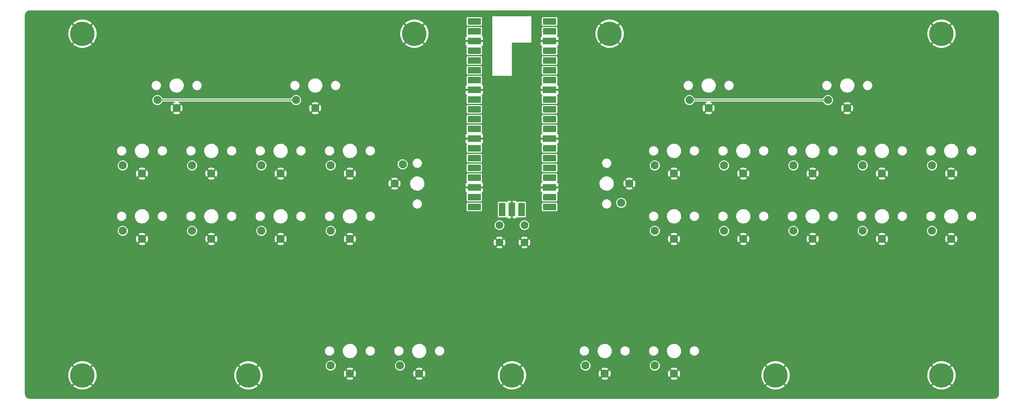
<source format=gtl>
G04 #@! TF.GenerationSoftware,KiCad,Pcbnew,(6.0.4)*
G04 #@! TF.CreationDate,2023-01-17T23:17:44-05:00*
G04 #@! TF.ProjectId,PicoSteno-v1.1.0,5069636f-5374-4656-9e6f-2d76312e312e,rev?*
G04 #@! TF.SameCoordinates,Original*
G04 #@! TF.FileFunction,Copper,L1,Top*
G04 #@! TF.FilePolarity,Positive*
%FSLAX46Y46*%
G04 Gerber Fmt 4.6, Leading zero omitted, Abs format (unit mm)*
G04 Created by KiCad (PCBNEW (6.0.4)) date 2023-01-17 23:17:44*
%MOMM*%
%LPD*%
G01*
G04 APERTURE LIST*
G04 #@! TA.AperFunction,ComponentPad*
%ADD10C,2.000000*%
G04 #@! TD*
G04 #@! TA.AperFunction,SMDPad,CuDef*
%ADD11R,3.500000X1.700000*%
G04 #@! TD*
G04 #@! TA.AperFunction,ComponentPad*
%ADD12O,1.700000X1.700000*%
G04 #@! TD*
G04 #@! TA.AperFunction,ComponentPad*
%ADD13R,1.700000X1.700000*%
G04 #@! TD*
G04 #@! TA.AperFunction,SMDPad,CuDef*
%ADD14R,1.700000X3.500000*%
G04 #@! TD*
G04 #@! TA.AperFunction,ComponentPad*
%ADD15C,6.350000*%
G04 #@! TD*
G04 #@! TA.AperFunction,ComponentPad*
%ADD16C,2.100000*%
G04 #@! TD*
G04 #@! TA.AperFunction,Conductor*
%ADD17C,0.250000*%
G04 #@! TD*
G04 APERTURE END LIST*
D10*
X155650000Y-111470000D03*
X149150000Y-111470000D03*
X149150000Y-106970000D03*
X155650000Y-106970000D03*
D11*
X142610000Y-53975000D03*
D12*
X143510000Y-53975000D03*
X143510000Y-56515000D03*
D11*
X142610000Y-56515000D03*
D13*
X143510000Y-59055000D03*
D11*
X142610000Y-59055000D03*
X142610000Y-61595000D03*
D12*
X143510000Y-61595000D03*
D11*
X142610000Y-64135000D03*
D12*
X143510000Y-64135000D03*
D11*
X142610000Y-66675000D03*
D12*
X143510000Y-66675000D03*
D11*
X142610000Y-69215000D03*
D12*
X143510000Y-69215000D03*
D11*
X142610000Y-71755000D03*
D13*
X143510000Y-71755000D03*
D11*
X142610000Y-74295000D03*
D12*
X143510000Y-74295000D03*
X143510000Y-76835000D03*
D11*
X142610000Y-76835000D03*
X142610000Y-79375000D03*
D12*
X143510000Y-79375000D03*
X143510000Y-81915000D03*
D11*
X142610000Y-81915000D03*
X142610000Y-84455000D03*
D13*
X143510000Y-84455000D03*
D11*
X142610000Y-86995000D03*
D12*
X143510000Y-86995000D03*
D11*
X142610000Y-89535000D03*
D12*
X143510000Y-89535000D03*
D11*
X142610000Y-92075000D03*
D12*
X143510000Y-92075000D03*
X143510000Y-94615000D03*
D11*
X142610000Y-94615000D03*
X142610000Y-97155000D03*
D13*
X143510000Y-97155000D03*
D12*
X143510000Y-99695000D03*
D11*
X142610000Y-99695000D03*
D12*
X143510000Y-102235000D03*
D11*
X142610000Y-102235000D03*
D12*
X161290000Y-102235000D03*
D11*
X162190000Y-102235000D03*
D12*
X161290000Y-99695000D03*
D11*
X162190000Y-99695000D03*
X162190000Y-97155000D03*
D13*
X161290000Y-97155000D03*
D12*
X161290000Y-94615000D03*
D11*
X162190000Y-94615000D03*
X162190000Y-92075000D03*
D12*
X161290000Y-92075000D03*
X161290000Y-89535000D03*
D11*
X162190000Y-89535000D03*
D12*
X161290000Y-86995000D03*
D11*
X162190000Y-86995000D03*
D13*
X161290000Y-84455000D03*
D11*
X162190000Y-84455000D03*
D12*
X161290000Y-81915000D03*
D11*
X162190000Y-81915000D03*
D12*
X161290000Y-79375000D03*
D11*
X162190000Y-79375000D03*
X162190000Y-76835000D03*
D12*
X161290000Y-76835000D03*
X161290000Y-74295000D03*
D11*
X162190000Y-74295000D03*
X162190000Y-71755000D03*
D13*
X161290000Y-71755000D03*
D11*
X162190000Y-69215000D03*
D12*
X161290000Y-69215000D03*
X161290000Y-66675000D03*
D11*
X162190000Y-66675000D03*
X162190000Y-64135000D03*
D12*
X161290000Y-64135000D03*
X161290000Y-61595000D03*
D11*
X162190000Y-61595000D03*
X162190000Y-59055000D03*
D13*
X161290000Y-59055000D03*
D11*
X162190000Y-56515000D03*
D12*
X161290000Y-56515000D03*
D11*
X162190000Y-53975000D03*
D12*
X161290000Y-53975000D03*
X149860000Y-102005000D03*
D14*
X149860000Y-102905000D03*
D13*
X152400000Y-102005000D03*
D14*
X152400000Y-102905000D03*
D12*
X154940000Y-102005000D03*
D14*
X154940000Y-102905000D03*
D15*
X127000000Y-57150000D03*
X83820000Y-146050000D03*
X264160000Y-57150000D03*
X177800000Y-57150000D03*
X220980000Y-146050000D03*
X152400000Y-146050000D03*
X264160000Y-146050000D03*
X40640000Y-146050000D03*
X40640000Y-57150000D03*
D16*
X234649000Y-74412000D03*
X239649000Y-76512000D03*
X96219000Y-74412000D03*
X101219000Y-76512000D03*
X69168000Y-91430000D03*
X74168000Y-93530000D03*
X105236000Y-91430000D03*
X110236000Y-93530000D03*
X87202000Y-91430000D03*
X92202000Y-93530000D03*
X51134000Y-91430000D03*
X56134000Y-93530000D03*
X207598000Y-108448000D03*
X212598000Y-110548000D03*
X225632000Y-108448000D03*
X230632000Y-110548000D03*
X243666000Y-108448000D03*
X248666000Y-110548000D03*
X261700000Y-108448000D03*
X266700000Y-110548000D03*
X69168000Y-108448000D03*
X74168000Y-110548000D03*
X105236000Y-108448000D03*
X110236000Y-110548000D03*
X189564000Y-108448000D03*
X194564000Y-110548000D03*
X51134000Y-108448000D03*
X56134000Y-110548000D03*
X87202000Y-108448000D03*
X92202000Y-110548000D03*
X60151000Y-74412000D03*
X65151000Y-76512000D03*
X198581000Y-74412000D03*
X203581000Y-76512000D03*
X171530000Y-143500000D03*
X176530000Y-145600000D03*
X123270000Y-143500000D03*
X128270000Y-145600000D03*
X105236000Y-143500000D03*
X110236000Y-145600000D03*
X189564000Y-143500000D03*
X194564000Y-145600000D03*
X243666000Y-91430000D03*
X248666000Y-93530000D03*
X261700000Y-91430000D03*
X266700000Y-93530000D03*
X123962000Y-91139000D03*
X121862000Y-96139000D03*
X180838000Y-101139000D03*
X182938000Y-96139000D03*
X189564000Y-91430000D03*
X194564000Y-93530000D03*
X207598000Y-91430000D03*
X212598000Y-93530000D03*
X225632000Y-91430000D03*
X230632000Y-93530000D03*
D17*
X234649000Y-74412000D02*
X198581000Y-74412000D01*
X60151000Y-74412000D02*
X96219000Y-74412000D01*
G04 #@! TA.AperFunction,Conductor*
G36*
X277799603Y-51056921D02*
G01*
X277812500Y-51059486D01*
X277824673Y-51057064D01*
X277837082Y-51057064D01*
X277837082Y-51057916D01*
X277847831Y-51057280D01*
X278011142Y-51070133D01*
X278030669Y-51073226D01*
X278214783Y-51117428D01*
X278233578Y-51123535D01*
X278321044Y-51159765D01*
X278408506Y-51195993D01*
X278426123Y-51204969D01*
X278587563Y-51303899D01*
X278603559Y-51315521D01*
X278747533Y-51438487D01*
X278761513Y-51452467D01*
X278884479Y-51596441D01*
X278896101Y-51612437D01*
X278995031Y-51773877D01*
X279004007Y-51791494D01*
X279076463Y-51966417D01*
X279082573Y-51985221D01*
X279126774Y-52169330D01*
X279129867Y-52188858D01*
X279142720Y-52352166D01*
X279142084Y-52362918D01*
X279142936Y-52362918D01*
X279142936Y-52375327D01*
X279140514Y-52387500D01*
X279142935Y-52399671D01*
X279143079Y-52400394D01*
X279145500Y-52424976D01*
X279145500Y-150775024D01*
X279143079Y-150799603D01*
X279140514Y-150812500D01*
X279142936Y-150824673D01*
X279142936Y-150837082D01*
X279142084Y-150837082D01*
X279142720Y-150847834D01*
X279129867Y-151011142D01*
X279126774Y-151030670D01*
X279082573Y-151214779D01*
X279076463Y-151233583D01*
X279004007Y-151408506D01*
X278995031Y-151426123D01*
X278896101Y-151587563D01*
X278884479Y-151603559D01*
X278761513Y-151747533D01*
X278747533Y-151761513D01*
X278603559Y-151884479D01*
X278587563Y-151896101D01*
X278426123Y-151995031D01*
X278408506Y-152004007D01*
X278321045Y-152040235D01*
X278233578Y-152076465D01*
X278214783Y-152082572D01*
X278030670Y-152126774D01*
X278011142Y-152129867D01*
X277847831Y-152142720D01*
X277837082Y-152142084D01*
X277837082Y-152142936D01*
X277824673Y-152142936D01*
X277812500Y-152140514D01*
X277799603Y-152143079D01*
X277775024Y-152145500D01*
X27024976Y-152145500D01*
X27000397Y-152143079D01*
X26987500Y-152140514D01*
X26975327Y-152142936D01*
X26962918Y-152142936D01*
X26962918Y-152142084D01*
X26952169Y-152142720D01*
X26788858Y-152129867D01*
X26769330Y-152126774D01*
X26585217Y-152082572D01*
X26566422Y-152076465D01*
X26478955Y-152040235D01*
X26391494Y-152004007D01*
X26373877Y-151995031D01*
X26212437Y-151896101D01*
X26196441Y-151884479D01*
X26052467Y-151761513D01*
X26038487Y-151747533D01*
X25915521Y-151603559D01*
X25903899Y-151587563D01*
X25804969Y-151426123D01*
X25795993Y-151408506D01*
X25723537Y-151233583D01*
X25717427Y-151214779D01*
X25673226Y-151030670D01*
X25670133Y-151011142D01*
X25657280Y-150847834D01*
X25657916Y-150837082D01*
X25657064Y-150837082D01*
X25657064Y-150824673D01*
X25659486Y-150812500D01*
X25656921Y-150799603D01*
X25654500Y-150775024D01*
X25654500Y-148829611D01*
X38225536Y-148829611D01*
X38232993Y-148839979D01*
X38469640Y-149031612D01*
X38474991Y-149035500D01*
X38793204Y-149242150D01*
X38798914Y-149245447D01*
X39136993Y-149417707D01*
X39143018Y-149420389D01*
X39497239Y-149556362D01*
X39503521Y-149558403D01*
X39870021Y-149656606D01*
X39876471Y-149657977D01*
X40251245Y-149717336D01*
X40257783Y-149718022D01*
X40636699Y-149737881D01*
X40643301Y-149737881D01*
X41022217Y-149718022D01*
X41028755Y-149717336D01*
X41403529Y-149657977D01*
X41409979Y-149656606D01*
X41776479Y-149558403D01*
X41782761Y-149556362D01*
X42136982Y-149420389D01*
X42143007Y-149417707D01*
X42481086Y-149245447D01*
X42486796Y-149242150D01*
X42805009Y-149035500D01*
X42810360Y-149031612D01*
X43046055Y-148840749D01*
X43053749Y-148829611D01*
X81405536Y-148829611D01*
X81412993Y-148839979D01*
X81649640Y-149031612D01*
X81654991Y-149035500D01*
X81973204Y-149242150D01*
X81978914Y-149245447D01*
X82316993Y-149417707D01*
X82323018Y-149420389D01*
X82677239Y-149556362D01*
X82683521Y-149558403D01*
X83050021Y-149656606D01*
X83056471Y-149657977D01*
X83431245Y-149717336D01*
X83437783Y-149718022D01*
X83816699Y-149737881D01*
X83823301Y-149737881D01*
X84202217Y-149718022D01*
X84208755Y-149717336D01*
X84583529Y-149657977D01*
X84589979Y-149656606D01*
X84956479Y-149558403D01*
X84962761Y-149556362D01*
X85316982Y-149420389D01*
X85323007Y-149417707D01*
X85661086Y-149245447D01*
X85666796Y-149242150D01*
X85985009Y-149035500D01*
X85990360Y-149031612D01*
X86226055Y-148840749D01*
X86233749Y-148829611D01*
X149985536Y-148829611D01*
X149992993Y-148839979D01*
X150229640Y-149031612D01*
X150234991Y-149035500D01*
X150553204Y-149242150D01*
X150558914Y-149245447D01*
X150896993Y-149417707D01*
X150903018Y-149420389D01*
X151257239Y-149556362D01*
X151263521Y-149558403D01*
X151630021Y-149656606D01*
X151636471Y-149657977D01*
X152011245Y-149717336D01*
X152017783Y-149718022D01*
X152396699Y-149737881D01*
X152403301Y-149737881D01*
X152782217Y-149718022D01*
X152788755Y-149717336D01*
X153163529Y-149657977D01*
X153169979Y-149656606D01*
X153536479Y-149558403D01*
X153542761Y-149556362D01*
X153896982Y-149420389D01*
X153903007Y-149417707D01*
X154241086Y-149245447D01*
X154246796Y-149242150D01*
X154565009Y-149035500D01*
X154570360Y-149031612D01*
X154806055Y-148840749D01*
X154813749Y-148829611D01*
X218565536Y-148829611D01*
X218572993Y-148839979D01*
X218809640Y-149031612D01*
X218814991Y-149035500D01*
X219133204Y-149242150D01*
X219138914Y-149245447D01*
X219476993Y-149417707D01*
X219483018Y-149420389D01*
X219837239Y-149556362D01*
X219843521Y-149558403D01*
X220210021Y-149656606D01*
X220216471Y-149657977D01*
X220591245Y-149717336D01*
X220597783Y-149718022D01*
X220976699Y-149737881D01*
X220983301Y-149737881D01*
X221362217Y-149718022D01*
X221368755Y-149717336D01*
X221743529Y-149657977D01*
X221749979Y-149656606D01*
X222116479Y-149558403D01*
X222122761Y-149556362D01*
X222476982Y-149420389D01*
X222483007Y-149417707D01*
X222821086Y-149245447D01*
X222826796Y-149242150D01*
X223145009Y-149035500D01*
X223150360Y-149031612D01*
X223386055Y-148840749D01*
X223393749Y-148829611D01*
X261745536Y-148829611D01*
X261752993Y-148839979D01*
X261989640Y-149031612D01*
X261994991Y-149035500D01*
X262313204Y-149242150D01*
X262318914Y-149245447D01*
X262656993Y-149417707D01*
X262663018Y-149420389D01*
X263017239Y-149556362D01*
X263023521Y-149558403D01*
X263390021Y-149656606D01*
X263396471Y-149657977D01*
X263771245Y-149717336D01*
X263777783Y-149718022D01*
X264156699Y-149737881D01*
X264163301Y-149737881D01*
X264542217Y-149718022D01*
X264548755Y-149717336D01*
X264923529Y-149657977D01*
X264929979Y-149656606D01*
X265296479Y-149558403D01*
X265302761Y-149556362D01*
X265656982Y-149420389D01*
X265663007Y-149417707D01*
X266001086Y-149245447D01*
X266006796Y-149242150D01*
X266325009Y-149035500D01*
X266330360Y-149031612D01*
X266566055Y-148840749D01*
X266574523Y-148828491D01*
X266568190Y-148817401D01*
X264172810Y-146422020D01*
X264158869Y-146414408D01*
X264157034Y-146414539D01*
X264150420Y-146418790D01*
X261752676Y-148816535D01*
X261745536Y-148829611D01*
X223393749Y-148829611D01*
X223394523Y-148828491D01*
X223388190Y-148817401D01*
X220992810Y-146422020D01*
X220978869Y-146414408D01*
X220977034Y-146414539D01*
X220970420Y-146418790D01*
X218572676Y-148816535D01*
X218565536Y-148829611D01*
X154813749Y-148829611D01*
X154814523Y-148828491D01*
X154808190Y-148817401D01*
X152412810Y-146422020D01*
X152398869Y-146414408D01*
X152397034Y-146414539D01*
X152390420Y-146418790D01*
X149992676Y-148816535D01*
X149985536Y-148829611D01*
X86233749Y-148829611D01*
X86234523Y-148828491D01*
X86228190Y-148817401D01*
X83832810Y-146422020D01*
X83818869Y-146414408D01*
X83817034Y-146414539D01*
X83810420Y-146418790D01*
X81412676Y-148816535D01*
X81405536Y-148829611D01*
X43053749Y-148829611D01*
X43054523Y-148828491D01*
X43048190Y-148817401D01*
X40652810Y-146422020D01*
X40638869Y-146414408D01*
X40637034Y-146414539D01*
X40630420Y-146418790D01*
X38232676Y-148816535D01*
X38225536Y-148829611D01*
X25654500Y-148829611D01*
X25654500Y-146053301D01*
X36952119Y-146053301D01*
X36971978Y-146432217D01*
X36972664Y-146438755D01*
X37032023Y-146813529D01*
X37033394Y-146819979D01*
X37131597Y-147186479D01*
X37133638Y-147192761D01*
X37269611Y-147546982D01*
X37272293Y-147553007D01*
X37444553Y-147891086D01*
X37447850Y-147896796D01*
X37654500Y-148215009D01*
X37658388Y-148220360D01*
X37849251Y-148456055D01*
X37861509Y-148464523D01*
X37872599Y-148458190D01*
X40267980Y-146062810D01*
X40274357Y-146051131D01*
X41004408Y-146051131D01*
X41004539Y-146052966D01*
X41008790Y-146059580D01*
X43406535Y-148457324D01*
X43419611Y-148464464D01*
X43429979Y-148457007D01*
X43621612Y-148220360D01*
X43625500Y-148215009D01*
X43832150Y-147896796D01*
X43835447Y-147891086D01*
X44007707Y-147553007D01*
X44010389Y-147546982D01*
X44146362Y-147192761D01*
X44148403Y-147186479D01*
X44246606Y-146819979D01*
X44247977Y-146813529D01*
X44307336Y-146438755D01*
X44308022Y-146432217D01*
X44327881Y-146053301D01*
X80132119Y-146053301D01*
X80151978Y-146432217D01*
X80152664Y-146438755D01*
X80212023Y-146813529D01*
X80213394Y-146819979D01*
X80311597Y-147186479D01*
X80313638Y-147192761D01*
X80449611Y-147546982D01*
X80452293Y-147553007D01*
X80624553Y-147891086D01*
X80627850Y-147896796D01*
X80834500Y-148215009D01*
X80838388Y-148220360D01*
X81029251Y-148456055D01*
X81041509Y-148464523D01*
X81052599Y-148458190D01*
X83447980Y-146062810D01*
X83454357Y-146051131D01*
X84184408Y-146051131D01*
X84184539Y-146052966D01*
X84188790Y-146059580D01*
X86586535Y-148457324D01*
X86599611Y-148464464D01*
X86609979Y-148457007D01*
X86801612Y-148220360D01*
X86805500Y-148215009D01*
X87012150Y-147896796D01*
X87015447Y-147891086D01*
X87187707Y-147553007D01*
X87190389Y-147546982D01*
X87326362Y-147192761D01*
X87328403Y-147186479D01*
X87413463Y-146869030D01*
X109331800Y-146869030D01*
X109337527Y-146876680D01*
X109522272Y-146989893D01*
X109531067Y-146994375D01*
X109748490Y-147084434D01*
X109757875Y-147087483D01*
X109986708Y-147142422D01*
X109996455Y-147143965D01*
X110231070Y-147162430D01*
X110240930Y-147162430D01*
X110475545Y-147143965D01*
X110485292Y-147142422D01*
X110714125Y-147087483D01*
X110723510Y-147084434D01*
X110940933Y-146994375D01*
X110949728Y-146989893D01*
X111130805Y-146878928D01*
X111139760Y-146869030D01*
X127365800Y-146869030D01*
X127371527Y-146876680D01*
X127556272Y-146989893D01*
X127565067Y-146994375D01*
X127782490Y-147084434D01*
X127791875Y-147087483D01*
X128020708Y-147142422D01*
X128030455Y-147143965D01*
X128265070Y-147162430D01*
X128274930Y-147162430D01*
X128509545Y-147143965D01*
X128519292Y-147142422D01*
X128748125Y-147087483D01*
X128757510Y-147084434D01*
X128974933Y-146994375D01*
X128983728Y-146989893D01*
X129164805Y-146878928D01*
X129174267Y-146868470D01*
X129170484Y-146859694D01*
X128282812Y-145972022D01*
X128268868Y-145964408D01*
X128267035Y-145964539D01*
X128260420Y-145968790D01*
X127372560Y-146856650D01*
X127365800Y-146869030D01*
X111139760Y-146869030D01*
X111140267Y-146868470D01*
X111136484Y-146859694D01*
X110248812Y-145972022D01*
X110234868Y-145964408D01*
X110233035Y-145964539D01*
X110226420Y-145968790D01*
X109338560Y-146856650D01*
X109331800Y-146869030D01*
X87413463Y-146869030D01*
X87426606Y-146819979D01*
X87427977Y-146813529D01*
X87487336Y-146438755D01*
X87488022Y-146432217D01*
X87507881Y-146053301D01*
X87507881Y-146046699D01*
X87488022Y-145667783D01*
X87487336Y-145661245D01*
X87478416Y-145604930D01*
X108673570Y-145604930D01*
X108692035Y-145839545D01*
X108693578Y-145849292D01*
X108748517Y-146078125D01*
X108751566Y-146087510D01*
X108841625Y-146304933D01*
X108846107Y-146313728D01*
X108957072Y-146494805D01*
X108967530Y-146504267D01*
X108976306Y-146500484D01*
X109863978Y-145612812D01*
X109870356Y-145601132D01*
X110600408Y-145601132D01*
X110600539Y-145602965D01*
X110604790Y-145609580D01*
X111492650Y-146497440D01*
X111505030Y-146504200D01*
X111512680Y-146498473D01*
X111625893Y-146313728D01*
X111630375Y-146304933D01*
X111720434Y-146087510D01*
X111723483Y-146078125D01*
X111778422Y-145849292D01*
X111779965Y-145839545D01*
X111798430Y-145604930D01*
X126707570Y-145604930D01*
X126726035Y-145839545D01*
X126727578Y-145849292D01*
X126782517Y-146078125D01*
X126785566Y-146087510D01*
X126875625Y-146304933D01*
X126880107Y-146313728D01*
X126991072Y-146494805D01*
X127001530Y-146504267D01*
X127010306Y-146500484D01*
X127897978Y-145612812D01*
X127904356Y-145601132D01*
X128634408Y-145601132D01*
X128634539Y-145602965D01*
X128638790Y-145609580D01*
X129526650Y-146497440D01*
X129539030Y-146504200D01*
X129546680Y-146498473D01*
X129659893Y-146313728D01*
X129664375Y-146304933D01*
X129754434Y-146087510D01*
X129757483Y-146078125D01*
X129763443Y-146053301D01*
X148712119Y-146053301D01*
X148731978Y-146432217D01*
X148732664Y-146438755D01*
X148792023Y-146813529D01*
X148793394Y-146819979D01*
X148891597Y-147186479D01*
X148893638Y-147192761D01*
X149029611Y-147546982D01*
X149032293Y-147553007D01*
X149204553Y-147891086D01*
X149207850Y-147896796D01*
X149414500Y-148215009D01*
X149418388Y-148220360D01*
X149609251Y-148456055D01*
X149621509Y-148464523D01*
X149632599Y-148458190D01*
X152027980Y-146062810D01*
X152034357Y-146051131D01*
X152764408Y-146051131D01*
X152764539Y-146052966D01*
X152768790Y-146059580D01*
X155166535Y-148457324D01*
X155179611Y-148464464D01*
X155189979Y-148457007D01*
X155381612Y-148220360D01*
X155385500Y-148215009D01*
X155592150Y-147896796D01*
X155595447Y-147891086D01*
X155767707Y-147553007D01*
X155770389Y-147546982D01*
X155906362Y-147192761D01*
X155908403Y-147186479D01*
X155993463Y-146869030D01*
X175625800Y-146869030D01*
X175631527Y-146876680D01*
X175816272Y-146989893D01*
X175825067Y-146994375D01*
X176042490Y-147084434D01*
X176051875Y-147087483D01*
X176280708Y-147142422D01*
X176290455Y-147143965D01*
X176525070Y-147162430D01*
X176534930Y-147162430D01*
X176769545Y-147143965D01*
X176779292Y-147142422D01*
X177008125Y-147087483D01*
X177017510Y-147084434D01*
X177234933Y-146994375D01*
X177243728Y-146989893D01*
X177424805Y-146878928D01*
X177433760Y-146869030D01*
X193659800Y-146869030D01*
X193665527Y-146876680D01*
X193850272Y-146989893D01*
X193859067Y-146994375D01*
X194076490Y-147084434D01*
X194085875Y-147087483D01*
X194314708Y-147142422D01*
X194324455Y-147143965D01*
X194559070Y-147162430D01*
X194568930Y-147162430D01*
X194803545Y-147143965D01*
X194813292Y-147142422D01*
X195042125Y-147087483D01*
X195051510Y-147084434D01*
X195268933Y-146994375D01*
X195277728Y-146989893D01*
X195458805Y-146878928D01*
X195468267Y-146868470D01*
X195464484Y-146859694D01*
X194576812Y-145972022D01*
X194562868Y-145964408D01*
X194561035Y-145964539D01*
X194554420Y-145968790D01*
X193666560Y-146856650D01*
X193659800Y-146869030D01*
X177433760Y-146869030D01*
X177434267Y-146868470D01*
X177430484Y-146859694D01*
X176542812Y-145972022D01*
X176528868Y-145964408D01*
X176527035Y-145964539D01*
X176520420Y-145968790D01*
X175632560Y-146856650D01*
X175625800Y-146869030D01*
X155993463Y-146869030D01*
X156006606Y-146819979D01*
X156007977Y-146813529D01*
X156067336Y-146438755D01*
X156068022Y-146432217D01*
X156087881Y-146053301D01*
X156087881Y-146046699D01*
X156068022Y-145667783D01*
X156067336Y-145661245D01*
X156058416Y-145604930D01*
X174967570Y-145604930D01*
X174986035Y-145839545D01*
X174987578Y-145849292D01*
X175042517Y-146078125D01*
X175045566Y-146087510D01*
X175135625Y-146304933D01*
X175140107Y-146313728D01*
X175251072Y-146494805D01*
X175261530Y-146504267D01*
X175270306Y-146500484D01*
X176157978Y-145612812D01*
X176164356Y-145601132D01*
X176894408Y-145601132D01*
X176894539Y-145602965D01*
X176898790Y-145609580D01*
X177786650Y-146497440D01*
X177799030Y-146504200D01*
X177806680Y-146498473D01*
X177919893Y-146313728D01*
X177924375Y-146304933D01*
X178014434Y-146087510D01*
X178017483Y-146078125D01*
X178072422Y-145849292D01*
X178073965Y-145839545D01*
X178092430Y-145604930D01*
X193001570Y-145604930D01*
X193020035Y-145839545D01*
X193021578Y-145849292D01*
X193076517Y-146078125D01*
X193079566Y-146087510D01*
X193169625Y-146304933D01*
X193174107Y-146313728D01*
X193285072Y-146494805D01*
X193295530Y-146504267D01*
X193304306Y-146500484D01*
X194191978Y-145612812D01*
X194198356Y-145601132D01*
X194928408Y-145601132D01*
X194928539Y-145602965D01*
X194932790Y-145609580D01*
X195820650Y-146497440D01*
X195833030Y-146504200D01*
X195840680Y-146498473D01*
X195953893Y-146313728D01*
X195958375Y-146304933D01*
X196048434Y-146087510D01*
X196051483Y-146078125D01*
X196057443Y-146053301D01*
X217292119Y-146053301D01*
X217311978Y-146432217D01*
X217312664Y-146438755D01*
X217372023Y-146813529D01*
X217373394Y-146819979D01*
X217471597Y-147186479D01*
X217473638Y-147192761D01*
X217609611Y-147546982D01*
X217612293Y-147553007D01*
X217784553Y-147891086D01*
X217787850Y-147896796D01*
X217994500Y-148215009D01*
X217998388Y-148220360D01*
X218189251Y-148456055D01*
X218201509Y-148464523D01*
X218212599Y-148458190D01*
X220607980Y-146062810D01*
X220614357Y-146051131D01*
X221344408Y-146051131D01*
X221344539Y-146052966D01*
X221348790Y-146059580D01*
X223746535Y-148457324D01*
X223759611Y-148464464D01*
X223769979Y-148457007D01*
X223961612Y-148220360D01*
X223965500Y-148215009D01*
X224172150Y-147896796D01*
X224175447Y-147891086D01*
X224347707Y-147553007D01*
X224350389Y-147546982D01*
X224486362Y-147192761D01*
X224488403Y-147186479D01*
X224586606Y-146819979D01*
X224587977Y-146813529D01*
X224647336Y-146438755D01*
X224648022Y-146432217D01*
X224667881Y-146053301D01*
X260472119Y-146053301D01*
X260491978Y-146432217D01*
X260492664Y-146438755D01*
X260552023Y-146813529D01*
X260553394Y-146819979D01*
X260651597Y-147186479D01*
X260653638Y-147192761D01*
X260789611Y-147546982D01*
X260792293Y-147553007D01*
X260964553Y-147891086D01*
X260967850Y-147896796D01*
X261174500Y-148215009D01*
X261178388Y-148220360D01*
X261369251Y-148456055D01*
X261381509Y-148464523D01*
X261392599Y-148458190D01*
X263787980Y-146062810D01*
X263794357Y-146051131D01*
X264524408Y-146051131D01*
X264524539Y-146052966D01*
X264528790Y-146059580D01*
X266926535Y-148457324D01*
X266939611Y-148464464D01*
X266949979Y-148457007D01*
X267141612Y-148220360D01*
X267145500Y-148215009D01*
X267352150Y-147896796D01*
X267355447Y-147891086D01*
X267527707Y-147553007D01*
X267530389Y-147546982D01*
X267666362Y-147192761D01*
X267668403Y-147186479D01*
X267766606Y-146819979D01*
X267767977Y-146813529D01*
X267827336Y-146438755D01*
X267828022Y-146432217D01*
X267847881Y-146053301D01*
X267847881Y-146046699D01*
X267828022Y-145667783D01*
X267827336Y-145661245D01*
X267767977Y-145286471D01*
X267766606Y-145280021D01*
X267668403Y-144913521D01*
X267666362Y-144907239D01*
X267530389Y-144553018D01*
X267527707Y-144546993D01*
X267355447Y-144208914D01*
X267352150Y-144203204D01*
X267145500Y-143884991D01*
X267141612Y-143879640D01*
X266950749Y-143643945D01*
X266938491Y-143635477D01*
X266927401Y-143641810D01*
X264532020Y-146037190D01*
X264524408Y-146051131D01*
X263794357Y-146051131D01*
X263795592Y-146048869D01*
X263795461Y-146047034D01*
X263791210Y-146040420D01*
X261393465Y-143642676D01*
X261380389Y-143635536D01*
X261370021Y-143642993D01*
X261178388Y-143879640D01*
X261174500Y-143884991D01*
X260967850Y-144203204D01*
X260964553Y-144208914D01*
X260792293Y-144546993D01*
X260789611Y-144553018D01*
X260653638Y-144907239D01*
X260651597Y-144913521D01*
X260553394Y-145280021D01*
X260552023Y-145286471D01*
X260492664Y-145661245D01*
X260491978Y-145667783D01*
X260472119Y-146046699D01*
X260472119Y-146053301D01*
X224667881Y-146053301D01*
X224667881Y-146046699D01*
X224648022Y-145667783D01*
X224647336Y-145661245D01*
X224587977Y-145286471D01*
X224586606Y-145280021D01*
X224488403Y-144913521D01*
X224486362Y-144907239D01*
X224350389Y-144553018D01*
X224347707Y-144546993D01*
X224175447Y-144208914D01*
X224172150Y-144203204D01*
X223965500Y-143884991D01*
X223961612Y-143879640D01*
X223770749Y-143643945D01*
X223758491Y-143635477D01*
X223747401Y-143641810D01*
X221352020Y-146037190D01*
X221344408Y-146051131D01*
X220614357Y-146051131D01*
X220615592Y-146048869D01*
X220615461Y-146047034D01*
X220611210Y-146040420D01*
X218213465Y-143642676D01*
X218200389Y-143635536D01*
X218190021Y-143642993D01*
X217998388Y-143879640D01*
X217994500Y-143884991D01*
X217787850Y-144203204D01*
X217784553Y-144208914D01*
X217612293Y-144546993D01*
X217609611Y-144553018D01*
X217473638Y-144907239D01*
X217471597Y-144913521D01*
X217373394Y-145280021D01*
X217372023Y-145286471D01*
X217312664Y-145661245D01*
X217311978Y-145667783D01*
X217292119Y-146046699D01*
X217292119Y-146053301D01*
X196057443Y-146053301D01*
X196106422Y-145849292D01*
X196107965Y-145839545D01*
X196126430Y-145604930D01*
X196126430Y-145595070D01*
X196107965Y-145360455D01*
X196106422Y-145350708D01*
X196051483Y-145121875D01*
X196048434Y-145112490D01*
X195958375Y-144895067D01*
X195953893Y-144886272D01*
X195842928Y-144705195D01*
X195832470Y-144695733D01*
X195823694Y-144699516D01*
X194936022Y-145587188D01*
X194928408Y-145601132D01*
X194198356Y-145601132D01*
X194199592Y-145598868D01*
X194199461Y-145597035D01*
X194195210Y-145590420D01*
X193307350Y-144702560D01*
X193294970Y-144695800D01*
X193287320Y-144701527D01*
X193174107Y-144886272D01*
X193169625Y-144895067D01*
X193079566Y-145112490D01*
X193076517Y-145121875D01*
X193021578Y-145350708D01*
X193020035Y-145360455D01*
X193001570Y-145595070D01*
X193001570Y-145604930D01*
X178092430Y-145604930D01*
X178092430Y-145595070D01*
X178073965Y-145360455D01*
X178072422Y-145350708D01*
X178017483Y-145121875D01*
X178014434Y-145112490D01*
X177924375Y-144895067D01*
X177919893Y-144886272D01*
X177808928Y-144705195D01*
X177798470Y-144695733D01*
X177789694Y-144699516D01*
X176902022Y-145587188D01*
X176894408Y-145601132D01*
X176164356Y-145601132D01*
X176165592Y-145598868D01*
X176165461Y-145597035D01*
X176161210Y-145590420D01*
X175273350Y-144702560D01*
X175260970Y-144695800D01*
X175253320Y-144701527D01*
X175140107Y-144886272D01*
X175135625Y-144895067D01*
X175045566Y-145112490D01*
X175042517Y-145121875D01*
X174987578Y-145350708D01*
X174986035Y-145360455D01*
X174967570Y-145595070D01*
X174967570Y-145604930D01*
X156058416Y-145604930D01*
X156007977Y-145286471D01*
X156006606Y-145280021D01*
X155908403Y-144913521D01*
X155906362Y-144907239D01*
X155770389Y-144553018D01*
X155767707Y-144546993D01*
X155595447Y-144208914D01*
X155592150Y-144203204D01*
X155385500Y-143884991D01*
X155381612Y-143879640D01*
X155190749Y-143643945D01*
X155178491Y-143635477D01*
X155167401Y-143641810D01*
X152772020Y-146037190D01*
X152764408Y-146051131D01*
X152034357Y-146051131D01*
X152035592Y-146048869D01*
X152035461Y-146047034D01*
X152031210Y-146040420D01*
X149633465Y-143642676D01*
X149620389Y-143635536D01*
X149610021Y-143642993D01*
X149418388Y-143879640D01*
X149414500Y-143884991D01*
X149207850Y-144203204D01*
X149204553Y-144208914D01*
X149032293Y-144546993D01*
X149029611Y-144553018D01*
X148893638Y-144907239D01*
X148891597Y-144913521D01*
X148793394Y-145280021D01*
X148792023Y-145286471D01*
X148732664Y-145661245D01*
X148731978Y-145667783D01*
X148712119Y-146046699D01*
X148712119Y-146053301D01*
X129763443Y-146053301D01*
X129812422Y-145849292D01*
X129813965Y-145839545D01*
X129832430Y-145604930D01*
X129832430Y-145595070D01*
X129813965Y-145360455D01*
X129812422Y-145350708D01*
X129757483Y-145121875D01*
X129754434Y-145112490D01*
X129664375Y-144895067D01*
X129659893Y-144886272D01*
X129548928Y-144705195D01*
X129538470Y-144695733D01*
X129529694Y-144699516D01*
X128642022Y-145587188D01*
X128634408Y-145601132D01*
X127904356Y-145601132D01*
X127905592Y-145598868D01*
X127905461Y-145597035D01*
X127901210Y-145590420D01*
X127013350Y-144702560D01*
X127000970Y-144695800D01*
X126993320Y-144701527D01*
X126880107Y-144886272D01*
X126875625Y-144895067D01*
X126785566Y-145112490D01*
X126782517Y-145121875D01*
X126727578Y-145350708D01*
X126726035Y-145360455D01*
X126707570Y-145595070D01*
X126707570Y-145604930D01*
X111798430Y-145604930D01*
X111798430Y-145595070D01*
X111779965Y-145360455D01*
X111778422Y-145350708D01*
X111723483Y-145121875D01*
X111720434Y-145112490D01*
X111630375Y-144895067D01*
X111625893Y-144886272D01*
X111514928Y-144705195D01*
X111504470Y-144695733D01*
X111495694Y-144699516D01*
X110608022Y-145587188D01*
X110600408Y-145601132D01*
X109870356Y-145601132D01*
X109871592Y-145598868D01*
X109871461Y-145597035D01*
X109867210Y-145590420D01*
X108979350Y-144702560D01*
X108966970Y-144695800D01*
X108959320Y-144701527D01*
X108846107Y-144886272D01*
X108841625Y-144895067D01*
X108751566Y-145112490D01*
X108748517Y-145121875D01*
X108693578Y-145350708D01*
X108692035Y-145360455D01*
X108673570Y-145595070D01*
X108673570Y-145604930D01*
X87478416Y-145604930D01*
X87427977Y-145286471D01*
X87426606Y-145280021D01*
X87328403Y-144913521D01*
X87326362Y-144907239D01*
X87190389Y-144553018D01*
X87187707Y-144546993D01*
X87015447Y-144208914D01*
X87012150Y-144203204D01*
X86805500Y-143884991D01*
X86801612Y-143879640D01*
X86610749Y-143643945D01*
X86598491Y-143635477D01*
X86587401Y-143641810D01*
X84192020Y-146037190D01*
X84184408Y-146051131D01*
X83454357Y-146051131D01*
X83455592Y-146048869D01*
X83455461Y-146047034D01*
X83451210Y-146040420D01*
X81053465Y-143642676D01*
X81040389Y-143635536D01*
X81030021Y-143642993D01*
X80838388Y-143879640D01*
X80834500Y-143884991D01*
X80627850Y-144203204D01*
X80624553Y-144208914D01*
X80452293Y-144546993D01*
X80449611Y-144553018D01*
X80313638Y-144907239D01*
X80311597Y-144913521D01*
X80213394Y-145280021D01*
X80212023Y-145286471D01*
X80152664Y-145661245D01*
X80151978Y-145667783D01*
X80132119Y-146046699D01*
X80132119Y-146053301D01*
X44327881Y-146053301D01*
X44327881Y-146046699D01*
X44308022Y-145667783D01*
X44307336Y-145661245D01*
X44247977Y-145286471D01*
X44246606Y-145280021D01*
X44148403Y-144913521D01*
X44146362Y-144907239D01*
X44010389Y-144553018D01*
X44007707Y-144546993D01*
X43835447Y-144208914D01*
X43832150Y-144203204D01*
X43625500Y-143884991D01*
X43621612Y-143879640D01*
X43430749Y-143643945D01*
X43418491Y-143635477D01*
X43407401Y-143641810D01*
X41012020Y-146037190D01*
X41004408Y-146051131D01*
X40274357Y-146051131D01*
X40275592Y-146048869D01*
X40275461Y-146047034D01*
X40271210Y-146040420D01*
X37873465Y-143642676D01*
X37860389Y-143635536D01*
X37850021Y-143642993D01*
X37658388Y-143879640D01*
X37654500Y-143884991D01*
X37447850Y-144203204D01*
X37444553Y-144208914D01*
X37272293Y-144546993D01*
X37269611Y-144553018D01*
X37133638Y-144907239D01*
X37131597Y-144913521D01*
X37033394Y-145280021D01*
X37032023Y-145286471D01*
X36972664Y-145661245D01*
X36971978Y-145667783D01*
X36952119Y-146046699D01*
X36952119Y-146053301D01*
X25654500Y-146053301D01*
X25654500Y-143271509D01*
X38225477Y-143271509D01*
X38231810Y-143282599D01*
X40627190Y-145677980D01*
X40641131Y-145685592D01*
X40642966Y-145685461D01*
X40649580Y-145681210D01*
X43047324Y-143283465D01*
X43053852Y-143271509D01*
X81405477Y-143271509D01*
X81411810Y-143282599D01*
X83807190Y-145677980D01*
X83821131Y-145685592D01*
X83822966Y-145685461D01*
X83829580Y-145681210D01*
X86010789Y-143500000D01*
X103926517Y-143500000D01*
X103946411Y-143727389D01*
X104005488Y-143947870D01*
X104007810Y-143952850D01*
X104007811Y-143952852D01*
X104099628Y-144149754D01*
X104099631Y-144149759D01*
X104101954Y-144154741D01*
X104137584Y-144205625D01*
X104225744Y-144331530D01*
X104232878Y-144341719D01*
X104394281Y-144503122D01*
X104581258Y-144634046D01*
X104586240Y-144636369D01*
X104586245Y-144636372D01*
X104783148Y-144728189D01*
X104788130Y-144730512D01*
X104793438Y-144731934D01*
X104793440Y-144731935D01*
X105003296Y-144788165D01*
X105008611Y-144789589D01*
X105236000Y-144809483D01*
X105463389Y-144789589D01*
X105468704Y-144788165D01*
X105678560Y-144731935D01*
X105678562Y-144731934D01*
X105683870Y-144730512D01*
X105688852Y-144728189D01*
X105885755Y-144636372D01*
X105885760Y-144636369D01*
X105890742Y-144634046D01*
X106077719Y-144503122D01*
X106239122Y-144341719D01*
X106246257Y-144331530D01*
X109331733Y-144331530D01*
X109335516Y-144340306D01*
X110223188Y-145227978D01*
X110237132Y-145235592D01*
X110238965Y-145235461D01*
X110245580Y-145231210D01*
X111133440Y-144343350D01*
X111140200Y-144330970D01*
X111134473Y-144323320D01*
X110949728Y-144210107D01*
X110940933Y-144205625D01*
X110723510Y-144115566D01*
X110714125Y-144112517D01*
X110485292Y-144057578D01*
X110475545Y-144056035D01*
X110240930Y-144037570D01*
X110231070Y-144037570D01*
X109996455Y-144056035D01*
X109986708Y-144057578D01*
X109757875Y-144112517D01*
X109748490Y-144115566D01*
X109531067Y-144205625D01*
X109522272Y-144210107D01*
X109341195Y-144321072D01*
X109331733Y-144331530D01*
X106246257Y-144331530D01*
X106334416Y-144205625D01*
X106370046Y-144154741D01*
X106372369Y-144149759D01*
X106372372Y-144149754D01*
X106464189Y-143952852D01*
X106464190Y-143952850D01*
X106466512Y-143947870D01*
X106525589Y-143727389D01*
X106545483Y-143500000D01*
X121960517Y-143500000D01*
X121980411Y-143727389D01*
X122039488Y-143947870D01*
X122041810Y-143952850D01*
X122041811Y-143952852D01*
X122133628Y-144149754D01*
X122133631Y-144149759D01*
X122135954Y-144154741D01*
X122171584Y-144205625D01*
X122259744Y-144331530D01*
X122266878Y-144341719D01*
X122428281Y-144503122D01*
X122615258Y-144634046D01*
X122620240Y-144636369D01*
X122620245Y-144636372D01*
X122817148Y-144728189D01*
X122822130Y-144730512D01*
X122827438Y-144731934D01*
X122827440Y-144731935D01*
X123037296Y-144788165D01*
X123042611Y-144789589D01*
X123270000Y-144809483D01*
X123497389Y-144789589D01*
X123502704Y-144788165D01*
X123712560Y-144731935D01*
X123712562Y-144731934D01*
X123717870Y-144730512D01*
X123722852Y-144728189D01*
X123919755Y-144636372D01*
X123919760Y-144636369D01*
X123924742Y-144634046D01*
X124111719Y-144503122D01*
X124273122Y-144341719D01*
X124280257Y-144331530D01*
X127365733Y-144331530D01*
X127369516Y-144340306D01*
X128257188Y-145227978D01*
X128271132Y-145235592D01*
X128272965Y-145235461D01*
X128279580Y-145231210D01*
X129167440Y-144343350D01*
X129174200Y-144330970D01*
X129168473Y-144323320D01*
X128983728Y-144210107D01*
X128974933Y-144205625D01*
X128757510Y-144115566D01*
X128748125Y-144112517D01*
X128519292Y-144057578D01*
X128509545Y-144056035D01*
X128274930Y-144037570D01*
X128265070Y-144037570D01*
X128030455Y-144056035D01*
X128020708Y-144057578D01*
X127791875Y-144112517D01*
X127782490Y-144115566D01*
X127565067Y-144205625D01*
X127556272Y-144210107D01*
X127375195Y-144321072D01*
X127365733Y-144331530D01*
X124280257Y-144331530D01*
X124368416Y-144205625D01*
X124404046Y-144154741D01*
X124406369Y-144149759D01*
X124406372Y-144149754D01*
X124498189Y-143952852D01*
X124498190Y-143952850D01*
X124500512Y-143947870D01*
X124559589Y-143727389D01*
X124579483Y-143500000D01*
X124559589Y-143272611D01*
X124559294Y-143271509D01*
X149985477Y-143271509D01*
X149991810Y-143282599D01*
X152387190Y-145677980D01*
X152401131Y-145685592D01*
X152402966Y-145685461D01*
X152409580Y-145681210D01*
X154590789Y-143500000D01*
X170220517Y-143500000D01*
X170240411Y-143727389D01*
X170299488Y-143947870D01*
X170301810Y-143952850D01*
X170301811Y-143952852D01*
X170393628Y-144149754D01*
X170393631Y-144149759D01*
X170395954Y-144154741D01*
X170431584Y-144205625D01*
X170519744Y-144331530D01*
X170526878Y-144341719D01*
X170688281Y-144503122D01*
X170875258Y-144634046D01*
X170880240Y-144636369D01*
X170880245Y-144636372D01*
X171077148Y-144728189D01*
X171082130Y-144730512D01*
X171087438Y-144731934D01*
X171087440Y-144731935D01*
X171297296Y-144788165D01*
X171302611Y-144789589D01*
X171530000Y-144809483D01*
X171757389Y-144789589D01*
X171762704Y-144788165D01*
X171972560Y-144731935D01*
X171972562Y-144731934D01*
X171977870Y-144730512D01*
X171982852Y-144728189D01*
X172179755Y-144636372D01*
X172179760Y-144636369D01*
X172184742Y-144634046D01*
X172371719Y-144503122D01*
X172533122Y-144341719D01*
X172540257Y-144331530D01*
X175625733Y-144331530D01*
X175629516Y-144340306D01*
X176517188Y-145227978D01*
X176531132Y-145235592D01*
X176532965Y-145235461D01*
X176539580Y-145231210D01*
X177427440Y-144343350D01*
X177434200Y-144330970D01*
X177428473Y-144323320D01*
X177243728Y-144210107D01*
X177234933Y-144205625D01*
X177017510Y-144115566D01*
X177008125Y-144112517D01*
X176779292Y-144057578D01*
X176769545Y-144056035D01*
X176534930Y-144037570D01*
X176525070Y-144037570D01*
X176290455Y-144056035D01*
X176280708Y-144057578D01*
X176051875Y-144112517D01*
X176042490Y-144115566D01*
X175825067Y-144205625D01*
X175816272Y-144210107D01*
X175635195Y-144321072D01*
X175625733Y-144331530D01*
X172540257Y-144331530D01*
X172628416Y-144205625D01*
X172664046Y-144154741D01*
X172666369Y-144149759D01*
X172666372Y-144149754D01*
X172758189Y-143952852D01*
X172758190Y-143952850D01*
X172760512Y-143947870D01*
X172819589Y-143727389D01*
X172839483Y-143500000D01*
X188254517Y-143500000D01*
X188274411Y-143727389D01*
X188333488Y-143947870D01*
X188335810Y-143952850D01*
X188335811Y-143952852D01*
X188427628Y-144149754D01*
X188427631Y-144149759D01*
X188429954Y-144154741D01*
X188465584Y-144205625D01*
X188553744Y-144331530D01*
X188560878Y-144341719D01*
X188722281Y-144503122D01*
X188909258Y-144634046D01*
X188914240Y-144636369D01*
X188914245Y-144636372D01*
X189111148Y-144728189D01*
X189116130Y-144730512D01*
X189121438Y-144731934D01*
X189121440Y-144731935D01*
X189331296Y-144788165D01*
X189336611Y-144789589D01*
X189564000Y-144809483D01*
X189791389Y-144789589D01*
X189796704Y-144788165D01*
X190006560Y-144731935D01*
X190006562Y-144731934D01*
X190011870Y-144730512D01*
X190016852Y-144728189D01*
X190213755Y-144636372D01*
X190213760Y-144636369D01*
X190218742Y-144634046D01*
X190405719Y-144503122D01*
X190567122Y-144341719D01*
X190574257Y-144331530D01*
X193659733Y-144331530D01*
X193663516Y-144340306D01*
X194551188Y-145227978D01*
X194565132Y-145235592D01*
X194566965Y-145235461D01*
X194573580Y-145231210D01*
X195461440Y-144343350D01*
X195468200Y-144330970D01*
X195462473Y-144323320D01*
X195277728Y-144210107D01*
X195268933Y-144205625D01*
X195051510Y-144115566D01*
X195042125Y-144112517D01*
X194813292Y-144057578D01*
X194803545Y-144056035D01*
X194568930Y-144037570D01*
X194559070Y-144037570D01*
X194324455Y-144056035D01*
X194314708Y-144057578D01*
X194085875Y-144112517D01*
X194076490Y-144115566D01*
X193859067Y-144205625D01*
X193850272Y-144210107D01*
X193669195Y-144321072D01*
X193659733Y-144331530D01*
X190574257Y-144331530D01*
X190662416Y-144205625D01*
X190698046Y-144154741D01*
X190700369Y-144149759D01*
X190700372Y-144149754D01*
X190792189Y-143952852D01*
X190792190Y-143952850D01*
X190794512Y-143947870D01*
X190853589Y-143727389D01*
X190873483Y-143500000D01*
X190853589Y-143272611D01*
X190853294Y-143271509D01*
X218565477Y-143271509D01*
X218571810Y-143282599D01*
X220967190Y-145677980D01*
X220981131Y-145685592D01*
X220982966Y-145685461D01*
X220989580Y-145681210D01*
X223387324Y-143283465D01*
X223393852Y-143271509D01*
X261745477Y-143271509D01*
X261751810Y-143282599D01*
X264147190Y-145677980D01*
X264161131Y-145685592D01*
X264162966Y-145685461D01*
X264169580Y-145681210D01*
X266567324Y-143283465D01*
X266574464Y-143270389D01*
X266567007Y-143260021D01*
X266330360Y-143068388D01*
X266325009Y-143064500D01*
X266006796Y-142857850D01*
X266001086Y-142854553D01*
X265663007Y-142682293D01*
X265656982Y-142679611D01*
X265302761Y-142543638D01*
X265296479Y-142541597D01*
X264929979Y-142443394D01*
X264923529Y-142442023D01*
X264548755Y-142382664D01*
X264542217Y-142381978D01*
X264163301Y-142362119D01*
X264156699Y-142362119D01*
X263777783Y-142381978D01*
X263771245Y-142382664D01*
X263396471Y-142442023D01*
X263390021Y-142443394D01*
X263023521Y-142541597D01*
X263017239Y-142543638D01*
X262663018Y-142679611D01*
X262656993Y-142682293D01*
X262318914Y-142854553D01*
X262313204Y-142857850D01*
X261994991Y-143064500D01*
X261989640Y-143068388D01*
X261753945Y-143259251D01*
X261745477Y-143271509D01*
X223393852Y-143271509D01*
X223394464Y-143270389D01*
X223387007Y-143260021D01*
X223150360Y-143068388D01*
X223145009Y-143064500D01*
X222826796Y-142857850D01*
X222821086Y-142854553D01*
X222483007Y-142682293D01*
X222476982Y-142679611D01*
X222122761Y-142543638D01*
X222116479Y-142541597D01*
X221749979Y-142443394D01*
X221743529Y-142442023D01*
X221368755Y-142382664D01*
X221362217Y-142381978D01*
X220983301Y-142362119D01*
X220976699Y-142362119D01*
X220597783Y-142381978D01*
X220591245Y-142382664D01*
X220216471Y-142442023D01*
X220210021Y-142443394D01*
X219843521Y-142541597D01*
X219837239Y-142543638D01*
X219483018Y-142679611D01*
X219476993Y-142682293D01*
X219138914Y-142854553D01*
X219133204Y-142857850D01*
X218814991Y-143064500D01*
X218809640Y-143068388D01*
X218573945Y-143259251D01*
X218565477Y-143271509D01*
X190853294Y-143271509D01*
X190798868Y-143068388D01*
X190795935Y-143057440D01*
X190795934Y-143057438D01*
X190794512Y-143052130D01*
X190792189Y-143047148D01*
X190700372Y-142850246D01*
X190700369Y-142850241D01*
X190698046Y-142845259D01*
X190624743Y-142740572D01*
X190570281Y-142662792D01*
X190570279Y-142662789D01*
X190567122Y-142658281D01*
X190405719Y-142496878D01*
X190218742Y-142365954D01*
X190213760Y-142363631D01*
X190213755Y-142363628D01*
X190016852Y-142271811D01*
X190016851Y-142271810D01*
X190011870Y-142269488D01*
X190006562Y-142268066D01*
X190006560Y-142268065D01*
X189796704Y-142211835D01*
X189796703Y-142211835D01*
X189791389Y-142210411D01*
X189564000Y-142190517D01*
X189336611Y-142210411D01*
X189331297Y-142211835D01*
X189331296Y-142211835D01*
X189121440Y-142268065D01*
X189121438Y-142268066D01*
X189116130Y-142269488D01*
X189111150Y-142271810D01*
X189111148Y-142271811D01*
X188914246Y-142363628D01*
X188914241Y-142363631D01*
X188909259Y-142365954D01*
X188722281Y-142496878D01*
X188560878Y-142658281D01*
X188557721Y-142662789D01*
X188557719Y-142662792D01*
X188503257Y-142740572D01*
X188429954Y-142845259D01*
X188427631Y-142850241D01*
X188427628Y-142850246D01*
X188335811Y-143047148D01*
X188333488Y-143052130D01*
X188332066Y-143057438D01*
X188332065Y-143057440D01*
X188329132Y-143068388D01*
X188274411Y-143272611D01*
X188254517Y-143500000D01*
X172839483Y-143500000D01*
X172819589Y-143272611D01*
X172764868Y-143068388D01*
X172761935Y-143057440D01*
X172761934Y-143057438D01*
X172760512Y-143052130D01*
X172758189Y-143047148D01*
X172666372Y-142850246D01*
X172666369Y-142850241D01*
X172664046Y-142845259D01*
X172590743Y-142740572D01*
X172536281Y-142662792D01*
X172536279Y-142662789D01*
X172533122Y-142658281D01*
X172371719Y-142496878D01*
X172184742Y-142365954D01*
X172179760Y-142363631D01*
X172179755Y-142363628D01*
X171982852Y-142271811D01*
X171982851Y-142271810D01*
X171977870Y-142269488D01*
X171972562Y-142268066D01*
X171972560Y-142268065D01*
X171762704Y-142211835D01*
X171762703Y-142211835D01*
X171757389Y-142210411D01*
X171530000Y-142190517D01*
X171302611Y-142210411D01*
X171297297Y-142211835D01*
X171297296Y-142211835D01*
X171087440Y-142268065D01*
X171087438Y-142268066D01*
X171082130Y-142269488D01*
X171077150Y-142271810D01*
X171077148Y-142271811D01*
X170880246Y-142363628D01*
X170880241Y-142363631D01*
X170875259Y-142365954D01*
X170688281Y-142496878D01*
X170526878Y-142658281D01*
X170523721Y-142662789D01*
X170523719Y-142662792D01*
X170469257Y-142740572D01*
X170395954Y-142845259D01*
X170393631Y-142850241D01*
X170393628Y-142850246D01*
X170301811Y-143047148D01*
X170299488Y-143052130D01*
X170298066Y-143057438D01*
X170298065Y-143057440D01*
X170295132Y-143068388D01*
X170240411Y-143272611D01*
X170220517Y-143500000D01*
X154590789Y-143500000D01*
X154807324Y-143283465D01*
X154814464Y-143270389D01*
X154807007Y-143260021D01*
X154570360Y-143068388D01*
X154565009Y-143064500D01*
X154246796Y-142857850D01*
X154241086Y-142854553D01*
X153903007Y-142682293D01*
X153896982Y-142679611D01*
X153542761Y-142543638D01*
X153536479Y-142541597D01*
X153169979Y-142443394D01*
X153163529Y-142442023D01*
X152788755Y-142382664D01*
X152782217Y-142381978D01*
X152403301Y-142362119D01*
X152396699Y-142362119D01*
X152017783Y-142381978D01*
X152011245Y-142382664D01*
X151636471Y-142442023D01*
X151630021Y-142443394D01*
X151263521Y-142541597D01*
X151257239Y-142543638D01*
X150903018Y-142679611D01*
X150896993Y-142682293D01*
X150558914Y-142854553D01*
X150553204Y-142857850D01*
X150234991Y-143064500D01*
X150229640Y-143068388D01*
X149993945Y-143259251D01*
X149985477Y-143271509D01*
X124559294Y-143271509D01*
X124504868Y-143068388D01*
X124501935Y-143057440D01*
X124501934Y-143057438D01*
X124500512Y-143052130D01*
X124498189Y-143047148D01*
X124406372Y-142850246D01*
X124406369Y-142850241D01*
X124404046Y-142845259D01*
X124330743Y-142740572D01*
X124276281Y-142662792D01*
X124276279Y-142662789D01*
X124273122Y-142658281D01*
X124111719Y-142496878D01*
X123924742Y-142365954D01*
X123919760Y-142363631D01*
X123919755Y-142363628D01*
X123722852Y-142271811D01*
X123722851Y-142271810D01*
X123717870Y-142269488D01*
X123712562Y-142268066D01*
X123712560Y-142268065D01*
X123502704Y-142211835D01*
X123502703Y-142211835D01*
X123497389Y-142210411D01*
X123270000Y-142190517D01*
X123042611Y-142210411D01*
X123037297Y-142211835D01*
X123037296Y-142211835D01*
X122827440Y-142268065D01*
X122827438Y-142268066D01*
X122822130Y-142269488D01*
X122817150Y-142271810D01*
X122817148Y-142271811D01*
X122620246Y-142363628D01*
X122620241Y-142363631D01*
X122615259Y-142365954D01*
X122428281Y-142496878D01*
X122266878Y-142658281D01*
X122263721Y-142662789D01*
X122263719Y-142662792D01*
X122209257Y-142740572D01*
X122135954Y-142845259D01*
X122133631Y-142850241D01*
X122133628Y-142850246D01*
X122041811Y-143047148D01*
X122039488Y-143052130D01*
X122038066Y-143057438D01*
X122038065Y-143057440D01*
X122035132Y-143068388D01*
X121980411Y-143272611D01*
X121960517Y-143500000D01*
X106545483Y-143500000D01*
X106525589Y-143272611D01*
X106470868Y-143068388D01*
X106467935Y-143057440D01*
X106467934Y-143057438D01*
X106466512Y-143052130D01*
X106464189Y-143047148D01*
X106372372Y-142850246D01*
X106372369Y-142850241D01*
X106370046Y-142845259D01*
X106296743Y-142740572D01*
X106242281Y-142662792D01*
X106242279Y-142662789D01*
X106239122Y-142658281D01*
X106077719Y-142496878D01*
X105890742Y-142365954D01*
X105885760Y-142363631D01*
X105885755Y-142363628D01*
X105688852Y-142271811D01*
X105688851Y-142271810D01*
X105683870Y-142269488D01*
X105678562Y-142268066D01*
X105678560Y-142268065D01*
X105468704Y-142211835D01*
X105468703Y-142211835D01*
X105463389Y-142210411D01*
X105236000Y-142190517D01*
X105008611Y-142210411D01*
X105003297Y-142211835D01*
X105003296Y-142211835D01*
X104793440Y-142268065D01*
X104793438Y-142268066D01*
X104788130Y-142269488D01*
X104783150Y-142271810D01*
X104783148Y-142271811D01*
X104586246Y-142363628D01*
X104586241Y-142363631D01*
X104581259Y-142365954D01*
X104394281Y-142496878D01*
X104232878Y-142658281D01*
X104229721Y-142662789D01*
X104229719Y-142662792D01*
X104175257Y-142740572D01*
X104101954Y-142845259D01*
X104099631Y-142850241D01*
X104099628Y-142850246D01*
X104007811Y-143047148D01*
X104005488Y-143052130D01*
X104004066Y-143057438D01*
X104004065Y-143057440D01*
X104001132Y-143068388D01*
X103946411Y-143272611D01*
X103926517Y-143500000D01*
X86010789Y-143500000D01*
X86227324Y-143283465D01*
X86234464Y-143270389D01*
X86227007Y-143260021D01*
X85990360Y-143068388D01*
X85985009Y-143064500D01*
X85666796Y-142857850D01*
X85661086Y-142854553D01*
X85323007Y-142682293D01*
X85316982Y-142679611D01*
X84962761Y-142543638D01*
X84956479Y-142541597D01*
X84589979Y-142443394D01*
X84583529Y-142442023D01*
X84208755Y-142382664D01*
X84202217Y-142381978D01*
X83823301Y-142362119D01*
X83816699Y-142362119D01*
X83437783Y-142381978D01*
X83431245Y-142382664D01*
X83056471Y-142442023D01*
X83050021Y-142443394D01*
X82683521Y-142541597D01*
X82677239Y-142543638D01*
X82323018Y-142679611D01*
X82316993Y-142682293D01*
X81978914Y-142854553D01*
X81973204Y-142857850D01*
X81654991Y-143064500D01*
X81649640Y-143068388D01*
X81413945Y-143259251D01*
X81405477Y-143271509D01*
X43053852Y-143271509D01*
X43054464Y-143270389D01*
X43047007Y-143260021D01*
X42810360Y-143068388D01*
X42805009Y-143064500D01*
X42486796Y-142857850D01*
X42481086Y-142854553D01*
X42143007Y-142682293D01*
X42136982Y-142679611D01*
X41782761Y-142543638D01*
X41776479Y-142541597D01*
X41409979Y-142443394D01*
X41403529Y-142442023D01*
X41028755Y-142382664D01*
X41022217Y-142381978D01*
X40643301Y-142362119D01*
X40636699Y-142362119D01*
X40257783Y-142381978D01*
X40251245Y-142382664D01*
X39876471Y-142442023D01*
X39870021Y-142443394D01*
X39503521Y-142541597D01*
X39497239Y-142543638D01*
X39143018Y-142679611D01*
X39136993Y-142682293D01*
X38798914Y-142854553D01*
X38793204Y-142857850D01*
X38474991Y-143064500D01*
X38469640Y-143068388D01*
X38233945Y-143259251D01*
X38225477Y-143271509D01*
X25654500Y-143271509D01*
X25654500Y-139794909D01*
X103730069Y-139794909D01*
X103767558Y-140013083D01*
X103844179Y-140220772D01*
X103847131Y-140225733D01*
X103847131Y-140225734D01*
X103863982Y-140254057D01*
X103957365Y-140411020D01*
X104103325Y-140577456D01*
X104107850Y-140581023D01*
X104107855Y-140581028D01*
X104227395Y-140675265D01*
X104277172Y-140714506D01*
X104282283Y-140717195D01*
X104282286Y-140717197D01*
X104343238Y-140749265D01*
X104473083Y-140817580D01*
X104684498Y-140883226D01*
X104690233Y-140883905D01*
X104690234Y-140883905D01*
X104723440Y-140887835D01*
X104864244Y-140904500D01*
X104992156Y-140904500D01*
X105156443Y-140889404D01*
X105162005Y-140887835D01*
X105162007Y-140887835D01*
X105262973Y-140859359D01*
X105369503Y-140829315D01*
X105568046Y-140731405D01*
X105638808Y-140678565D01*
X105740797Y-140602406D01*
X105740798Y-140602405D01*
X105745421Y-140598953D01*
X105761991Y-140581028D01*
X105891769Y-140440634D01*
X105891771Y-140440632D01*
X105895688Y-140436394D01*
X106013815Y-140249174D01*
X106095846Y-140043562D01*
X106096971Y-140037905D01*
X106096973Y-140037899D01*
X106137906Y-139832111D01*
X106137906Y-139832109D01*
X106139033Y-139826444D01*
X106139372Y-139800607D01*
X106140137Y-139742186D01*
X108377018Y-139742186D01*
X108402579Y-140010100D01*
X108403664Y-140014534D01*
X108403665Y-140014540D01*
X108462274Y-140254057D01*
X108466547Y-140271518D01*
X108567583Y-140520963D01*
X108610768Y-140594717D01*
X108682483Y-140717197D01*
X108703569Y-140753210D01*
X108806175Y-140881513D01*
X108824559Y-140904500D01*
X108871658Y-140963395D01*
X109068327Y-141147113D01*
X109289457Y-141300516D01*
X109530416Y-141420391D01*
X109534750Y-141421812D01*
X109534753Y-141421813D01*
X109781823Y-141502807D01*
X109781829Y-141502808D01*
X109786156Y-141504227D01*
X109790647Y-141505007D01*
X109790648Y-141505007D01*
X110047538Y-141549611D01*
X110047546Y-141549612D01*
X110051319Y-141550267D01*
X110055156Y-141550458D01*
X110134777Y-141554422D01*
X110134785Y-141554422D01*
X110136348Y-141554500D01*
X110304374Y-141554500D01*
X110306642Y-141554335D01*
X110306654Y-141554335D01*
X110437457Y-141544844D01*
X110504425Y-141539985D01*
X110508880Y-141539001D01*
X110508883Y-141539001D01*
X110762770Y-141482947D01*
X110762772Y-141482946D01*
X110767226Y-141481963D01*
X111018900Y-141386613D01*
X111254172Y-141255931D01*
X111400842Y-141143996D01*
X111464491Y-141095421D01*
X111464495Y-141095417D01*
X111468116Y-141092654D01*
X111656249Y-140900203D01*
X111715142Y-140819293D01*
X111811942Y-140686304D01*
X111811947Y-140686297D01*
X111814630Y-140682610D01*
X111939941Y-140444433D01*
X112029557Y-140190662D01*
X112063489Y-140018506D01*
X112080720Y-139931083D01*
X112080721Y-139931077D01*
X112081601Y-139926611D01*
X112081828Y-139922055D01*
X112088158Y-139794909D01*
X114330069Y-139794909D01*
X114367558Y-140013083D01*
X114444179Y-140220772D01*
X114447131Y-140225733D01*
X114447131Y-140225734D01*
X114463982Y-140254057D01*
X114557365Y-140411020D01*
X114703325Y-140577456D01*
X114707850Y-140581023D01*
X114707855Y-140581028D01*
X114827395Y-140675265D01*
X114877172Y-140714506D01*
X114882283Y-140717195D01*
X114882286Y-140717197D01*
X114943238Y-140749265D01*
X115073083Y-140817580D01*
X115284498Y-140883226D01*
X115290233Y-140883905D01*
X115290234Y-140883905D01*
X115323440Y-140887835D01*
X115464244Y-140904500D01*
X115592156Y-140904500D01*
X115756443Y-140889404D01*
X115762005Y-140887835D01*
X115762007Y-140887835D01*
X115862973Y-140859359D01*
X115969503Y-140829315D01*
X116168046Y-140731405D01*
X116238808Y-140678565D01*
X116340797Y-140602406D01*
X116340798Y-140602405D01*
X116345421Y-140598953D01*
X116361991Y-140581028D01*
X116491769Y-140440634D01*
X116491771Y-140440632D01*
X116495688Y-140436394D01*
X116613815Y-140249174D01*
X116695846Y-140043562D01*
X116696971Y-140037905D01*
X116696973Y-140037899D01*
X116737906Y-139832111D01*
X116737906Y-139832109D01*
X116739033Y-139826444D01*
X116739372Y-139800607D01*
X116739447Y-139794909D01*
X121764069Y-139794909D01*
X121801558Y-140013083D01*
X121878179Y-140220772D01*
X121881131Y-140225733D01*
X121881131Y-140225734D01*
X121897982Y-140254057D01*
X121991365Y-140411020D01*
X122137325Y-140577456D01*
X122141850Y-140581023D01*
X122141855Y-140581028D01*
X122261395Y-140675265D01*
X122311172Y-140714506D01*
X122316283Y-140717195D01*
X122316286Y-140717197D01*
X122377238Y-140749265D01*
X122507083Y-140817580D01*
X122718498Y-140883226D01*
X122724233Y-140883905D01*
X122724234Y-140883905D01*
X122757440Y-140887835D01*
X122898244Y-140904500D01*
X123026156Y-140904500D01*
X123190443Y-140889404D01*
X123196005Y-140887835D01*
X123196007Y-140887835D01*
X123296973Y-140859359D01*
X123403503Y-140829315D01*
X123602046Y-140731405D01*
X123672808Y-140678565D01*
X123774797Y-140602406D01*
X123774798Y-140602405D01*
X123779421Y-140598953D01*
X123795991Y-140581028D01*
X123925769Y-140440634D01*
X123925771Y-140440632D01*
X123929688Y-140436394D01*
X124047815Y-140249174D01*
X124129846Y-140043562D01*
X124130971Y-140037905D01*
X124130973Y-140037899D01*
X124171906Y-139832111D01*
X124171906Y-139832109D01*
X124173033Y-139826444D01*
X124173372Y-139800607D01*
X124174137Y-139742186D01*
X126411018Y-139742186D01*
X126436579Y-140010100D01*
X126437664Y-140014534D01*
X126437665Y-140014540D01*
X126496274Y-140254057D01*
X126500547Y-140271518D01*
X126601583Y-140520963D01*
X126644768Y-140594717D01*
X126716483Y-140717197D01*
X126737569Y-140753210D01*
X126840175Y-140881513D01*
X126858559Y-140904500D01*
X126905658Y-140963395D01*
X127102327Y-141147113D01*
X127323457Y-141300516D01*
X127564416Y-141420391D01*
X127568750Y-141421812D01*
X127568753Y-141421813D01*
X127815823Y-141502807D01*
X127815829Y-141502808D01*
X127820156Y-141504227D01*
X127824647Y-141505007D01*
X127824648Y-141505007D01*
X128081538Y-141549611D01*
X128081546Y-141549612D01*
X128085319Y-141550267D01*
X128089156Y-141550458D01*
X128168777Y-141554422D01*
X128168785Y-141554422D01*
X128170348Y-141554500D01*
X128338374Y-141554500D01*
X128340642Y-141554335D01*
X128340654Y-141554335D01*
X128471457Y-141544844D01*
X128538425Y-141539985D01*
X128542880Y-141539001D01*
X128542883Y-141539001D01*
X128796770Y-141482947D01*
X128796772Y-141482946D01*
X128801226Y-141481963D01*
X129052900Y-141386613D01*
X129288172Y-141255931D01*
X129434842Y-141143996D01*
X129498491Y-141095421D01*
X129498495Y-141095417D01*
X129502116Y-141092654D01*
X129690249Y-140900203D01*
X129749142Y-140819293D01*
X129845942Y-140686304D01*
X129845947Y-140686297D01*
X129848630Y-140682610D01*
X129973941Y-140444433D01*
X130063557Y-140190662D01*
X130097489Y-140018506D01*
X130114720Y-139931083D01*
X130114721Y-139931077D01*
X130115601Y-139926611D01*
X130115828Y-139922055D01*
X130122158Y-139794909D01*
X132364069Y-139794909D01*
X132401558Y-140013083D01*
X132478179Y-140220772D01*
X132481131Y-140225733D01*
X132481131Y-140225734D01*
X132497982Y-140254057D01*
X132591365Y-140411020D01*
X132737325Y-140577456D01*
X132741850Y-140581023D01*
X132741855Y-140581028D01*
X132861395Y-140675265D01*
X132911172Y-140714506D01*
X132916283Y-140717195D01*
X132916286Y-140717197D01*
X132977238Y-140749265D01*
X133107083Y-140817580D01*
X133318498Y-140883226D01*
X133324233Y-140883905D01*
X133324234Y-140883905D01*
X133357440Y-140887835D01*
X133498244Y-140904500D01*
X133626156Y-140904500D01*
X133790443Y-140889404D01*
X133796005Y-140887835D01*
X133796007Y-140887835D01*
X133896973Y-140859359D01*
X134003503Y-140829315D01*
X134202046Y-140731405D01*
X134272808Y-140678565D01*
X134374797Y-140602406D01*
X134374798Y-140602405D01*
X134379421Y-140598953D01*
X134395991Y-140581028D01*
X134525769Y-140440634D01*
X134525771Y-140440632D01*
X134529688Y-140436394D01*
X134647815Y-140249174D01*
X134729846Y-140043562D01*
X134730971Y-140037905D01*
X134730973Y-140037899D01*
X134771906Y-139832111D01*
X134771906Y-139832109D01*
X134773033Y-139826444D01*
X134773372Y-139800607D01*
X134773447Y-139794909D01*
X170024069Y-139794909D01*
X170061558Y-140013083D01*
X170138179Y-140220772D01*
X170141131Y-140225733D01*
X170141131Y-140225734D01*
X170157982Y-140254057D01*
X170251365Y-140411020D01*
X170397325Y-140577456D01*
X170401850Y-140581023D01*
X170401855Y-140581028D01*
X170521395Y-140675265D01*
X170571172Y-140714506D01*
X170576283Y-140717195D01*
X170576286Y-140717197D01*
X170637238Y-140749265D01*
X170767083Y-140817580D01*
X170978498Y-140883226D01*
X170984233Y-140883905D01*
X170984234Y-140883905D01*
X171017440Y-140887835D01*
X171158244Y-140904500D01*
X171286156Y-140904500D01*
X171450443Y-140889404D01*
X171456005Y-140887835D01*
X171456007Y-140887835D01*
X171556973Y-140859359D01*
X171663503Y-140829315D01*
X171862046Y-140731405D01*
X171932808Y-140678565D01*
X172034797Y-140602406D01*
X172034798Y-140602405D01*
X172039421Y-140598953D01*
X172055991Y-140581028D01*
X172185769Y-140440634D01*
X172185771Y-140440632D01*
X172189688Y-140436394D01*
X172307815Y-140249174D01*
X172389846Y-140043562D01*
X172390971Y-140037905D01*
X172390973Y-140037899D01*
X172431906Y-139832111D01*
X172431906Y-139832109D01*
X172433033Y-139826444D01*
X172433372Y-139800607D01*
X172434137Y-139742186D01*
X174671018Y-139742186D01*
X174696579Y-140010100D01*
X174697664Y-140014534D01*
X174697665Y-140014540D01*
X174756274Y-140254057D01*
X174760547Y-140271518D01*
X174861583Y-140520963D01*
X174904768Y-140594717D01*
X174976483Y-140717197D01*
X174997569Y-140753210D01*
X175100175Y-140881513D01*
X175118559Y-140904500D01*
X175165658Y-140963395D01*
X175362327Y-141147113D01*
X175583457Y-141300516D01*
X175824416Y-141420391D01*
X175828750Y-141421812D01*
X175828753Y-141421813D01*
X176075823Y-141502807D01*
X176075829Y-141502808D01*
X176080156Y-141504227D01*
X176084647Y-141505007D01*
X176084648Y-141505007D01*
X176341538Y-141549611D01*
X176341546Y-141549612D01*
X176345319Y-141550267D01*
X176349156Y-141550458D01*
X176428777Y-141554422D01*
X176428785Y-141554422D01*
X176430348Y-141554500D01*
X176598374Y-141554500D01*
X176600642Y-141554335D01*
X176600654Y-141554335D01*
X176731457Y-141544844D01*
X176798425Y-141539985D01*
X176802880Y-141539001D01*
X176802883Y-141539001D01*
X177056770Y-141482947D01*
X177056772Y-141482946D01*
X177061226Y-141481963D01*
X177312900Y-141386613D01*
X177548172Y-141255931D01*
X177694842Y-141143996D01*
X177758491Y-141095421D01*
X177758495Y-141095417D01*
X177762116Y-141092654D01*
X177950249Y-140900203D01*
X178009142Y-140819293D01*
X178105942Y-140686304D01*
X178105947Y-140686297D01*
X178108630Y-140682610D01*
X178233941Y-140444433D01*
X178323557Y-140190662D01*
X178357489Y-140018506D01*
X178374720Y-139931083D01*
X178374721Y-139931077D01*
X178375601Y-139926611D01*
X178375828Y-139922055D01*
X178382158Y-139794909D01*
X180624069Y-139794909D01*
X180661558Y-140013083D01*
X180738179Y-140220772D01*
X180741131Y-140225733D01*
X180741131Y-140225734D01*
X180757982Y-140254057D01*
X180851365Y-140411020D01*
X180997325Y-140577456D01*
X181001850Y-140581023D01*
X181001855Y-140581028D01*
X181121395Y-140675265D01*
X181171172Y-140714506D01*
X181176283Y-140717195D01*
X181176286Y-140717197D01*
X181237238Y-140749265D01*
X181367083Y-140817580D01*
X181578498Y-140883226D01*
X181584233Y-140883905D01*
X181584234Y-140883905D01*
X181617440Y-140887835D01*
X181758244Y-140904500D01*
X181886156Y-140904500D01*
X182050443Y-140889404D01*
X182056005Y-140887835D01*
X182056007Y-140887835D01*
X182156973Y-140859359D01*
X182263503Y-140829315D01*
X182462046Y-140731405D01*
X182532808Y-140678565D01*
X182634797Y-140602406D01*
X182634798Y-140602405D01*
X182639421Y-140598953D01*
X182655991Y-140581028D01*
X182785769Y-140440634D01*
X182785771Y-140440632D01*
X182789688Y-140436394D01*
X182907815Y-140249174D01*
X182989846Y-140043562D01*
X182990971Y-140037905D01*
X182990973Y-140037899D01*
X183031906Y-139832111D01*
X183031906Y-139832109D01*
X183033033Y-139826444D01*
X183033372Y-139800607D01*
X183033447Y-139794909D01*
X188058069Y-139794909D01*
X188095558Y-140013083D01*
X188172179Y-140220772D01*
X188175131Y-140225733D01*
X188175131Y-140225734D01*
X188191982Y-140254057D01*
X188285365Y-140411020D01*
X188431325Y-140577456D01*
X188435850Y-140581023D01*
X188435855Y-140581028D01*
X188555395Y-140675265D01*
X188605172Y-140714506D01*
X188610283Y-140717195D01*
X188610286Y-140717197D01*
X188671238Y-140749265D01*
X188801083Y-140817580D01*
X189012498Y-140883226D01*
X189018233Y-140883905D01*
X189018234Y-140883905D01*
X189051440Y-140887835D01*
X189192244Y-140904500D01*
X189320156Y-140904500D01*
X189484443Y-140889404D01*
X189490005Y-140887835D01*
X189490007Y-140887835D01*
X189590973Y-140859359D01*
X189697503Y-140829315D01*
X189896046Y-140731405D01*
X189966808Y-140678565D01*
X190068797Y-140602406D01*
X190068798Y-140602405D01*
X190073421Y-140598953D01*
X190089991Y-140581028D01*
X190219769Y-140440634D01*
X190219771Y-140440632D01*
X190223688Y-140436394D01*
X190341815Y-140249174D01*
X190423846Y-140043562D01*
X190424971Y-140037905D01*
X190424973Y-140037899D01*
X190465906Y-139832111D01*
X190465906Y-139832109D01*
X190467033Y-139826444D01*
X190467372Y-139800607D01*
X190468137Y-139742186D01*
X192705018Y-139742186D01*
X192730579Y-140010100D01*
X192731664Y-140014534D01*
X192731665Y-140014540D01*
X192790274Y-140254057D01*
X192794547Y-140271518D01*
X192895583Y-140520963D01*
X192938768Y-140594717D01*
X193010483Y-140717197D01*
X193031569Y-140753210D01*
X193134175Y-140881513D01*
X193152559Y-140904500D01*
X193199658Y-140963395D01*
X193396327Y-141147113D01*
X193617457Y-141300516D01*
X193858416Y-141420391D01*
X193862750Y-141421812D01*
X193862753Y-141421813D01*
X194109823Y-141502807D01*
X194109829Y-141502808D01*
X194114156Y-141504227D01*
X194118647Y-141505007D01*
X194118648Y-141505007D01*
X194375538Y-141549611D01*
X194375546Y-141549612D01*
X194379319Y-141550267D01*
X194383156Y-141550458D01*
X194462777Y-141554422D01*
X194462785Y-141554422D01*
X194464348Y-141554500D01*
X194632374Y-141554500D01*
X194634642Y-141554335D01*
X194634654Y-141554335D01*
X194765457Y-141544844D01*
X194832425Y-141539985D01*
X194836880Y-141539001D01*
X194836883Y-141539001D01*
X195090770Y-141482947D01*
X195090772Y-141482946D01*
X195095226Y-141481963D01*
X195346900Y-141386613D01*
X195582172Y-141255931D01*
X195728842Y-141143996D01*
X195792491Y-141095421D01*
X195792495Y-141095417D01*
X195796116Y-141092654D01*
X195984249Y-140900203D01*
X196043142Y-140819293D01*
X196139942Y-140686304D01*
X196139947Y-140686297D01*
X196142630Y-140682610D01*
X196267941Y-140444433D01*
X196357557Y-140190662D01*
X196391489Y-140018506D01*
X196408720Y-139931083D01*
X196408721Y-139931077D01*
X196409601Y-139926611D01*
X196409828Y-139922055D01*
X196416158Y-139794909D01*
X198658069Y-139794909D01*
X198695558Y-140013083D01*
X198772179Y-140220772D01*
X198775131Y-140225733D01*
X198775131Y-140225734D01*
X198791982Y-140254057D01*
X198885365Y-140411020D01*
X199031325Y-140577456D01*
X199035850Y-140581023D01*
X199035855Y-140581028D01*
X199155395Y-140675265D01*
X199205172Y-140714506D01*
X199210283Y-140717195D01*
X199210286Y-140717197D01*
X199271238Y-140749265D01*
X199401083Y-140817580D01*
X199612498Y-140883226D01*
X199618233Y-140883905D01*
X199618234Y-140883905D01*
X199651440Y-140887835D01*
X199792244Y-140904500D01*
X199920156Y-140904500D01*
X200084443Y-140889404D01*
X200090005Y-140887835D01*
X200090007Y-140887835D01*
X200190973Y-140859359D01*
X200297503Y-140829315D01*
X200496046Y-140731405D01*
X200566808Y-140678565D01*
X200668797Y-140602406D01*
X200668798Y-140602405D01*
X200673421Y-140598953D01*
X200689991Y-140581028D01*
X200819769Y-140440634D01*
X200819771Y-140440632D01*
X200823688Y-140436394D01*
X200941815Y-140249174D01*
X201023846Y-140043562D01*
X201024971Y-140037905D01*
X201024973Y-140037899D01*
X201065906Y-139832111D01*
X201065906Y-139832109D01*
X201067033Y-139826444D01*
X201067372Y-139800607D01*
X201069855Y-139610873D01*
X201069931Y-139605091D01*
X201032442Y-139386917D01*
X200955821Y-139179228D01*
X200938924Y-139150826D01*
X200845589Y-138993945D01*
X200845588Y-138993944D01*
X200842635Y-138988980D01*
X200696675Y-138822544D01*
X200692150Y-138818977D01*
X200692145Y-138818972D01*
X200527365Y-138689071D01*
X200522828Y-138685494D01*
X200517717Y-138682805D01*
X200517714Y-138682803D01*
X200418175Y-138630433D01*
X200326917Y-138582420D01*
X200115502Y-138516774D01*
X200109767Y-138516095D01*
X200109766Y-138516095D01*
X200071777Y-138511599D01*
X199935756Y-138495500D01*
X199807844Y-138495500D01*
X199643557Y-138510596D01*
X199637995Y-138512165D01*
X199637993Y-138512165D01*
X199537027Y-138540640D01*
X199430497Y-138570685D01*
X199231954Y-138668595D01*
X199227328Y-138672049D01*
X199227327Y-138672050D01*
X199059203Y-138797594D01*
X199054579Y-138801047D01*
X199050665Y-138805281D01*
X199050663Y-138805283D01*
X199030697Y-138826883D01*
X198904312Y-138963606D01*
X198786185Y-139150826D01*
X198704154Y-139356438D01*
X198703029Y-139362095D01*
X198703027Y-139362101D01*
X198680891Y-139473389D01*
X198660967Y-139573556D01*
X198660891Y-139579331D01*
X198660891Y-139579335D01*
X198659864Y-139657814D01*
X198658069Y-139794909D01*
X196416158Y-139794909D01*
X196422755Y-139662383D01*
X196422755Y-139662377D01*
X196422982Y-139657814D01*
X196397421Y-139389900D01*
X196395365Y-139381494D01*
X196334539Y-139132920D01*
X196333453Y-139128482D01*
X196232417Y-138879037D01*
X196119093Y-138685494D01*
X196098741Y-138650735D01*
X196098740Y-138650734D01*
X196096431Y-138646790D01*
X195975654Y-138495766D01*
X195931194Y-138440171D01*
X195931193Y-138440169D01*
X195928342Y-138436605D01*
X195731673Y-138252887D01*
X195510543Y-138099484D01*
X195269584Y-137979609D01*
X195265250Y-137978188D01*
X195265247Y-137978187D01*
X195018177Y-137897193D01*
X195018171Y-137897192D01*
X195013844Y-137895773D01*
X195009352Y-137894993D01*
X194752462Y-137850389D01*
X194752454Y-137850388D01*
X194748681Y-137849733D01*
X194738718Y-137849237D01*
X194665223Y-137845578D01*
X194665215Y-137845578D01*
X194663652Y-137845500D01*
X194495626Y-137845500D01*
X194493358Y-137845665D01*
X194493346Y-137845665D01*
X194362543Y-137855156D01*
X194295575Y-137860015D01*
X194291120Y-137860999D01*
X194291117Y-137860999D01*
X194037230Y-137917053D01*
X194037228Y-137917054D01*
X194032774Y-137918037D01*
X193781100Y-138013387D01*
X193545828Y-138144069D01*
X193542196Y-138146841D01*
X193335509Y-138304579D01*
X193335505Y-138304583D01*
X193331884Y-138307346D01*
X193143751Y-138499797D01*
X193141066Y-138503486D01*
X192988058Y-138713696D01*
X192988053Y-138713703D01*
X192985370Y-138717390D01*
X192860059Y-138955567D01*
X192770443Y-139209338D01*
X192769560Y-139213820D01*
X192734320Y-139392614D01*
X192718399Y-139473389D01*
X192718172Y-139477942D01*
X192718172Y-139477945D01*
X192708991Y-139662383D01*
X192705018Y-139742186D01*
X190468137Y-139742186D01*
X190469855Y-139610873D01*
X190469931Y-139605091D01*
X190432442Y-139386917D01*
X190355821Y-139179228D01*
X190338924Y-139150826D01*
X190245589Y-138993945D01*
X190245588Y-138993944D01*
X190242635Y-138988980D01*
X190096675Y-138822544D01*
X190092150Y-138818977D01*
X190092145Y-138818972D01*
X189927365Y-138689071D01*
X189922828Y-138685494D01*
X189917717Y-138682805D01*
X189917714Y-138682803D01*
X189818175Y-138630433D01*
X189726917Y-138582420D01*
X189515502Y-138516774D01*
X189509767Y-138516095D01*
X189509766Y-138516095D01*
X189471777Y-138511599D01*
X189335756Y-138495500D01*
X189207844Y-138495500D01*
X189043557Y-138510596D01*
X189037995Y-138512165D01*
X189037993Y-138512165D01*
X188937027Y-138540640D01*
X188830497Y-138570685D01*
X188631954Y-138668595D01*
X188627328Y-138672049D01*
X188627327Y-138672050D01*
X188459203Y-138797594D01*
X188454579Y-138801047D01*
X188450665Y-138805281D01*
X188450663Y-138805283D01*
X188430697Y-138826883D01*
X188304312Y-138963606D01*
X188186185Y-139150826D01*
X188104154Y-139356438D01*
X188103029Y-139362095D01*
X188103027Y-139362101D01*
X188080891Y-139473389D01*
X188060967Y-139573556D01*
X188060891Y-139579331D01*
X188060891Y-139579335D01*
X188059864Y-139657814D01*
X188058069Y-139794909D01*
X183033447Y-139794909D01*
X183035855Y-139610873D01*
X183035931Y-139605091D01*
X182998442Y-139386917D01*
X182921821Y-139179228D01*
X182904924Y-139150826D01*
X182811589Y-138993945D01*
X182811588Y-138993944D01*
X182808635Y-138988980D01*
X182662675Y-138822544D01*
X182658150Y-138818977D01*
X182658145Y-138818972D01*
X182493365Y-138689071D01*
X182488828Y-138685494D01*
X182483717Y-138682805D01*
X182483714Y-138682803D01*
X182384175Y-138630433D01*
X182292917Y-138582420D01*
X182081502Y-138516774D01*
X182075767Y-138516095D01*
X182075766Y-138516095D01*
X182037777Y-138511599D01*
X181901756Y-138495500D01*
X181773844Y-138495500D01*
X181609557Y-138510596D01*
X181603995Y-138512165D01*
X181603993Y-138512165D01*
X181503027Y-138540640D01*
X181396497Y-138570685D01*
X181197954Y-138668595D01*
X181193328Y-138672049D01*
X181193327Y-138672050D01*
X181025203Y-138797594D01*
X181020579Y-138801047D01*
X181016665Y-138805281D01*
X181016663Y-138805283D01*
X180996697Y-138826883D01*
X180870312Y-138963606D01*
X180752185Y-139150826D01*
X180670154Y-139356438D01*
X180669029Y-139362095D01*
X180669027Y-139362101D01*
X180646891Y-139473389D01*
X180626967Y-139573556D01*
X180626891Y-139579331D01*
X180626891Y-139579335D01*
X180625864Y-139657814D01*
X180624069Y-139794909D01*
X178382158Y-139794909D01*
X178388755Y-139662383D01*
X178388755Y-139662377D01*
X178388982Y-139657814D01*
X178363421Y-139389900D01*
X178361365Y-139381494D01*
X178300539Y-139132920D01*
X178299453Y-139128482D01*
X178198417Y-138879037D01*
X178085093Y-138685494D01*
X178064741Y-138650735D01*
X178064740Y-138650734D01*
X178062431Y-138646790D01*
X177941654Y-138495766D01*
X177897194Y-138440171D01*
X177897193Y-138440169D01*
X177894342Y-138436605D01*
X177697673Y-138252887D01*
X177476543Y-138099484D01*
X177235584Y-137979609D01*
X177231250Y-137978188D01*
X177231247Y-137978187D01*
X176984177Y-137897193D01*
X176984171Y-137897192D01*
X176979844Y-137895773D01*
X176975352Y-137894993D01*
X176718462Y-137850389D01*
X176718454Y-137850388D01*
X176714681Y-137849733D01*
X176704718Y-137849237D01*
X176631223Y-137845578D01*
X176631215Y-137845578D01*
X176629652Y-137845500D01*
X176461626Y-137845500D01*
X176459358Y-137845665D01*
X176459346Y-137845665D01*
X176328543Y-137855156D01*
X176261575Y-137860015D01*
X176257120Y-137860999D01*
X176257117Y-137860999D01*
X176003230Y-137917053D01*
X176003228Y-137917054D01*
X175998774Y-137918037D01*
X175747100Y-138013387D01*
X175511828Y-138144069D01*
X175508196Y-138146841D01*
X175301509Y-138304579D01*
X175301505Y-138304583D01*
X175297884Y-138307346D01*
X175109751Y-138499797D01*
X175107066Y-138503486D01*
X174954058Y-138713696D01*
X174954053Y-138713703D01*
X174951370Y-138717390D01*
X174826059Y-138955567D01*
X174736443Y-139209338D01*
X174735560Y-139213820D01*
X174700320Y-139392614D01*
X174684399Y-139473389D01*
X174684172Y-139477942D01*
X174684172Y-139477945D01*
X174674991Y-139662383D01*
X174671018Y-139742186D01*
X172434137Y-139742186D01*
X172435855Y-139610873D01*
X172435931Y-139605091D01*
X172398442Y-139386917D01*
X172321821Y-139179228D01*
X172304924Y-139150826D01*
X172211589Y-138993945D01*
X172211588Y-138993944D01*
X172208635Y-138988980D01*
X172062675Y-138822544D01*
X172058150Y-138818977D01*
X172058145Y-138818972D01*
X171893365Y-138689071D01*
X171888828Y-138685494D01*
X171883717Y-138682805D01*
X171883714Y-138682803D01*
X171784175Y-138630433D01*
X171692917Y-138582420D01*
X171481502Y-138516774D01*
X171475767Y-138516095D01*
X171475766Y-138516095D01*
X171437777Y-138511599D01*
X171301756Y-138495500D01*
X171173844Y-138495500D01*
X171009557Y-138510596D01*
X171003995Y-138512165D01*
X171003993Y-138512165D01*
X170903027Y-138540640D01*
X170796497Y-138570685D01*
X170597954Y-138668595D01*
X170593328Y-138672049D01*
X170593327Y-138672050D01*
X170425203Y-138797594D01*
X170420579Y-138801047D01*
X170416665Y-138805281D01*
X170416663Y-138805283D01*
X170396697Y-138826883D01*
X170270312Y-138963606D01*
X170152185Y-139150826D01*
X170070154Y-139356438D01*
X170069029Y-139362095D01*
X170069027Y-139362101D01*
X170046891Y-139473389D01*
X170026967Y-139573556D01*
X170026891Y-139579331D01*
X170026891Y-139579335D01*
X170025864Y-139657814D01*
X170024069Y-139794909D01*
X134773447Y-139794909D01*
X134775855Y-139610873D01*
X134775931Y-139605091D01*
X134738442Y-139386917D01*
X134661821Y-139179228D01*
X134644924Y-139150826D01*
X134551589Y-138993945D01*
X134551588Y-138993944D01*
X134548635Y-138988980D01*
X134402675Y-138822544D01*
X134398150Y-138818977D01*
X134398145Y-138818972D01*
X134233365Y-138689071D01*
X134228828Y-138685494D01*
X134223717Y-138682805D01*
X134223714Y-138682803D01*
X134124175Y-138630433D01*
X134032917Y-138582420D01*
X133821502Y-138516774D01*
X133815767Y-138516095D01*
X133815766Y-138516095D01*
X133777777Y-138511599D01*
X133641756Y-138495500D01*
X133513844Y-138495500D01*
X133349557Y-138510596D01*
X133343995Y-138512165D01*
X133343993Y-138512165D01*
X133243027Y-138540640D01*
X133136497Y-138570685D01*
X132937954Y-138668595D01*
X132933328Y-138672049D01*
X132933327Y-138672050D01*
X132765203Y-138797594D01*
X132760579Y-138801047D01*
X132756665Y-138805281D01*
X132756663Y-138805283D01*
X132736697Y-138826883D01*
X132610312Y-138963606D01*
X132492185Y-139150826D01*
X132410154Y-139356438D01*
X132409029Y-139362095D01*
X132409027Y-139362101D01*
X132386891Y-139473389D01*
X132366967Y-139573556D01*
X132366891Y-139579331D01*
X132366891Y-139579335D01*
X132365864Y-139657814D01*
X132364069Y-139794909D01*
X130122158Y-139794909D01*
X130128755Y-139662383D01*
X130128755Y-139662377D01*
X130128982Y-139657814D01*
X130103421Y-139389900D01*
X130101365Y-139381494D01*
X130040539Y-139132920D01*
X130039453Y-139128482D01*
X129938417Y-138879037D01*
X129825093Y-138685494D01*
X129804741Y-138650735D01*
X129804740Y-138650734D01*
X129802431Y-138646790D01*
X129681654Y-138495766D01*
X129637194Y-138440171D01*
X129637193Y-138440169D01*
X129634342Y-138436605D01*
X129437673Y-138252887D01*
X129216543Y-138099484D01*
X128975584Y-137979609D01*
X128971250Y-137978188D01*
X128971247Y-137978187D01*
X128724177Y-137897193D01*
X128724171Y-137897192D01*
X128719844Y-137895773D01*
X128715352Y-137894993D01*
X128458462Y-137850389D01*
X128458454Y-137850388D01*
X128454681Y-137849733D01*
X128444718Y-137849237D01*
X128371223Y-137845578D01*
X128371215Y-137845578D01*
X128369652Y-137845500D01*
X128201626Y-137845500D01*
X128199358Y-137845665D01*
X128199346Y-137845665D01*
X128068543Y-137855156D01*
X128001575Y-137860015D01*
X127997120Y-137860999D01*
X127997117Y-137860999D01*
X127743230Y-137917053D01*
X127743228Y-137917054D01*
X127738774Y-137918037D01*
X127487100Y-138013387D01*
X127251828Y-138144069D01*
X127248196Y-138146841D01*
X127041509Y-138304579D01*
X127041505Y-138304583D01*
X127037884Y-138307346D01*
X126849751Y-138499797D01*
X126847066Y-138503486D01*
X126694058Y-138713696D01*
X126694053Y-138713703D01*
X126691370Y-138717390D01*
X126566059Y-138955567D01*
X126476443Y-139209338D01*
X126475560Y-139213820D01*
X126440320Y-139392614D01*
X126424399Y-139473389D01*
X126424172Y-139477942D01*
X126424172Y-139477945D01*
X126414991Y-139662383D01*
X126411018Y-139742186D01*
X124174137Y-139742186D01*
X124175855Y-139610873D01*
X124175931Y-139605091D01*
X124138442Y-139386917D01*
X124061821Y-139179228D01*
X124044924Y-139150826D01*
X123951589Y-138993945D01*
X123951588Y-138993944D01*
X123948635Y-138988980D01*
X123802675Y-138822544D01*
X123798150Y-138818977D01*
X123798145Y-138818972D01*
X123633365Y-138689071D01*
X123628828Y-138685494D01*
X123623717Y-138682805D01*
X123623714Y-138682803D01*
X123524175Y-138630433D01*
X123432917Y-138582420D01*
X123221502Y-138516774D01*
X123215767Y-138516095D01*
X123215766Y-138516095D01*
X123177777Y-138511599D01*
X123041756Y-138495500D01*
X122913844Y-138495500D01*
X122749557Y-138510596D01*
X122743995Y-138512165D01*
X122743993Y-138512165D01*
X122643027Y-138540640D01*
X122536497Y-138570685D01*
X122337954Y-138668595D01*
X122333328Y-138672049D01*
X122333327Y-138672050D01*
X122165203Y-138797594D01*
X122160579Y-138801047D01*
X122156665Y-138805281D01*
X122156663Y-138805283D01*
X122136697Y-138826883D01*
X122010312Y-138963606D01*
X121892185Y-139150826D01*
X121810154Y-139356438D01*
X121809029Y-139362095D01*
X121809027Y-139362101D01*
X121786891Y-139473389D01*
X121766967Y-139573556D01*
X121766891Y-139579331D01*
X121766891Y-139579335D01*
X121765864Y-139657814D01*
X121764069Y-139794909D01*
X116739447Y-139794909D01*
X116741855Y-139610873D01*
X116741931Y-139605091D01*
X116704442Y-139386917D01*
X116627821Y-139179228D01*
X116610924Y-139150826D01*
X116517589Y-138993945D01*
X116517588Y-138993944D01*
X116514635Y-138988980D01*
X116368675Y-138822544D01*
X116364150Y-138818977D01*
X116364145Y-138818972D01*
X116199365Y-138689071D01*
X116194828Y-138685494D01*
X116189717Y-138682805D01*
X116189714Y-138682803D01*
X116090175Y-138630433D01*
X115998917Y-138582420D01*
X115787502Y-138516774D01*
X115781767Y-138516095D01*
X115781766Y-138516095D01*
X115743777Y-138511599D01*
X115607756Y-138495500D01*
X115479844Y-138495500D01*
X115315557Y-138510596D01*
X115309995Y-138512165D01*
X115309993Y-138512165D01*
X115209027Y-138540640D01*
X115102497Y-138570685D01*
X114903954Y-138668595D01*
X114899328Y-138672049D01*
X114899327Y-138672050D01*
X114731203Y-138797594D01*
X114726579Y-138801047D01*
X114722665Y-138805281D01*
X114722663Y-138805283D01*
X114702697Y-138826883D01*
X114576312Y-138963606D01*
X114458185Y-139150826D01*
X114376154Y-139356438D01*
X114375029Y-139362095D01*
X114375027Y-139362101D01*
X114352891Y-139473389D01*
X114332967Y-139573556D01*
X114332891Y-139579331D01*
X114332891Y-139579335D01*
X114331864Y-139657814D01*
X114330069Y-139794909D01*
X112088158Y-139794909D01*
X112094755Y-139662383D01*
X112094755Y-139662377D01*
X112094982Y-139657814D01*
X112069421Y-139389900D01*
X112067365Y-139381494D01*
X112006539Y-139132920D01*
X112005453Y-139128482D01*
X111904417Y-138879037D01*
X111791093Y-138685494D01*
X111770741Y-138650735D01*
X111770740Y-138650734D01*
X111768431Y-138646790D01*
X111647654Y-138495766D01*
X111603194Y-138440171D01*
X111603193Y-138440169D01*
X111600342Y-138436605D01*
X111403673Y-138252887D01*
X111182543Y-138099484D01*
X110941584Y-137979609D01*
X110937250Y-137978188D01*
X110937247Y-137978187D01*
X110690177Y-137897193D01*
X110690171Y-137897192D01*
X110685844Y-137895773D01*
X110681352Y-137894993D01*
X110424462Y-137850389D01*
X110424454Y-137850388D01*
X110420681Y-137849733D01*
X110410718Y-137849237D01*
X110337223Y-137845578D01*
X110337215Y-137845578D01*
X110335652Y-137845500D01*
X110167626Y-137845500D01*
X110165358Y-137845665D01*
X110165346Y-137845665D01*
X110034543Y-137855156D01*
X109967575Y-137860015D01*
X109963120Y-137860999D01*
X109963117Y-137860999D01*
X109709230Y-137917053D01*
X109709228Y-137917054D01*
X109704774Y-137918037D01*
X109453100Y-138013387D01*
X109217828Y-138144069D01*
X109214196Y-138146841D01*
X109007509Y-138304579D01*
X109007505Y-138304583D01*
X109003884Y-138307346D01*
X108815751Y-138499797D01*
X108813066Y-138503486D01*
X108660058Y-138713696D01*
X108660053Y-138713703D01*
X108657370Y-138717390D01*
X108532059Y-138955567D01*
X108442443Y-139209338D01*
X108441560Y-139213820D01*
X108406320Y-139392614D01*
X108390399Y-139473389D01*
X108390172Y-139477942D01*
X108390172Y-139477945D01*
X108380991Y-139662383D01*
X108377018Y-139742186D01*
X106140137Y-139742186D01*
X106141855Y-139610873D01*
X106141931Y-139605091D01*
X106104442Y-139386917D01*
X106027821Y-139179228D01*
X106010924Y-139150826D01*
X105917589Y-138993945D01*
X105917588Y-138993944D01*
X105914635Y-138988980D01*
X105768675Y-138822544D01*
X105764150Y-138818977D01*
X105764145Y-138818972D01*
X105599365Y-138689071D01*
X105594828Y-138685494D01*
X105589717Y-138682805D01*
X105589714Y-138682803D01*
X105490175Y-138630433D01*
X105398917Y-138582420D01*
X105187502Y-138516774D01*
X105181767Y-138516095D01*
X105181766Y-138516095D01*
X105143777Y-138511599D01*
X105007756Y-138495500D01*
X104879844Y-138495500D01*
X104715557Y-138510596D01*
X104709995Y-138512165D01*
X104709993Y-138512165D01*
X104609027Y-138540640D01*
X104502497Y-138570685D01*
X104303954Y-138668595D01*
X104299328Y-138672049D01*
X104299327Y-138672050D01*
X104131203Y-138797594D01*
X104126579Y-138801047D01*
X104122665Y-138805281D01*
X104122663Y-138805283D01*
X104102697Y-138826883D01*
X103976312Y-138963606D01*
X103858185Y-139150826D01*
X103776154Y-139356438D01*
X103775029Y-139362095D01*
X103775027Y-139362101D01*
X103752891Y-139473389D01*
X103732967Y-139573556D01*
X103732891Y-139579331D01*
X103732891Y-139579335D01*
X103731864Y-139657814D01*
X103730069Y-139794909D01*
X25654500Y-139794909D01*
X25654500Y-112702670D01*
X148282160Y-112702670D01*
X148287887Y-112710320D01*
X148459042Y-112815205D01*
X148467837Y-112819687D01*
X148677988Y-112906734D01*
X148687373Y-112909783D01*
X148908554Y-112962885D01*
X148918301Y-112964428D01*
X149145070Y-112982275D01*
X149154930Y-112982275D01*
X149381699Y-112964428D01*
X149391446Y-112962885D01*
X149612627Y-112909783D01*
X149622012Y-112906734D01*
X149832163Y-112819687D01*
X149840958Y-112815205D01*
X150008445Y-112712568D01*
X150017400Y-112702670D01*
X154782160Y-112702670D01*
X154787887Y-112710320D01*
X154959042Y-112815205D01*
X154967837Y-112819687D01*
X155177988Y-112906734D01*
X155187373Y-112909783D01*
X155408554Y-112962885D01*
X155418301Y-112964428D01*
X155645070Y-112982275D01*
X155654930Y-112982275D01*
X155881699Y-112964428D01*
X155891446Y-112962885D01*
X156112627Y-112909783D01*
X156122012Y-112906734D01*
X156332163Y-112819687D01*
X156340958Y-112815205D01*
X156508445Y-112712568D01*
X156517907Y-112702110D01*
X156514124Y-112693334D01*
X155662812Y-111842022D01*
X155648868Y-111834408D01*
X155647035Y-111834539D01*
X155640420Y-111838790D01*
X154788920Y-112690290D01*
X154782160Y-112702670D01*
X150017400Y-112702670D01*
X150017907Y-112702110D01*
X150014124Y-112693334D01*
X149162812Y-111842022D01*
X149148868Y-111834408D01*
X149147035Y-111834539D01*
X149140420Y-111838790D01*
X148288920Y-112690290D01*
X148282160Y-112702670D01*
X25654500Y-112702670D01*
X25654500Y-111817030D01*
X55229800Y-111817030D01*
X55235527Y-111824680D01*
X55420272Y-111937893D01*
X55429067Y-111942375D01*
X55646490Y-112032434D01*
X55655875Y-112035483D01*
X55884708Y-112090422D01*
X55894455Y-112091965D01*
X56129070Y-112110430D01*
X56138930Y-112110430D01*
X56373545Y-112091965D01*
X56383292Y-112090422D01*
X56612125Y-112035483D01*
X56621510Y-112032434D01*
X56838933Y-111942375D01*
X56847728Y-111937893D01*
X57028805Y-111826928D01*
X57037760Y-111817030D01*
X73263800Y-111817030D01*
X73269527Y-111824680D01*
X73454272Y-111937893D01*
X73463067Y-111942375D01*
X73680490Y-112032434D01*
X73689875Y-112035483D01*
X73918708Y-112090422D01*
X73928455Y-112091965D01*
X74163070Y-112110430D01*
X74172930Y-112110430D01*
X74407545Y-112091965D01*
X74417292Y-112090422D01*
X74646125Y-112035483D01*
X74655510Y-112032434D01*
X74872933Y-111942375D01*
X74881728Y-111937893D01*
X75062805Y-111826928D01*
X75071760Y-111817030D01*
X91297800Y-111817030D01*
X91303527Y-111824680D01*
X91488272Y-111937893D01*
X91497067Y-111942375D01*
X91714490Y-112032434D01*
X91723875Y-112035483D01*
X91952708Y-112090422D01*
X91962455Y-112091965D01*
X92197070Y-112110430D01*
X92206930Y-112110430D01*
X92441545Y-112091965D01*
X92451292Y-112090422D01*
X92680125Y-112035483D01*
X92689510Y-112032434D01*
X92906933Y-111942375D01*
X92915728Y-111937893D01*
X93096805Y-111826928D01*
X93105760Y-111817030D01*
X109331800Y-111817030D01*
X109337527Y-111824680D01*
X109522272Y-111937893D01*
X109531067Y-111942375D01*
X109748490Y-112032434D01*
X109757875Y-112035483D01*
X109986708Y-112090422D01*
X109996455Y-112091965D01*
X110231070Y-112110430D01*
X110240930Y-112110430D01*
X110475545Y-112091965D01*
X110485292Y-112090422D01*
X110714125Y-112035483D01*
X110723510Y-112032434D01*
X110940933Y-111942375D01*
X110949728Y-111937893D01*
X111130805Y-111826928D01*
X111140267Y-111816470D01*
X111136484Y-111807694D01*
X110803720Y-111474930D01*
X147637725Y-111474930D01*
X147655572Y-111701699D01*
X147657115Y-111711446D01*
X147710217Y-111932627D01*
X147713266Y-111942012D01*
X147800313Y-112152163D01*
X147804795Y-112160958D01*
X147907432Y-112328445D01*
X147917890Y-112337907D01*
X147926666Y-112334124D01*
X148777978Y-111482812D01*
X148784356Y-111471132D01*
X149514408Y-111471132D01*
X149514539Y-111472965D01*
X149518790Y-111479580D01*
X150370290Y-112331080D01*
X150382670Y-112337840D01*
X150390320Y-112332113D01*
X150495205Y-112160958D01*
X150499687Y-112152163D01*
X150586734Y-111942012D01*
X150589783Y-111932627D01*
X150642885Y-111711446D01*
X150644428Y-111701699D01*
X150662275Y-111474930D01*
X154137725Y-111474930D01*
X154155572Y-111701699D01*
X154157115Y-111711446D01*
X154210217Y-111932627D01*
X154213266Y-111942012D01*
X154300313Y-112152163D01*
X154304795Y-112160958D01*
X154407432Y-112328445D01*
X154417890Y-112337907D01*
X154426666Y-112334124D01*
X155277978Y-111482812D01*
X155284356Y-111471132D01*
X156014408Y-111471132D01*
X156014539Y-111472965D01*
X156018790Y-111479580D01*
X156870290Y-112331080D01*
X156882670Y-112337840D01*
X156890320Y-112332113D01*
X156995205Y-112160958D01*
X156999687Y-112152163D01*
X157086734Y-111942012D01*
X157089783Y-111932627D01*
X157117536Y-111817030D01*
X193659800Y-111817030D01*
X193665527Y-111824680D01*
X193850272Y-111937893D01*
X193859067Y-111942375D01*
X194076490Y-112032434D01*
X194085875Y-112035483D01*
X194314708Y-112090422D01*
X194324455Y-112091965D01*
X194559070Y-112110430D01*
X194568930Y-112110430D01*
X194803545Y-112091965D01*
X194813292Y-112090422D01*
X195042125Y-112035483D01*
X195051510Y-112032434D01*
X195268933Y-111942375D01*
X195277728Y-111937893D01*
X195458805Y-111826928D01*
X195467760Y-111817030D01*
X211693800Y-111817030D01*
X211699527Y-111824680D01*
X211884272Y-111937893D01*
X211893067Y-111942375D01*
X212110490Y-112032434D01*
X212119875Y-112035483D01*
X212348708Y-112090422D01*
X212358455Y-112091965D01*
X212593070Y-112110430D01*
X212602930Y-112110430D01*
X212837545Y-112091965D01*
X212847292Y-112090422D01*
X213076125Y-112035483D01*
X213085510Y-112032434D01*
X213302933Y-111942375D01*
X213311728Y-111937893D01*
X213492805Y-111826928D01*
X213501760Y-111817030D01*
X229727800Y-111817030D01*
X229733527Y-111824680D01*
X229918272Y-111937893D01*
X229927067Y-111942375D01*
X230144490Y-112032434D01*
X230153875Y-112035483D01*
X230382708Y-112090422D01*
X230392455Y-112091965D01*
X230627070Y-112110430D01*
X230636930Y-112110430D01*
X230871545Y-112091965D01*
X230881292Y-112090422D01*
X231110125Y-112035483D01*
X231119510Y-112032434D01*
X231336933Y-111942375D01*
X231345728Y-111937893D01*
X231526805Y-111826928D01*
X231535760Y-111817030D01*
X247761800Y-111817030D01*
X247767527Y-111824680D01*
X247952272Y-111937893D01*
X247961067Y-111942375D01*
X248178490Y-112032434D01*
X248187875Y-112035483D01*
X248416708Y-112090422D01*
X248426455Y-112091965D01*
X248661070Y-112110430D01*
X248670930Y-112110430D01*
X248905545Y-112091965D01*
X248915292Y-112090422D01*
X249144125Y-112035483D01*
X249153510Y-112032434D01*
X249370933Y-111942375D01*
X249379728Y-111937893D01*
X249560805Y-111826928D01*
X249569760Y-111817030D01*
X265795800Y-111817030D01*
X265801527Y-111824680D01*
X265986272Y-111937893D01*
X265995067Y-111942375D01*
X266212490Y-112032434D01*
X266221875Y-112035483D01*
X266450708Y-112090422D01*
X266460455Y-112091965D01*
X266695070Y-112110430D01*
X266704930Y-112110430D01*
X266939545Y-112091965D01*
X266949292Y-112090422D01*
X267178125Y-112035483D01*
X267187510Y-112032434D01*
X267404933Y-111942375D01*
X267413728Y-111937893D01*
X267594805Y-111826928D01*
X267604267Y-111816470D01*
X267600484Y-111807694D01*
X266712812Y-110920022D01*
X266698868Y-110912408D01*
X266697035Y-110912539D01*
X266690420Y-110916790D01*
X265802560Y-111804650D01*
X265795800Y-111817030D01*
X249569760Y-111817030D01*
X249570267Y-111816470D01*
X249566484Y-111807694D01*
X248678812Y-110920022D01*
X248664868Y-110912408D01*
X248663035Y-110912539D01*
X248656420Y-110916790D01*
X247768560Y-111804650D01*
X247761800Y-111817030D01*
X231535760Y-111817030D01*
X231536267Y-111816470D01*
X231532484Y-111807694D01*
X230644812Y-110920022D01*
X230630868Y-110912408D01*
X230629035Y-110912539D01*
X230622420Y-110916790D01*
X229734560Y-111804650D01*
X229727800Y-111817030D01*
X213501760Y-111817030D01*
X213502267Y-111816470D01*
X213498484Y-111807694D01*
X212610812Y-110920022D01*
X212596868Y-110912408D01*
X212595035Y-110912539D01*
X212588420Y-110916790D01*
X211700560Y-111804650D01*
X211693800Y-111817030D01*
X195467760Y-111817030D01*
X195468267Y-111816470D01*
X195464484Y-111807694D01*
X194576812Y-110920022D01*
X194562868Y-110912408D01*
X194561035Y-110912539D01*
X194554420Y-110916790D01*
X193666560Y-111804650D01*
X193659800Y-111817030D01*
X157117536Y-111817030D01*
X157142885Y-111711446D01*
X157144428Y-111701699D01*
X157162275Y-111474930D01*
X157162275Y-111465070D01*
X157144428Y-111238301D01*
X157142885Y-111228554D01*
X157089783Y-111007373D01*
X157086734Y-110997988D01*
X156999687Y-110787837D01*
X156995205Y-110779042D01*
X156892568Y-110611555D01*
X156882110Y-110602093D01*
X156873334Y-110605876D01*
X156022022Y-111457188D01*
X156014408Y-111471132D01*
X155284356Y-111471132D01*
X155285592Y-111468868D01*
X155285461Y-111467035D01*
X155281210Y-111460420D01*
X154429710Y-110608920D01*
X154417330Y-110602160D01*
X154409680Y-110607887D01*
X154304795Y-110779042D01*
X154300313Y-110787837D01*
X154213266Y-110997988D01*
X154210217Y-111007373D01*
X154157115Y-111228554D01*
X154155572Y-111238301D01*
X154137725Y-111465070D01*
X154137725Y-111474930D01*
X150662275Y-111474930D01*
X150662275Y-111465070D01*
X150644428Y-111238301D01*
X150642885Y-111228554D01*
X150589783Y-111007373D01*
X150586734Y-110997988D01*
X150499687Y-110787837D01*
X150495205Y-110779042D01*
X150392568Y-110611555D01*
X150382110Y-110602093D01*
X150373334Y-110605876D01*
X149522022Y-111457188D01*
X149514408Y-111471132D01*
X148784356Y-111471132D01*
X148785592Y-111468868D01*
X148785461Y-111467035D01*
X148781210Y-111460420D01*
X147929710Y-110608920D01*
X147917330Y-110602160D01*
X147909680Y-110607887D01*
X147804795Y-110779042D01*
X147800313Y-110787837D01*
X147713266Y-110997988D01*
X147710217Y-111007373D01*
X147657115Y-111228554D01*
X147655572Y-111238301D01*
X147637725Y-111465070D01*
X147637725Y-111474930D01*
X110803720Y-111474930D01*
X110248812Y-110920022D01*
X110234868Y-110912408D01*
X110233035Y-110912539D01*
X110226420Y-110916790D01*
X109338560Y-111804650D01*
X109331800Y-111817030D01*
X93105760Y-111817030D01*
X93106267Y-111816470D01*
X93102484Y-111807694D01*
X92214812Y-110920022D01*
X92200868Y-110912408D01*
X92199035Y-110912539D01*
X92192420Y-110916790D01*
X91304560Y-111804650D01*
X91297800Y-111817030D01*
X75071760Y-111817030D01*
X75072267Y-111816470D01*
X75068484Y-111807694D01*
X74180812Y-110920022D01*
X74166868Y-110912408D01*
X74165035Y-110912539D01*
X74158420Y-110916790D01*
X73270560Y-111804650D01*
X73263800Y-111817030D01*
X57037760Y-111817030D01*
X57038267Y-111816470D01*
X57034484Y-111807694D01*
X56146812Y-110920022D01*
X56132868Y-110912408D01*
X56131035Y-110912539D01*
X56124420Y-110916790D01*
X55236560Y-111804650D01*
X55229800Y-111817030D01*
X25654500Y-111817030D01*
X25654500Y-110552930D01*
X54571570Y-110552930D01*
X54590035Y-110787545D01*
X54591578Y-110797292D01*
X54646517Y-111026125D01*
X54649566Y-111035510D01*
X54739625Y-111252933D01*
X54744107Y-111261728D01*
X54855072Y-111442805D01*
X54865530Y-111452267D01*
X54874306Y-111448484D01*
X55761978Y-110560812D01*
X55768356Y-110549132D01*
X56498408Y-110549132D01*
X56498539Y-110550965D01*
X56502790Y-110557580D01*
X57390650Y-111445440D01*
X57403030Y-111452200D01*
X57410680Y-111446473D01*
X57523893Y-111261728D01*
X57528375Y-111252933D01*
X57618434Y-111035510D01*
X57621483Y-111026125D01*
X57676422Y-110797292D01*
X57677965Y-110787545D01*
X57696430Y-110552930D01*
X72605570Y-110552930D01*
X72624035Y-110787545D01*
X72625578Y-110797292D01*
X72680517Y-111026125D01*
X72683566Y-111035510D01*
X72773625Y-111252933D01*
X72778107Y-111261728D01*
X72889072Y-111442805D01*
X72899530Y-111452267D01*
X72908306Y-111448484D01*
X73795978Y-110560812D01*
X73802356Y-110549132D01*
X74532408Y-110549132D01*
X74532539Y-110550965D01*
X74536790Y-110557580D01*
X75424650Y-111445440D01*
X75437030Y-111452200D01*
X75444680Y-111446473D01*
X75557893Y-111261728D01*
X75562375Y-111252933D01*
X75652434Y-111035510D01*
X75655483Y-111026125D01*
X75710422Y-110797292D01*
X75711965Y-110787545D01*
X75730430Y-110552930D01*
X90639570Y-110552930D01*
X90658035Y-110787545D01*
X90659578Y-110797292D01*
X90714517Y-111026125D01*
X90717566Y-111035510D01*
X90807625Y-111252933D01*
X90812107Y-111261728D01*
X90923072Y-111442805D01*
X90933530Y-111452267D01*
X90942306Y-111448484D01*
X91829978Y-110560812D01*
X91836356Y-110549132D01*
X92566408Y-110549132D01*
X92566539Y-110550965D01*
X92570790Y-110557580D01*
X93458650Y-111445440D01*
X93471030Y-111452200D01*
X93478680Y-111446473D01*
X93591893Y-111261728D01*
X93596375Y-111252933D01*
X93686434Y-111035510D01*
X93689483Y-111026125D01*
X93744422Y-110797292D01*
X93745965Y-110787545D01*
X93764430Y-110552930D01*
X108673570Y-110552930D01*
X108692035Y-110787545D01*
X108693578Y-110797292D01*
X108748517Y-111026125D01*
X108751566Y-111035510D01*
X108841625Y-111252933D01*
X108846107Y-111261728D01*
X108957072Y-111442805D01*
X108967530Y-111452267D01*
X108976306Y-111448484D01*
X109863978Y-110560812D01*
X109870356Y-110549132D01*
X110600408Y-110549132D01*
X110600539Y-110550965D01*
X110604790Y-110557580D01*
X111492650Y-111445440D01*
X111505030Y-111452200D01*
X111512680Y-111446473D01*
X111625893Y-111261728D01*
X111630375Y-111252933D01*
X111720434Y-111035510D01*
X111723483Y-111026125D01*
X111778422Y-110797292D01*
X111779965Y-110787545D01*
X111798430Y-110552930D01*
X111798430Y-110543070D01*
X111779965Y-110308455D01*
X111778422Y-110298708D01*
X111763821Y-110237890D01*
X148282093Y-110237890D01*
X148285876Y-110246666D01*
X149137188Y-111097978D01*
X149151132Y-111105592D01*
X149152965Y-111105461D01*
X149159580Y-111101210D01*
X150011080Y-110249710D01*
X150017534Y-110237890D01*
X154782093Y-110237890D01*
X154785876Y-110246666D01*
X155637188Y-111097978D01*
X155651132Y-111105592D01*
X155652965Y-111105461D01*
X155659580Y-111101210D01*
X156207860Y-110552930D01*
X193001570Y-110552930D01*
X193020035Y-110787545D01*
X193021578Y-110797292D01*
X193076517Y-111026125D01*
X193079566Y-111035510D01*
X193169625Y-111252933D01*
X193174107Y-111261728D01*
X193285072Y-111442805D01*
X193295530Y-111452267D01*
X193304306Y-111448484D01*
X194191978Y-110560812D01*
X194198356Y-110549132D01*
X194928408Y-110549132D01*
X194928539Y-110550965D01*
X194932790Y-110557580D01*
X195820650Y-111445440D01*
X195833030Y-111452200D01*
X195840680Y-111446473D01*
X195953893Y-111261728D01*
X195958375Y-111252933D01*
X196048434Y-111035510D01*
X196051483Y-111026125D01*
X196106422Y-110797292D01*
X196107965Y-110787545D01*
X196126430Y-110552930D01*
X211035570Y-110552930D01*
X211054035Y-110787545D01*
X211055578Y-110797292D01*
X211110517Y-111026125D01*
X211113566Y-111035510D01*
X211203625Y-111252933D01*
X211208107Y-111261728D01*
X211319072Y-111442805D01*
X211329530Y-111452267D01*
X211338306Y-111448484D01*
X212225978Y-110560812D01*
X212232356Y-110549132D01*
X212962408Y-110549132D01*
X212962539Y-110550965D01*
X212966790Y-110557580D01*
X213854650Y-111445440D01*
X213867030Y-111452200D01*
X213874680Y-111446473D01*
X213987893Y-111261728D01*
X213992375Y-111252933D01*
X214082434Y-111035510D01*
X214085483Y-111026125D01*
X214140422Y-110797292D01*
X214141965Y-110787545D01*
X214160430Y-110552930D01*
X229069570Y-110552930D01*
X229088035Y-110787545D01*
X229089578Y-110797292D01*
X229144517Y-111026125D01*
X229147566Y-111035510D01*
X229237625Y-111252933D01*
X229242107Y-111261728D01*
X229353072Y-111442805D01*
X229363530Y-111452267D01*
X229372306Y-111448484D01*
X230259978Y-110560812D01*
X230266356Y-110549132D01*
X230996408Y-110549132D01*
X230996539Y-110550965D01*
X231000790Y-110557580D01*
X231888650Y-111445440D01*
X231901030Y-111452200D01*
X231908680Y-111446473D01*
X232021893Y-111261728D01*
X232026375Y-111252933D01*
X232116434Y-111035510D01*
X232119483Y-111026125D01*
X232174422Y-110797292D01*
X232175965Y-110787545D01*
X232194430Y-110552930D01*
X247103570Y-110552930D01*
X247122035Y-110787545D01*
X247123578Y-110797292D01*
X247178517Y-111026125D01*
X247181566Y-111035510D01*
X247271625Y-111252933D01*
X247276107Y-111261728D01*
X247387072Y-111442805D01*
X247397530Y-111452267D01*
X247406306Y-111448484D01*
X248293978Y-110560812D01*
X248300356Y-110549132D01*
X249030408Y-110549132D01*
X249030539Y-110550965D01*
X249034790Y-110557580D01*
X249922650Y-111445440D01*
X249935030Y-111452200D01*
X249942680Y-111446473D01*
X250055893Y-111261728D01*
X250060375Y-111252933D01*
X250150434Y-111035510D01*
X250153483Y-111026125D01*
X250208422Y-110797292D01*
X250209965Y-110787545D01*
X250228430Y-110552930D01*
X265137570Y-110552930D01*
X265156035Y-110787545D01*
X265157578Y-110797292D01*
X265212517Y-111026125D01*
X265215566Y-111035510D01*
X265305625Y-111252933D01*
X265310107Y-111261728D01*
X265421072Y-111442805D01*
X265431530Y-111452267D01*
X265440306Y-111448484D01*
X266327978Y-110560812D01*
X266334356Y-110549132D01*
X267064408Y-110549132D01*
X267064539Y-110550965D01*
X267068790Y-110557580D01*
X267956650Y-111445440D01*
X267969030Y-111452200D01*
X267976680Y-111446473D01*
X268089893Y-111261728D01*
X268094375Y-111252933D01*
X268184434Y-111035510D01*
X268187483Y-111026125D01*
X268242422Y-110797292D01*
X268243965Y-110787545D01*
X268262430Y-110552930D01*
X268262430Y-110543070D01*
X268243965Y-110308455D01*
X268242422Y-110298708D01*
X268187483Y-110069875D01*
X268184434Y-110060490D01*
X268094375Y-109843067D01*
X268089893Y-109834272D01*
X267978928Y-109653195D01*
X267968470Y-109643733D01*
X267959694Y-109647516D01*
X267072022Y-110535188D01*
X267064408Y-110549132D01*
X266334356Y-110549132D01*
X266335592Y-110546868D01*
X266335461Y-110545035D01*
X266331210Y-110538420D01*
X265443350Y-109650560D01*
X265430970Y-109643800D01*
X265423320Y-109649527D01*
X265310107Y-109834272D01*
X265305625Y-109843067D01*
X265215566Y-110060490D01*
X265212517Y-110069875D01*
X265157578Y-110298708D01*
X265156035Y-110308455D01*
X265137570Y-110543070D01*
X265137570Y-110552930D01*
X250228430Y-110552930D01*
X250228430Y-110543070D01*
X250209965Y-110308455D01*
X250208422Y-110298708D01*
X250153483Y-110069875D01*
X250150434Y-110060490D01*
X250060375Y-109843067D01*
X250055893Y-109834272D01*
X249944928Y-109653195D01*
X249934470Y-109643733D01*
X249925694Y-109647516D01*
X249038022Y-110535188D01*
X249030408Y-110549132D01*
X248300356Y-110549132D01*
X248301592Y-110546868D01*
X248301461Y-110545035D01*
X248297210Y-110538420D01*
X247409350Y-109650560D01*
X247396970Y-109643800D01*
X247389320Y-109649527D01*
X247276107Y-109834272D01*
X247271625Y-109843067D01*
X247181566Y-110060490D01*
X247178517Y-110069875D01*
X247123578Y-110298708D01*
X247122035Y-110308455D01*
X247103570Y-110543070D01*
X247103570Y-110552930D01*
X232194430Y-110552930D01*
X232194430Y-110543070D01*
X232175965Y-110308455D01*
X232174422Y-110298708D01*
X232119483Y-110069875D01*
X232116434Y-110060490D01*
X232026375Y-109843067D01*
X232021893Y-109834272D01*
X231910928Y-109653195D01*
X231900470Y-109643733D01*
X231891694Y-109647516D01*
X231004022Y-110535188D01*
X230996408Y-110549132D01*
X230266356Y-110549132D01*
X230267592Y-110546868D01*
X230267461Y-110545035D01*
X230263210Y-110538420D01*
X229375350Y-109650560D01*
X229362970Y-109643800D01*
X229355320Y-109649527D01*
X229242107Y-109834272D01*
X229237625Y-109843067D01*
X229147566Y-110060490D01*
X229144517Y-110069875D01*
X229089578Y-110298708D01*
X229088035Y-110308455D01*
X229069570Y-110543070D01*
X229069570Y-110552930D01*
X214160430Y-110552930D01*
X214160430Y-110543070D01*
X214141965Y-110308455D01*
X214140422Y-110298708D01*
X214085483Y-110069875D01*
X214082434Y-110060490D01*
X213992375Y-109843067D01*
X213987893Y-109834272D01*
X213876928Y-109653195D01*
X213866470Y-109643733D01*
X213857694Y-109647516D01*
X212970022Y-110535188D01*
X212962408Y-110549132D01*
X212232356Y-110549132D01*
X212233592Y-110546868D01*
X212233461Y-110545035D01*
X212229210Y-110538420D01*
X211341350Y-109650560D01*
X211328970Y-109643800D01*
X211321320Y-109649527D01*
X211208107Y-109834272D01*
X211203625Y-109843067D01*
X211113566Y-110060490D01*
X211110517Y-110069875D01*
X211055578Y-110298708D01*
X211054035Y-110308455D01*
X211035570Y-110543070D01*
X211035570Y-110552930D01*
X196126430Y-110552930D01*
X196126430Y-110543070D01*
X196107965Y-110308455D01*
X196106422Y-110298708D01*
X196051483Y-110069875D01*
X196048434Y-110060490D01*
X195958375Y-109843067D01*
X195953893Y-109834272D01*
X195842928Y-109653195D01*
X195832470Y-109643733D01*
X195823694Y-109647516D01*
X194936022Y-110535188D01*
X194928408Y-110549132D01*
X194198356Y-110549132D01*
X194199592Y-110546868D01*
X194199461Y-110545035D01*
X194195210Y-110538420D01*
X193307350Y-109650560D01*
X193294970Y-109643800D01*
X193287320Y-109649527D01*
X193174107Y-109834272D01*
X193169625Y-109843067D01*
X193079566Y-110060490D01*
X193076517Y-110069875D01*
X193021578Y-110298708D01*
X193020035Y-110308455D01*
X193001570Y-110543070D01*
X193001570Y-110552930D01*
X156207860Y-110552930D01*
X156511080Y-110249710D01*
X156517840Y-110237330D01*
X156512113Y-110229680D01*
X156340958Y-110124795D01*
X156332163Y-110120313D01*
X156122012Y-110033266D01*
X156112627Y-110030217D01*
X155891446Y-109977115D01*
X155881699Y-109975572D01*
X155654930Y-109957725D01*
X155645070Y-109957725D01*
X155418301Y-109975572D01*
X155408554Y-109977115D01*
X155187373Y-110030217D01*
X155177988Y-110033266D01*
X154967837Y-110120313D01*
X154959042Y-110124795D01*
X154791555Y-110227432D01*
X154782093Y-110237890D01*
X150017534Y-110237890D01*
X150017840Y-110237330D01*
X150012113Y-110229680D01*
X149840958Y-110124795D01*
X149832163Y-110120313D01*
X149622012Y-110033266D01*
X149612627Y-110030217D01*
X149391446Y-109977115D01*
X149381699Y-109975572D01*
X149154930Y-109957725D01*
X149145070Y-109957725D01*
X148918301Y-109975572D01*
X148908554Y-109977115D01*
X148687373Y-110030217D01*
X148677988Y-110033266D01*
X148467837Y-110120313D01*
X148459042Y-110124795D01*
X148291555Y-110227432D01*
X148282093Y-110237890D01*
X111763821Y-110237890D01*
X111723483Y-110069875D01*
X111720434Y-110060490D01*
X111630375Y-109843067D01*
X111625893Y-109834272D01*
X111514928Y-109653195D01*
X111504470Y-109643733D01*
X111495694Y-109647516D01*
X110608022Y-110535188D01*
X110600408Y-110549132D01*
X109870356Y-110549132D01*
X109871592Y-110546868D01*
X109871461Y-110545035D01*
X109867210Y-110538420D01*
X108979350Y-109650560D01*
X108966970Y-109643800D01*
X108959320Y-109649527D01*
X108846107Y-109834272D01*
X108841625Y-109843067D01*
X108751566Y-110060490D01*
X108748517Y-110069875D01*
X108693578Y-110298708D01*
X108692035Y-110308455D01*
X108673570Y-110543070D01*
X108673570Y-110552930D01*
X93764430Y-110552930D01*
X93764430Y-110543070D01*
X93745965Y-110308455D01*
X93744422Y-110298708D01*
X93689483Y-110069875D01*
X93686434Y-110060490D01*
X93596375Y-109843067D01*
X93591893Y-109834272D01*
X93480928Y-109653195D01*
X93470470Y-109643733D01*
X93461694Y-109647516D01*
X92574022Y-110535188D01*
X92566408Y-110549132D01*
X91836356Y-110549132D01*
X91837592Y-110546868D01*
X91837461Y-110545035D01*
X91833210Y-110538420D01*
X90945350Y-109650560D01*
X90932970Y-109643800D01*
X90925320Y-109649527D01*
X90812107Y-109834272D01*
X90807625Y-109843067D01*
X90717566Y-110060490D01*
X90714517Y-110069875D01*
X90659578Y-110298708D01*
X90658035Y-110308455D01*
X90639570Y-110543070D01*
X90639570Y-110552930D01*
X75730430Y-110552930D01*
X75730430Y-110543070D01*
X75711965Y-110308455D01*
X75710422Y-110298708D01*
X75655483Y-110069875D01*
X75652434Y-110060490D01*
X75562375Y-109843067D01*
X75557893Y-109834272D01*
X75446928Y-109653195D01*
X75436470Y-109643733D01*
X75427694Y-109647516D01*
X74540022Y-110535188D01*
X74532408Y-110549132D01*
X73802356Y-110549132D01*
X73803592Y-110546868D01*
X73803461Y-110545035D01*
X73799210Y-110538420D01*
X72911350Y-109650560D01*
X72898970Y-109643800D01*
X72891320Y-109649527D01*
X72778107Y-109834272D01*
X72773625Y-109843067D01*
X72683566Y-110060490D01*
X72680517Y-110069875D01*
X72625578Y-110298708D01*
X72624035Y-110308455D01*
X72605570Y-110543070D01*
X72605570Y-110552930D01*
X57696430Y-110552930D01*
X57696430Y-110543070D01*
X57677965Y-110308455D01*
X57676422Y-110298708D01*
X57621483Y-110069875D01*
X57618434Y-110060490D01*
X57528375Y-109843067D01*
X57523893Y-109834272D01*
X57412928Y-109653195D01*
X57402470Y-109643733D01*
X57393694Y-109647516D01*
X56506022Y-110535188D01*
X56498408Y-110549132D01*
X55768356Y-110549132D01*
X55769592Y-110546868D01*
X55769461Y-110545035D01*
X55765210Y-110538420D01*
X54877350Y-109650560D01*
X54864970Y-109643800D01*
X54857320Y-109649527D01*
X54744107Y-109834272D01*
X54739625Y-109843067D01*
X54649566Y-110060490D01*
X54646517Y-110069875D01*
X54591578Y-110298708D01*
X54590035Y-110308455D01*
X54571570Y-110543070D01*
X54571570Y-110552930D01*
X25654500Y-110552930D01*
X25654500Y-108448000D01*
X49824517Y-108448000D01*
X49844411Y-108675389D01*
X49903488Y-108895870D01*
X49905810Y-108900850D01*
X49905811Y-108900852D01*
X49997628Y-109097754D01*
X49997631Y-109097759D01*
X49999954Y-109102741D01*
X50003111Y-109107249D01*
X50123744Y-109279530D01*
X50130878Y-109289719D01*
X50292281Y-109451122D01*
X50479258Y-109582046D01*
X50484240Y-109584369D01*
X50484245Y-109584372D01*
X50681148Y-109676189D01*
X50686130Y-109678512D01*
X50691438Y-109679934D01*
X50691440Y-109679935D01*
X50901296Y-109736165D01*
X50906611Y-109737589D01*
X51134000Y-109757483D01*
X51361389Y-109737589D01*
X51366704Y-109736165D01*
X51576560Y-109679935D01*
X51576562Y-109679934D01*
X51581870Y-109678512D01*
X51586852Y-109676189D01*
X51783755Y-109584372D01*
X51783760Y-109584369D01*
X51788742Y-109582046D01*
X51975719Y-109451122D01*
X52137122Y-109289719D01*
X52144257Y-109279530D01*
X55229733Y-109279530D01*
X55233516Y-109288306D01*
X56121188Y-110175978D01*
X56135132Y-110183592D01*
X56136965Y-110183461D01*
X56143580Y-110179210D01*
X57031440Y-109291350D01*
X57038200Y-109278970D01*
X57032473Y-109271320D01*
X56847728Y-109158107D01*
X56838933Y-109153625D01*
X56621510Y-109063566D01*
X56612125Y-109060517D01*
X56383292Y-109005578D01*
X56373545Y-109004035D01*
X56138930Y-108985570D01*
X56129070Y-108985570D01*
X55894455Y-109004035D01*
X55884708Y-109005578D01*
X55655875Y-109060517D01*
X55646490Y-109063566D01*
X55429067Y-109153625D01*
X55420272Y-109158107D01*
X55239195Y-109269072D01*
X55229733Y-109279530D01*
X52144257Y-109279530D01*
X52264889Y-109107249D01*
X52268046Y-109102741D01*
X52270369Y-109097759D01*
X52270372Y-109097754D01*
X52362189Y-108900852D01*
X52362190Y-108900850D01*
X52364512Y-108895870D01*
X52423589Y-108675389D01*
X52443483Y-108448000D01*
X67858517Y-108448000D01*
X67878411Y-108675389D01*
X67937488Y-108895870D01*
X67939810Y-108900850D01*
X67939811Y-108900852D01*
X68031628Y-109097754D01*
X68031631Y-109097759D01*
X68033954Y-109102741D01*
X68037111Y-109107249D01*
X68157744Y-109279530D01*
X68164878Y-109289719D01*
X68326281Y-109451122D01*
X68513258Y-109582046D01*
X68518240Y-109584369D01*
X68518245Y-109584372D01*
X68715148Y-109676189D01*
X68720130Y-109678512D01*
X68725438Y-109679934D01*
X68725440Y-109679935D01*
X68935296Y-109736165D01*
X68940611Y-109737589D01*
X69168000Y-109757483D01*
X69395389Y-109737589D01*
X69400704Y-109736165D01*
X69610560Y-109679935D01*
X69610562Y-109679934D01*
X69615870Y-109678512D01*
X69620852Y-109676189D01*
X69817755Y-109584372D01*
X69817760Y-109584369D01*
X69822742Y-109582046D01*
X70009719Y-109451122D01*
X70171122Y-109289719D01*
X70178257Y-109279530D01*
X73263733Y-109279530D01*
X73267516Y-109288306D01*
X74155188Y-110175978D01*
X74169132Y-110183592D01*
X74170965Y-110183461D01*
X74177580Y-110179210D01*
X75065440Y-109291350D01*
X75072200Y-109278970D01*
X75066473Y-109271320D01*
X74881728Y-109158107D01*
X74872933Y-109153625D01*
X74655510Y-109063566D01*
X74646125Y-109060517D01*
X74417292Y-109005578D01*
X74407545Y-109004035D01*
X74172930Y-108985570D01*
X74163070Y-108985570D01*
X73928455Y-109004035D01*
X73918708Y-109005578D01*
X73689875Y-109060517D01*
X73680490Y-109063566D01*
X73463067Y-109153625D01*
X73454272Y-109158107D01*
X73273195Y-109269072D01*
X73263733Y-109279530D01*
X70178257Y-109279530D01*
X70298889Y-109107249D01*
X70302046Y-109102741D01*
X70304369Y-109097759D01*
X70304372Y-109097754D01*
X70396189Y-108900852D01*
X70396190Y-108900850D01*
X70398512Y-108895870D01*
X70457589Y-108675389D01*
X70477483Y-108448000D01*
X85892517Y-108448000D01*
X85912411Y-108675389D01*
X85971488Y-108895870D01*
X85973810Y-108900850D01*
X85973811Y-108900852D01*
X86065628Y-109097754D01*
X86065631Y-109097759D01*
X86067954Y-109102741D01*
X86071111Y-109107249D01*
X86191744Y-109279530D01*
X86198878Y-109289719D01*
X86360281Y-109451122D01*
X86547258Y-109582046D01*
X86552240Y-109584369D01*
X86552245Y-109584372D01*
X86749148Y-109676189D01*
X86754130Y-109678512D01*
X86759438Y-109679934D01*
X86759440Y-109679935D01*
X86969296Y-109736165D01*
X86974611Y-109737589D01*
X87202000Y-109757483D01*
X87429389Y-109737589D01*
X87434704Y-109736165D01*
X87644560Y-109679935D01*
X87644562Y-109679934D01*
X87649870Y-109678512D01*
X87654852Y-109676189D01*
X87851755Y-109584372D01*
X87851760Y-109584369D01*
X87856742Y-109582046D01*
X88043719Y-109451122D01*
X88205122Y-109289719D01*
X88212257Y-109279530D01*
X91297733Y-109279530D01*
X91301516Y-109288306D01*
X92189188Y-110175978D01*
X92203132Y-110183592D01*
X92204965Y-110183461D01*
X92211580Y-110179210D01*
X93099440Y-109291350D01*
X93106200Y-109278970D01*
X93100473Y-109271320D01*
X92915728Y-109158107D01*
X92906933Y-109153625D01*
X92689510Y-109063566D01*
X92680125Y-109060517D01*
X92451292Y-109005578D01*
X92441545Y-109004035D01*
X92206930Y-108985570D01*
X92197070Y-108985570D01*
X91962455Y-109004035D01*
X91952708Y-109005578D01*
X91723875Y-109060517D01*
X91714490Y-109063566D01*
X91497067Y-109153625D01*
X91488272Y-109158107D01*
X91307195Y-109269072D01*
X91297733Y-109279530D01*
X88212257Y-109279530D01*
X88332889Y-109107249D01*
X88336046Y-109102741D01*
X88338369Y-109097759D01*
X88338372Y-109097754D01*
X88430189Y-108900852D01*
X88430190Y-108900850D01*
X88432512Y-108895870D01*
X88491589Y-108675389D01*
X88511483Y-108448000D01*
X103926517Y-108448000D01*
X103946411Y-108675389D01*
X104005488Y-108895870D01*
X104007810Y-108900850D01*
X104007811Y-108900852D01*
X104099628Y-109097754D01*
X104099631Y-109097759D01*
X104101954Y-109102741D01*
X104105111Y-109107249D01*
X104225744Y-109279530D01*
X104232878Y-109289719D01*
X104394281Y-109451122D01*
X104581258Y-109582046D01*
X104586240Y-109584369D01*
X104586245Y-109584372D01*
X104783148Y-109676189D01*
X104788130Y-109678512D01*
X104793438Y-109679934D01*
X104793440Y-109679935D01*
X105003296Y-109736165D01*
X105008611Y-109737589D01*
X105236000Y-109757483D01*
X105463389Y-109737589D01*
X105468704Y-109736165D01*
X105678560Y-109679935D01*
X105678562Y-109679934D01*
X105683870Y-109678512D01*
X105688852Y-109676189D01*
X105885755Y-109584372D01*
X105885760Y-109584369D01*
X105890742Y-109582046D01*
X106077719Y-109451122D01*
X106239122Y-109289719D01*
X106246257Y-109279530D01*
X109331733Y-109279530D01*
X109335516Y-109288306D01*
X110223188Y-110175978D01*
X110237132Y-110183592D01*
X110238965Y-110183461D01*
X110245580Y-110179210D01*
X111133440Y-109291350D01*
X111140200Y-109278970D01*
X111134473Y-109271320D01*
X110949728Y-109158107D01*
X110940933Y-109153625D01*
X110723510Y-109063566D01*
X110714125Y-109060517D01*
X110485292Y-109005578D01*
X110475545Y-109004035D01*
X110240930Y-108985570D01*
X110231070Y-108985570D01*
X109996455Y-109004035D01*
X109986708Y-109005578D01*
X109757875Y-109060517D01*
X109748490Y-109063566D01*
X109531067Y-109153625D01*
X109522272Y-109158107D01*
X109341195Y-109269072D01*
X109331733Y-109279530D01*
X106246257Y-109279530D01*
X106366889Y-109107249D01*
X106370046Y-109102741D01*
X106372369Y-109097759D01*
X106372372Y-109097754D01*
X106464189Y-108900852D01*
X106464190Y-108900850D01*
X106466512Y-108895870D01*
X106525589Y-108675389D01*
X106545483Y-108448000D01*
X188254517Y-108448000D01*
X188274411Y-108675389D01*
X188333488Y-108895870D01*
X188335810Y-108900850D01*
X188335811Y-108900852D01*
X188427628Y-109097754D01*
X188427631Y-109097759D01*
X188429954Y-109102741D01*
X188433111Y-109107249D01*
X188553744Y-109279530D01*
X188560878Y-109289719D01*
X188722281Y-109451122D01*
X188909258Y-109582046D01*
X188914240Y-109584369D01*
X188914245Y-109584372D01*
X189111148Y-109676189D01*
X189116130Y-109678512D01*
X189121438Y-109679934D01*
X189121440Y-109679935D01*
X189331296Y-109736165D01*
X189336611Y-109737589D01*
X189564000Y-109757483D01*
X189791389Y-109737589D01*
X189796704Y-109736165D01*
X190006560Y-109679935D01*
X190006562Y-109679934D01*
X190011870Y-109678512D01*
X190016852Y-109676189D01*
X190213755Y-109584372D01*
X190213760Y-109584369D01*
X190218742Y-109582046D01*
X190405719Y-109451122D01*
X190567122Y-109289719D01*
X190574257Y-109279530D01*
X193659733Y-109279530D01*
X193663516Y-109288306D01*
X194551188Y-110175978D01*
X194565132Y-110183592D01*
X194566965Y-110183461D01*
X194573580Y-110179210D01*
X195461440Y-109291350D01*
X195468200Y-109278970D01*
X195462473Y-109271320D01*
X195277728Y-109158107D01*
X195268933Y-109153625D01*
X195051510Y-109063566D01*
X195042125Y-109060517D01*
X194813292Y-109005578D01*
X194803545Y-109004035D01*
X194568930Y-108985570D01*
X194559070Y-108985570D01*
X194324455Y-109004035D01*
X194314708Y-109005578D01*
X194085875Y-109060517D01*
X194076490Y-109063566D01*
X193859067Y-109153625D01*
X193850272Y-109158107D01*
X193669195Y-109269072D01*
X193659733Y-109279530D01*
X190574257Y-109279530D01*
X190694889Y-109107249D01*
X190698046Y-109102741D01*
X190700369Y-109097759D01*
X190700372Y-109097754D01*
X190792189Y-108900852D01*
X190792190Y-108900850D01*
X190794512Y-108895870D01*
X190853589Y-108675389D01*
X190873483Y-108448000D01*
X206288517Y-108448000D01*
X206308411Y-108675389D01*
X206367488Y-108895870D01*
X206369810Y-108900850D01*
X206369811Y-108900852D01*
X206461628Y-109097754D01*
X206461631Y-109097759D01*
X206463954Y-109102741D01*
X206467111Y-109107249D01*
X206587744Y-109279530D01*
X206594878Y-109289719D01*
X206756281Y-109451122D01*
X206943258Y-109582046D01*
X206948240Y-109584369D01*
X206948245Y-109584372D01*
X207145148Y-109676189D01*
X207150130Y-109678512D01*
X207155438Y-109679934D01*
X207155440Y-109679935D01*
X207365296Y-109736165D01*
X207370611Y-109737589D01*
X207598000Y-109757483D01*
X207825389Y-109737589D01*
X207830704Y-109736165D01*
X208040560Y-109679935D01*
X208040562Y-109679934D01*
X208045870Y-109678512D01*
X208050852Y-109676189D01*
X208247755Y-109584372D01*
X208247760Y-109584369D01*
X208252742Y-109582046D01*
X208439719Y-109451122D01*
X208601122Y-109289719D01*
X208608257Y-109279530D01*
X211693733Y-109279530D01*
X211697516Y-109288306D01*
X212585188Y-110175978D01*
X212599132Y-110183592D01*
X212600965Y-110183461D01*
X212607580Y-110179210D01*
X213495440Y-109291350D01*
X213502200Y-109278970D01*
X213496473Y-109271320D01*
X213311728Y-109158107D01*
X213302933Y-109153625D01*
X213085510Y-109063566D01*
X213076125Y-109060517D01*
X212847292Y-109005578D01*
X212837545Y-109004035D01*
X212602930Y-108985570D01*
X212593070Y-108985570D01*
X212358455Y-109004035D01*
X212348708Y-109005578D01*
X212119875Y-109060517D01*
X212110490Y-109063566D01*
X211893067Y-109153625D01*
X211884272Y-109158107D01*
X211703195Y-109269072D01*
X211693733Y-109279530D01*
X208608257Y-109279530D01*
X208728889Y-109107249D01*
X208732046Y-109102741D01*
X208734369Y-109097759D01*
X208734372Y-109097754D01*
X208826189Y-108900852D01*
X208826190Y-108900850D01*
X208828512Y-108895870D01*
X208887589Y-108675389D01*
X208907483Y-108448000D01*
X224322517Y-108448000D01*
X224342411Y-108675389D01*
X224401488Y-108895870D01*
X224403810Y-108900850D01*
X224403811Y-108900852D01*
X224495628Y-109097754D01*
X224495631Y-109097759D01*
X224497954Y-109102741D01*
X224501111Y-109107249D01*
X224621744Y-109279530D01*
X224628878Y-109289719D01*
X224790281Y-109451122D01*
X224977258Y-109582046D01*
X224982240Y-109584369D01*
X224982245Y-109584372D01*
X225179148Y-109676189D01*
X225184130Y-109678512D01*
X225189438Y-109679934D01*
X225189440Y-109679935D01*
X225399296Y-109736165D01*
X225404611Y-109737589D01*
X225632000Y-109757483D01*
X225859389Y-109737589D01*
X225864704Y-109736165D01*
X226074560Y-109679935D01*
X226074562Y-109679934D01*
X226079870Y-109678512D01*
X226084852Y-109676189D01*
X226281755Y-109584372D01*
X226281760Y-109584369D01*
X226286742Y-109582046D01*
X226473719Y-109451122D01*
X226635122Y-109289719D01*
X226642257Y-109279530D01*
X229727733Y-109279530D01*
X229731516Y-109288306D01*
X230619188Y-110175978D01*
X230633132Y-110183592D01*
X230634965Y-110183461D01*
X230641580Y-110179210D01*
X231529440Y-109291350D01*
X231536200Y-109278970D01*
X231530473Y-109271320D01*
X231345728Y-109158107D01*
X231336933Y-109153625D01*
X231119510Y-109063566D01*
X231110125Y-109060517D01*
X230881292Y-109005578D01*
X230871545Y-109004035D01*
X230636930Y-108985570D01*
X230627070Y-108985570D01*
X230392455Y-109004035D01*
X230382708Y-109005578D01*
X230153875Y-109060517D01*
X230144490Y-109063566D01*
X229927067Y-109153625D01*
X229918272Y-109158107D01*
X229737195Y-109269072D01*
X229727733Y-109279530D01*
X226642257Y-109279530D01*
X226762889Y-109107249D01*
X226766046Y-109102741D01*
X226768369Y-109097759D01*
X226768372Y-109097754D01*
X226860189Y-108900852D01*
X226860190Y-108900850D01*
X226862512Y-108895870D01*
X226921589Y-108675389D01*
X226941483Y-108448000D01*
X242356517Y-108448000D01*
X242376411Y-108675389D01*
X242435488Y-108895870D01*
X242437810Y-108900850D01*
X242437811Y-108900852D01*
X242529628Y-109097754D01*
X242529631Y-109097759D01*
X242531954Y-109102741D01*
X242535111Y-109107249D01*
X242655744Y-109279530D01*
X242662878Y-109289719D01*
X242824281Y-109451122D01*
X243011258Y-109582046D01*
X243016240Y-109584369D01*
X243016245Y-109584372D01*
X243213148Y-109676189D01*
X243218130Y-109678512D01*
X243223438Y-109679934D01*
X243223440Y-109679935D01*
X243433296Y-109736165D01*
X243438611Y-109737589D01*
X243666000Y-109757483D01*
X243893389Y-109737589D01*
X243898704Y-109736165D01*
X244108560Y-109679935D01*
X244108562Y-109679934D01*
X244113870Y-109678512D01*
X244118852Y-109676189D01*
X244315755Y-109584372D01*
X244315760Y-109584369D01*
X244320742Y-109582046D01*
X244507719Y-109451122D01*
X244669122Y-109289719D01*
X244676257Y-109279530D01*
X247761733Y-109279530D01*
X247765516Y-109288306D01*
X248653188Y-110175978D01*
X248667132Y-110183592D01*
X248668965Y-110183461D01*
X248675580Y-110179210D01*
X249563440Y-109291350D01*
X249570200Y-109278970D01*
X249564473Y-109271320D01*
X249379728Y-109158107D01*
X249370933Y-109153625D01*
X249153510Y-109063566D01*
X249144125Y-109060517D01*
X248915292Y-109005578D01*
X248905545Y-109004035D01*
X248670930Y-108985570D01*
X248661070Y-108985570D01*
X248426455Y-109004035D01*
X248416708Y-109005578D01*
X248187875Y-109060517D01*
X248178490Y-109063566D01*
X247961067Y-109153625D01*
X247952272Y-109158107D01*
X247771195Y-109269072D01*
X247761733Y-109279530D01*
X244676257Y-109279530D01*
X244796889Y-109107249D01*
X244800046Y-109102741D01*
X244802369Y-109097759D01*
X244802372Y-109097754D01*
X244894189Y-108900852D01*
X244894190Y-108900850D01*
X244896512Y-108895870D01*
X244955589Y-108675389D01*
X244975483Y-108448000D01*
X260390517Y-108448000D01*
X260410411Y-108675389D01*
X260469488Y-108895870D01*
X260471810Y-108900850D01*
X260471811Y-108900852D01*
X260563628Y-109097754D01*
X260563631Y-109097759D01*
X260565954Y-109102741D01*
X260569111Y-109107249D01*
X260689744Y-109279530D01*
X260696878Y-109289719D01*
X260858281Y-109451122D01*
X261045258Y-109582046D01*
X261050240Y-109584369D01*
X261050245Y-109584372D01*
X261247148Y-109676189D01*
X261252130Y-109678512D01*
X261257438Y-109679934D01*
X261257440Y-109679935D01*
X261467296Y-109736165D01*
X261472611Y-109737589D01*
X261700000Y-109757483D01*
X261927389Y-109737589D01*
X261932704Y-109736165D01*
X262142560Y-109679935D01*
X262142562Y-109679934D01*
X262147870Y-109678512D01*
X262152852Y-109676189D01*
X262349755Y-109584372D01*
X262349760Y-109584369D01*
X262354742Y-109582046D01*
X262541719Y-109451122D01*
X262703122Y-109289719D01*
X262710257Y-109279530D01*
X265795733Y-109279530D01*
X265799516Y-109288306D01*
X266687188Y-110175978D01*
X266701132Y-110183592D01*
X266702965Y-110183461D01*
X266709580Y-110179210D01*
X267597440Y-109291350D01*
X267604200Y-109278970D01*
X267598473Y-109271320D01*
X267413728Y-109158107D01*
X267404933Y-109153625D01*
X267187510Y-109063566D01*
X267178125Y-109060517D01*
X266949292Y-109005578D01*
X266939545Y-109004035D01*
X266704930Y-108985570D01*
X266695070Y-108985570D01*
X266460455Y-109004035D01*
X266450708Y-109005578D01*
X266221875Y-109060517D01*
X266212490Y-109063566D01*
X265995067Y-109153625D01*
X265986272Y-109158107D01*
X265805195Y-109269072D01*
X265795733Y-109279530D01*
X262710257Y-109279530D01*
X262830889Y-109107249D01*
X262834046Y-109102741D01*
X262836369Y-109097759D01*
X262836372Y-109097754D01*
X262928189Y-108900852D01*
X262928190Y-108900850D01*
X262930512Y-108895870D01*
X262989589Y-108675389D01*
X263009483Y-108448000D01*
X262989589Y-108220611D01*
X262930512Y-108000130D01*
X262928189Y-107995148D01*
X262836372Y-107798246D01*
X262836369Y-107798241D01*
X262834046Y-107793259D01*
X262703122Y-107606281D01*
X262541719Y-107444878D01*
X262485751Y-107405688D01*
X262459924Y-107387604D01*
X262354742Y-107313954D01*
X262349760Y-107311631D01*
X262349755Y-107311628D01*
X262152852Y-107219811D01*
X262152851Y-107219810D01*
X262147870Y-107217488D01*
X262142562Y-107216066D01*
X262142560Y-107216065D01*
X261932704Y-107159835D01*
X261932703Y-107159835D01*
X261927389Y-107158411D01*
X261700000Y-107138517D01*
X261472611Y-107158411D01*
X261467297Y-107159835D01*
X261467296Y-107159835D01*
X261257440Y-107216065D01*
X261257438Y-107216066D01*
X261252130Y-107217488D01*
X261247150Y-107219810D01*
X261247148Y-107219811D01*
X261050246Y-107311628D01*
X261050241Y-107311631D01*
X261045259Y-107313954D01*
X260858281Y-107444878D01*
X260696878Y-107606281D01*
X260565954Y-107793259D01*
X260563631Y-107798241D01*
X260563628Y-107798246D01*
X260471811Y-107995148D01*
X260469488Y-108000130D01*
X260410411Y-108220611D01*
X260390517Y-108448000D01*
X244975483Y-108448000D01*
X244955589Y-108220611D01*
X244896512Y-108000130D01*
X244894189Y-107995148D01*
X244802372Y-107798246D01*
X244802369Y-107798241D01*
X244800046Y-107793259D01*
X244669122Y-107606281D01*
X244507719Y-107444878D01*
X244451751Y-107405688D01*
X244425924Y-107387604D01*
X244320742Y-107313954D01*
X244315760Y-107311631D01*
X244315755Y-107311628D01*
X244118852Y-107219811D01*
X244118851Y-107219810D01*
X244113870Y-107217488D01*
X244108562Y-107216066D01*
X244108560Y-107216065D01*
X243898704Y-107159835D01*
X243898703Y-107159835D01*
X243893389Y-107158411D01*
X243666000Y-107138517D01*
X243438611Y-107158411D01*
X243433297Y-107159835D01*
X243433296Y-107159835D01*
X243223440Y-107216065D01*
X243223438Y-107216066D01*
X243218130Y-107217488D01*
X243213150Y-107219810D01*
X243213148Y-107219811D01*
X243016246Y-107311628D01*
X243016241Y-107311631D01*
X243011259Y-107313954D01*
X242824281Y-107444878D01*
X242662878Y-107606281D01*
X242531954Y-107793259D01*
X242529631Y-107798241D01*
X242529628Y-107798246D01*
X242437811Y-107995148D01*
X242435488Y-108000130D01*
X242376411Y-108220611D01*
X242356517Y-108448000D01*
X226941483Y-108448000D01*
X226921589Y-108220611D01*
X226862512Y-108000130D01*
X226860189Y-107995148D01*
X226768372Y-107798246D01*
X226768369Y-107798241D01*
X226766046Y-107793259D01*
X226635122Y-107606281D01*
X226473719Y-107444878D01*
X226417751Y-107405688D01*
X226391924Y-107387604D01*
X226286742Y-107313954D01*
X226281760Y-107311631D01*
X226281755Y-107311628D01*
X226084852Y-107219811D01*
X226084851Y-107219810D01*
X226079870Y-107217488D01*
X226074562Y-107216066D01*
X226074560Y-107216065D01*
X225864704Y-107159835D01*
X225864703Y-107159835D01*
X225859389Y-107158411D01*
X225632000Y-107138517D01*
X225404611Y-107158411D01*
X225399297Y-107159835D01*
X225399296Y-107159835D01*
X225189440Y-107216065D01*
X225189438Y-107216066D01*
X225184130Y-107217488D01*
X225179150Y-107219810D01*
X225179148Y-107219811D01*
X224982246Y-107311628D01*
X224982241Y-107311631D01*
X224977259Y-107313954D01*
X224790281Y-107444878D01*
X224628878Y-107606281D01*
X224497954Y-107793259D01*
X224495631Y-107798241D01*
X224495628Y-107798246D01*
X224403811Y-107995148D01*
X224401488Y-108000130D01*
X224342411Y-108220611D01*
X224322517Y-108448000D01*
X208907483Y-108448000D01*
X208887589Y-108220611D01*
X208828512Y-108000130D01*
X208826189Y-107995148D01*
X208734372Y-107798246D01*
X208734369Y-107798241D01*
X208732046Y-107793259D01*
X208601122Y-107606281D01*
X208439719Y-107444878D01*
X208383751Y-107405688D01*
X208357924Y-107387604D01*
X208252742Y-107313954D01*
X208247760Y-107311631D01*
X208247755Y-107311628D01*
X208050852Y-107219811D01*
X208050851Y-107219810D01*
X208045870Y-107217488D01*
X208040562Y-107216066D01*
X208040560Y-107216065D01*
X207830704Y-107159835D01*
X207830703Y-107159835D01*
X207825389Y-107158411D01*
X207598000Y-107138517D01*
X207370611Y-107158411D01*
X207365297Y-107159835D01*
X207365296Y-107159835D01*
X207155440Y-107216065D01*
X207155438Y-107216066D01*
X207150130Y-107217488D01*
X207145150Y-107219810D01*
X207145148Y-107219811D01*
X206948246Y-107311628D01*
X206948241Y-107311631D01*
X206943259Y-107313954D01*
X206756281Y-107444878D01*
X206594878Y-107606281D01*
X206463954Y-107793259D01*
X206461631Y-107798241D01*
X206461628Y-107798246D01*
X206369811Y-107995148D01*
X206367488Y-108000130D01*
X206308411Y-108220611D01*
X206288517Y-108448000D01*
X190873483Y-108448000D01*
X190853589Y-108220611D01*
X190794512Y-108000130D01*
X190792189Y-107995148D01*
X190700372Y-107798246D01*
X190700369Y-107798241D01*
X190698046Y-107793259D01*
X190567122Y-107606281D01*
X190405719Y-107444878D01*
X190349751Y-107405688D01*
X190323924Y-107387604D01*
X190218742Y-107313954D01*
X190213760Y-107311631D01*
X190213755Y-107311628D01*
X190016852Y-107219811D01*
X190016851Y-107219810D01*
X190011870Y-107217488D01*
X190006562Y-107216066D01*
X190006560Y-107216065D01*
X189796704Y-107159835D01*
X189796703Y-107159835D01*
X189791389Y-107158411D01*
X189564000Y-107138517D01*
X189336611Y-107158411D01*
X189331297Y-107159835D01*
X189331296Y-107159835D01*
X189121440Y-107216065D01*
X189121438Y-107216066D01*
X189116130Y-107217488D01*
X189111150Y-107219810D01*
X189111148Y-107219811D01*
X188914246Y-107311628D01*
X188914241Y-107311631D01*
X188909259Y-107313954D01*
X188722281Y-107444878D01*
X188560878Y-107606281D01*
X188429954Y-107793259D01*
X188427631Y-107798241D01*
X188427628Y-107798246D01*
X188335811Y-107995148D01*
X188333488Y-108000130D01*
X188274411Y-108220611D01*
X188254517Y-108448000D01*
X106545483Y-108448000D01*
X106525589Y-108220611D01*
X106466512Y-108000130D01*
X106464189Y-107995148D01*
X106372372Y-107798246D01*
X106372369Y-107798241D01*
X106370046Y-107793259D01*
X106239122Y-107606281D01*
X106077719Y-107444878D01*
X106021751Y-107405688D01*
X105995924Y-107387604D01*
X105890742Y-107313954D01*
X105885760Y-107311631D01*
X105885755Y-107311628D01*
X105688852Y-107219811D01*
X105688851Y-107219810D01*
X105683870Y-107217488D01*
X105678562Y-107216066D01*
X105678560Y-107216065D01*
X105468704Y-107159835D01*
X105468703Y-107159835D01*
X105463389Y-107158411D01*
X105236000Y-107138517D01*
X105008611Y-107158411D01*
X105003297Y-107159835D01*
X105003296Y-107159835D01*
X104793440Y-107216065D01*
X104793438Y-107216066D01*
X104788130Y-107217488D01*
X104783150Y-107219810D01*
X104783148Y-107219811D01*
X104586246Y-107311628D01*
X104586241Y-107311631D01*
X104581259Y-107313954D01*
X104394281Y-107444878D01*
X104232878Y-107606281D01*
X104101954Y-107793259D01*
X104099631Y-107798241D01*
X104099628Y-107798246D01*
X104007811Y-107995148D01*
X104005488Y-108000130D01*
X103946411Y-108220611D01*
X103926517Y-108448000D01*
X88511483Y-108448000D01*
X88491589Y-108220611D01*
X88432512Y-108000130D01*
X88430189Y-107995148D01*
X88338372Y-107798246D01*
X88338369Y-107798241D01*
X88336046Y-107793259D01*
X88205122Y-107606281D01*
X88043719Y-107444878D01*
X87987751Y-107405688D01*
X87961924Y-107387604D01*
X87856742Y-107313954D01*
X87851760Y-107311631D01*
X87851755Y-107311628D01*
X87654852Y-107219811D01*
X87654851Y-107219810D01*
X87649870Y-107217488D01*
X87644562Y-107216066D01*
X87644560Y-107216065D01*
X87434704Y-107159835D01*
X87434703Y-107159835D01*
X87429389Y-107158411D01*
X87202000Y-107138517D01*
X86974611Y-107158411D01*
X86969297Y-107159835D01*
X86969296Y-107159835D01*
X86759440Y-107216065D01*
X86759438Y-107216066D01*
X86754130Y-107217488D01*
X86749150Y-107219810D01*
X86749148Y-107219811D01*
X86552246Y-107311628D01*
X86552241Y-107311631D01*
X86547259Y-107313954D01*
X86360281Y-107444878D01*
X86198878Y-107606281D01*
X86067954Y-107793259D01*
X86065631Y-107798241D01*
X86065628Y-107798246D01*
X85973811Y-107995148D01*
X85971488Y-108000130D01*
X85912411Y-108220611D01*
X85892517Y-108448000D01*
X70477483Y-108448000D01*
X70457589Y-108220611D01*
X70398512Y-108000130D01*
X70396189Y-107995148D01*
X70304372Y-107798246D01*
X70304369Y-107798241D01*
X70302046Y-107793259D01*
X70171122Y-107606281D01*
X70009719Y-107444878D01*
X69953751Y-107405688D01*
X69927924Y-107387604D01*
X69822742Y-107313954D01*
X69817760Y-107311631D01*
X69817755Y-107311628D01*
X69620852Y-107219811D01*
X69620851Y-107219810D01*
X69615870Y-107217488D01*
X69610562Y-107216066D01*
X69610560Y-107216065D01*
X69400704Y-107159835D01*
X69400703Y-107159835D01*
X69395389Y-107158411D01*
X69168000Y-107138517D01*
X68940611Y-107158411D01*
X68935297Y-107159835D01*
X68935296Y-107159835D01*
X68725440Y-107216065D01*
X68725438Y-107216066D01*
X68720130Y-107217488D01*
X68715150Y-107219810D01*
X68715148Y-107219811D01*
X68518246Y-107311628D01*
X68518241Y-107311631D01*
X68513259Y-107313954D01*
X68326281Y-107444878D01*
X68164878Y-107606281D01*
X68033954Y-107793259D01*
X68031631Y-107798241D01*
X68031628Y-107798246D01*
X67939811Y-107995148D01*
X67937488Y-108000130D01*
X67878411Y-108220611D01*
X67858517Y-108448000D01*
X52443483Y-108448000D01*
X52423589Y-108220611D01*
X52364512Y-108000130D01*
X52362189Y-107995148D01*
X52270372Y-107798246D01*
X52270369Y-107798241D01*
X52268046Y-107793259D01*
X52137122Y-107606281D01*
X51975719Y-107444878D01*
X51919751Y-107405688D01*
X51893924Y-107387604D01*
X51788742Y-107313954D01*
X51783760Y-107311631D01*
X51783755Y-107311628D01*
X51586852Y-107219811D01*
X51586851Y-107219810D01*
X51581870Y-107217488D01*
X51576562Y-107216066D01*
X51576560Y-107216065D01*
X51366704Y-107159835D01*
X51366703Y-107159835D01*
X51361389Y-107158411D01*
X51134000Y-107138517D01*
X50906611Y-107158411D01*
X50901297Y-107159835D01*
X50901296Y-107159835D01*
X50691440Y-107216065D01*
X50691438Y-107216066D01*
X50686130Y-107217488D01*
X50681150Y-107219810D01*
X50681148Y-107219811D01*
X50484246Y-107311628D01*
X50484241Y-107311631D01*
X50479259Y-107313954D01*
X50292281Y-107444878D01*
X50130878Y-107606281D01*
X49999954Y-107793259D01*
X49997631Y-107798241D01*
X49997628Y-107798246D01*
X49905811Y-107995148D01*
X49903488Y-108000130D01*
X49844411Y-108220611D01*
X49824517Y-108448000D01*
X25654500Y-108448000D01*
X25654500Y-106970000D01*
X147890708Y-106970000D01*
X147909839Y-107188674D01*
X147966653Y-107400703D01*
X147968978Y-107405688D01*
X148057095Y-107594659D01*
X148057098Y-107594664D01*
X148059421Y-107599646D01*
X148062577Y-107604153D01*
X148062578Y-107604155D01*
X148067226Y-107610792D01*
X148185326Y-107779457D01*
X148340543Y-107934674D01*
X148345051Y-107937831D01*
X148345054Y-107937833D01*
X148441607Y-108005440D01*
X148520354Y-108060579D01*
X148525336Y-108062902D01*
X148525341Y-108062905D01*
X148626116Y-108109896D01*
X148719297Y-108153347D01*
X148931326Y-108210161D01*
X149150000Y-108229292D01*
X149368674Y-108210161D01*
X149580703Y-108153347D01*
X149673884Y-108109896D01*
X149774659Y-108062905D01*
X149774664Y-108062902D01*
X149779646Y-108060579D01*
X149858393Y-108005440D01*
X149954946Y-107937833D01*
X149954949Y-107937831D01*
X149959457Y-107934674D01*
X150114674Y-107779457D01*
X150232775Y-107610792D01*
X150237422Y-107604155D01*
X150237423Y-107604153D01*
X150240579Y-107599646D01*
X150242902Y-107594664D01*
X150242905Y-107594659D01*
X150331022Y-107405688D01*
X150333347Y-107400703D01*
X150390161Y-107188674D01*
X150409292Y-106970000D01*
X154390708Y-106970000D01*
X154409839Y-107188674D01*
X154466653Y-107400703D01*
X154468978Y-107405688D01*
X154557095Y-107594659D01*
X154557098Y-107594664D01*
X154559421Y-107599646D01*
X154562577Y-107604153D01*
X154562578Y-107604155D01*
X154567226Y-107610792D01*
X154685326Y-107779457D01*
X154840543Y-107934674D01*
X154845051Y-107937831D01*
X154845054Y-107937833D01*
X154941607Y-108005440D01*
X155020354Y-108060579D01*
X155025336Y-108062902D01*
X155025341Y-108062905D01*
X155126116Y-108109896D01*
X155219297Y-108153347D01*
X155431326Y-108210161D01*
X155650000Y-108229292D01*
X155868674Y-108210161D01*
X156080703Y-108153347D01*
X156173884Y-108109896D01*
X156274659Y-108062905D01*
X156274664Y-108062902D01*
X156279646Y-108060579D01*
X156358393Y-108005440D01*
X156454946Y-107937833D01*
X156454949Y-107937831D01*
X156459457Y-107934674D01*
X156614674Y-107779457D01*
X156732775Y-107610792D01*
X156737422Y-107604155D01*
X156737423Y-107604153D01*
X156740579Y-107599646D01*
X156742902Y-107594664D01*
X156742905Y-107594659D01*
X156831022Y-107405688D01*
X156833347Y-107400703D01*
X156890161Y-107188674D01*
X156909292Y-106970000D01*
X156890161Y-106751326D01*
X156833347Y-106539297D01*
X156753653Y-106368391D01*
X156742905Y-106345341D01*
X156742902Y-106345336D01*
X156740579Y-106340354D01*
X156677696Y-106250548D01*
X156617833Y-106165054D01*
X156617831Y-106165051D01*
X156614674Y-106160543D01*
X156459457Y-106005326D01*
X156454949Y-106002169D01*
X156454946Y-106002167D01*
X156284155Y-105882578D01*
X156284153Y-105882577D01*
X156279646Y-105879421D01*
X156274664Y-105877098D01*
X156274659Y-105877095D01*
X156172617Y-105829513D01*
X156080703Y-105786653D01*
X155868674Y-105729839D01*
X155650000Y-105710708D01*
X155431326Y-105729839D01*
X155219297Y-105786653D01*
X155127383Y-105829513D01*
X155025341Y-105877095D01*
X155025336Y-105877098D01*
X155020354Y-105879421D01*
X155015847Y-105882577D01*
X155015845Y-105882578D01*
X154845054Y-106002167D01*
X154845051Y-106002169D01*
X154840543Y-106005326D01*
X154685326Y-106160543D01*
X154682169Y-106165051D01*
X154682167Y-106165054D01*
X154622304Y-106250548D01*
X154559421Y-106340354D01*
X154557098Y-106345336D01*
X154557095Y-106345341D01*
X154546347Y-106368391D01*
X154466653Y-106539297D01*
X154409839Y-106751326D01*
X154390708Y-106970000D01*
X150409292Y-106970000D01*
X150390161Y-106751326D01*
X150333347Y-106539297D01*
X150253653Y-106368391D01*
X150242905Y-106345341D01*
X150242902Y-106345336D01*
X150240579Y-106340354D01*
X150177696Y-106250548D01*
X150117833Y-106165054D01*
X150117831Y-106165051D01*
X150114674Y-106160543D01*
X149959457Y-106005326D01*
X149954949Y-106002169D01*
X149954946Y-106002167D01*
X149784155Y-105882578D01*
X149784153Y-105882577D01*
X149779646Y-105879421D01*
X149774664Y-105877098D01*
X149774659Y-105877095D01*
X149672617Y-105829513D01*
X149580703Y-105786653D01*
X149368674Y-105729839D01*
X149150000Y-105710708D01*
X148931326Y-105729839D01*
X148719297Y-105786653D01*
X148627383Y-105829513D01*
X148525341Y-105877095D01*
X148525336Y-105877098D01*
X148520354Y-105879421D01*
X148515847Y-105882577D01*
X148515845Y-105882578D01*
X148345054Y-106002167D01*
X148345051Y-106002169D01*
X148340543Y-106005326D01*
X148185326Y-106160543D01*
X148182169Y-106165051D01*
X148182167Y-106165054D01*
X148122304Y-106250548D01*
X148059421Y-106340354D01*
X148057098Y-106345336D01*
X148057095Y-106345341D01*
X148046347Y-106368391D01*
X147966653Y-106539297D01*
X147909839Y-106751326D01*
X147890708Y-106970000D01*
X25654500Y-106970000D01*
X25654500Y-104742909D01*
X49628069Y-104742909D01*
X49665558Y-104961083D01*
X49742179Y-105168772D01*
X49745131Y-105173733D01*
X49745131Y-105173734D01*
X49761982Y-105202057D01*
X49855365Y-105359020D01*
X50001325Y-105525456D01*
X50005850Y-105529023D01*
X50005855Y-105529028D01*
X50125395Y-105623265D01*
X50175172Y-105662506D01*
X50180283Y-105665195D01*
X50180286Y-105665197D01*
X50241238Y-105697265D01*
X50371083Y-105765580D01*
X50582498Y-105831226D01*
X50588233Y-105831905D01*
X50588234Y-105831905D01*
X50621440Y-105835835D01*
X50762244Y-105852500D01*
X50890156Y-105852500D01*
X51054443Y-105837404D01*
X51060005Y-105835835D01*
X51060007Y-105835835D01*
X51226149Y-105788978D01*
X51267503Y-105777315D01*
X51466046Y-105679405D01*
X51536808Y-105626565D01*
X51638797Y-105550406D01*
X51638798Y-105550405D01*
X51643421Y-105546953D01*
X51659991Y-105529028D01*
X51789769Y-105388634D01*
X51789771Y-105388632D01*
X51793688Y-105384394D01*
X51911815Y-105197174D01*
X51993846Y-104991562D01*
X51994971Y-104985905D01*
X51994973Y-104985899D01*
X52035906Y-104780111D01*
X52035906Y-104780109D01*
X52037033Y-104774444D01*
X52037372Y-104748607D01*
X52038137Y-104690186D01*
X54275018Y-104690186D01*
X54300579Y-104958100D01*
X54301664Y-104962534D01*
X54301665Y-104962540D01*
X54360274Y-105202057D01*
X54364547Y-105219518D01*
X54465583Y-105468963D01*
X54508768Y-105542717D01*
X54580483Y-105665197D01*
X54601569Y-105701210D01*
X54671759Y-105788978D01*
X54722559Y-105852500D01*
X54769658Y-105911395D01*
X54966327Y-106095113D01*
X55187457Y-106248516D01*
X55428416Y-106368391D01*
X55432750Y-106369812D01*
X55432753Y-106369813D01*
X55679823Y-106450807D01*
X55679829Y-106450808D01*
X55684156Y-106452227D01*
X55688647Y-106453007D01*
X55688648Y-106453007D01*
X55945538Y-106497611D01*
X55945546Y-106497612D01*
X55949319Y-106498267D01*
X55953156Y-106498458D01*
X56032777Y-106502422D01*
X56032785Y-106502422D01*
X56034348Y-106502500D01*
X56202374Y-106502500D01*
X56204642Y-106502335D01*
X56204654Y-106502335D01*
X56335457Y-106492844D01*
X56402425Y-106487985D01*
X56406880Y-106487001D01*
X56406883Y-106487001D01*
X56660770Y-106430947D01*
X56660772Y-106430946D01*
X56665226Y-106429963D01*
X56916900Y-106334613D01*
X57152172Y-106203931D01*
X57298842Y-106091996D01*
X57362491Y-106043421D01*
X57362495Y-106043417D01*
X57366116Y-106040654D01*
X57403740Y-106002167D01*
X57550308Y-105852234D01*
X57554249Y-105848203D01*
X57613142Y-105767293D01*
X57709942Y-105634304D01*
X57709947Y-105634297D01*
X57712630Y-105630610D01*
X57837941Y-105392433D01*
X57920543Y-105158525D01*
X57926034Y-105142975D01*
X57926034Y-105142974D01*
X57927557Y-105138662D01*
X57961489Y-104966506D01*
X57978720Y-104879083D01*
X57978721Y-104879077D01*
X57979601Y-104874611D01*
X57980575Y-104855052D01*
X57986158Y-104742909D01*
X60228069Y-104742909D01*
X60265558Y-104961083D01*
X60342179Y-105168772D01*
X60345131Y-105173733D01*
X60345131Y-105173734D01*
X60361982Y-105202057D01*
X60455365Y-105359020D01*
X60601325Y-105525456D01*
X60605850Y-105529023D01*
X60605855Y-105529028D01*
X60725395Y-105623265D01*
X60775172Y-105662506D01*
X60780283Y-105665195D01*
X60780286Y-105665197D01*
X60841238Y-105697265D01*
X60971083Y-105765580D01*
X61182498Y-105831226D01*
X61188233Y-105831905D01*
X61188234Y-105831905D01*
X61221440Y-105835835D01*
X61362244Y-105852500D01*
X61490156Y-105852500D01*
X61654443Y-105837404D01*
X61660005Y-105835835D01*
X61660007Y-105835835D01*
X61826149Y-105788978D01*
X61867503Y-105777315D01*
X62066046Y-105679405D01*
X62136808Y-105626565D01*
X62238797Y-105550406D01*
X62238798Y-105550405D01*
X62243421Y-105546953D01*
X62259991Y-105529028D01*
X62389769Y-105388634D01*
X62389771Y-105388632D01*
X62393688Y-105384394D01*
X62511815Y-105197174D01*
X62593846Y-104991562D01*
X62594971Y-104985905D01*
X62594973Y-104985899D01*
X62635906Y-104780111D01*
X62635906Y-104780109D01*
X62637033Y-104774444D01*
X62637372Y-104748607D01*
X62637447Y-104742909D01*
X67662069Y-104742909D01*
X67699558Y-104961083D01*
X67776179Y-105168772D01*
X67779131Y-105173733D01*
X67779131Y-105173734D01*
X67795982Y-105202057D01*
X67889365Y-105359020D01*
X68035325Y-105525456D01*
X68039850Y-105529023D01*
X68039855Y-105529028D01*
X68159395Y-105623265D01*
X68209172Y-105662506D01*
X68214283Y-105665195D01*
X68214286Y-105665197D01*
X68275238Y-105697265D01*
X68405083Y-105765580D01*
X68616498Y-105831226D01*
X68622233Y-105831905D01*
X68622234Y-105831905D01*
X68655440Y-105835835D01*
X68796244Y-105852500D01*
X68924156Y-105852500D01*
X69088443Y-105837404D01*
X69094005Y-105835835D01*
X69094007Y-105835835D01*
X69260149Y-105788978D01*
X69301503Y-105777315D01*
X69500046Y-105679405D01*
X69570808Y-105626565D01*
X69672797Y-105550406D01*
X69672798Y-105550405D01*
X69677421Y-105546953D01*
X69693991Y-105529028D01*
X69823769Y-105388634D01*
X69823771Y-105388632D01*
X69827688Y-105384394D01*
X69945815Y-105197174D01*
X70027846Y-104991562D01*
X70028971Y-104985905D01*
X70028973Y-104985899D01*
X70069906Y-104780111D01*
X70069906Y-104780109D01*
X70071033Y-104774444D01*
X70071372Y-104748607D01*
X70072137Y-104690186D01*
X72309018Y-104690186D01*
X72334579Y-104958100D01*
X72335664Y-104962534D01*
X72335665Y-104962540D01*
X72394274Y-105202057D01*
X72398547Y-105219518D01*
X72499583Y-105468963D01*
X72542768Y-105542717D01*
X72614483Y-105665197D01*
X72635569Y-105701210D01*
X72705759Y-105788978D01*
X72756559Y-105852500D01*
X72803658Y-105911395D01*
X73000327Y-106095113D01*
X73221457Y-106248516D01*
X73462416Y-106368391D01*
X73466750Y-106369812D01*
X73466753Y-106369813D01*
X73713823Y-106450807D01*
X73713829Y-106450808D01*
X73718156Y-106452227D01*
X73722647Y-106453007D01*
X73722648Y-106453007D01*
X73979538Y-106497611D01*
X73979546Y-106497612D01*
X73983319Y-106498267D01*
X73987156Y-106498458D01*
X74066777Y-106502422D01*
X74066785Y-106502422D01*
X74068348Y-106502500D01*
X74236374Y-106502500D01*
X74238642Y-106502335D01*
X74238654Y-106502335D01*
X74369457Y-106492844D01*
X74436425Y-106487985D01*
X74440880Y-106487001D01*
X74440883Y-106487001D01*
X74694770Y-106430947D01*
X74694772Y-106430946D01*
X74699226Y-106429963D01*
X74950900Y-106334613D01*
X75186172Y-106203931D01*
X75332842Y-106091996D01*
X75396491Y-106043421D01*
X75396495Y-106043417D01*
X75400116Y-106040654D01*
X75437740Y-106002167D01*
X75584308Y-105852234D01*
X75588249Y-105848203D01*
X75647142Y-105767293D01*
X75743942Y-105634304D01*
X75743947Y-105634297D01*
X75746630Y-105630610D01*
X75871941Y-105392433D01*
X75954543Y-105158525D01*
X75960034Y-105142975D01*
X75960034Y-105142974D01*
X75961557Y-105138662D01*
X75995489Y-104966506D01*
X76012720Y-104879083D01*
X76012721Y-104879077D01*
X76013601Y-104874611D01*
X76014575Y-104855052D01*
X76020158Y-104742909D01*
X78262069Y-104742909D01*
X78299558Y-104961083D01*
X78376179Y-105168772D01*
X78379131Y-105173733D01*
X78379131Y-105173734D01*
X78395982Y-105202057D01*
X78489365Y-105359020D01*
X78635325Y-105525456D01*
X78639850Y-105529023D01*
X78639855Y-105529028D01*
X78759395Y-105623265D01*
X78809172Y-105662506D01*
X78814283Y-105665195D01*
X78814286Y-105665197D01*
X78875238Y-105697265D01*
X79005083Y-105765580D01*
X79216498Y-105831226D01*
X79222233Y-105831905D01*
X79222234Y-105831905D01*
X79255440Y-105835835D01*
X79396244Y-105852500D01*
X79524156Y-105852500D01*
X79688443Y-105837404D01*
X79694005Y-105835835D01*
X79694007Y-105835835D01*
X79860149Y-105788978D01*
X79901503Y-105777315D01*
X80100046Y-105679405D01*
X80170808Y-105626565D01*
X80272797Y-105550406D01*
X80272798Y-105550405D01*
X80277421Y-105546953D01*
X80293991Y-105529028D01*
X80423769Y-105388634D01*
X80423771Y-105388632D01*
X80427688Y-105384394D01*
X80545815Y-105197174D01*
X80627846Y-104991562D01*
X80628971Y-104985905D01*
X80628973Y-104985899D01*
X80669906Y-104780111D01*
X80669906Y-104780109D01*
X80671033Y-104774444D01*
X80671372Y-104748607D01*
X80671447Y-104742909D01*
X85696069Y-104742909D01*
X85733558Y-104961083D01*
X85810179Y-105168772D01*
X85813131Y-105173733D01*
X85813131Y-105173734D01*
X85829982Y-105202057D01*
X85923365Y-105359020D01*
X86069325Y-105525456D01*
X86073850Y-105529023D01*
X86073855Y-105529028D01*
X86193395Y-105623265D01*
X86243172Y-105662506D01*
X86248283Y-105665195D01*
X86248286Y-105665197D01*
X86309238Y-105697265D01*
X86439083Y-105765580D01*
X86650498Y-105831226D01*
X86656233Y-105831905D01*
X86656234Y-105831905D01*
X86689440Y-105835835D01*
X86830244Y-105852500D01*
X86958156Y-105852500D01*
X87122443Y-105837404D01*
X87128005Y-105835835D01*
X87128007Y-105835835D01*
X87294149Y-105788978D01*
X87335503Y-105777315D01*
X87534046Y-105679405D01*
X87604808Y-105626565D01*
X87706797Y-105550406D01*
X87706798Y-105550405D01*
X87711421Y-105546953D01*
X87727991Y-105529028D01*
X87857769Y-105388634D01*
X87857771Y-105388632D01*
X87861688Y-105384394D01*
X87979815Y-105197174D01*
X88061846Y-104991562D01*
X88062971Y-104985905D01*
X88062973Y-104985899D01*
X88103906Y-104780111D01*
X88103906Y-104780109D01*
X88105033Y-104774444D01*
X88105372Y-104748607D01*
X88106137Y-104690186D01*
X90343018Y-104690186D01*
X90368579Y-104958100D01*
X90369664Y-104962534D01*
X90369665Y-104962540D01*
X90428274Y-105202057D01*
X90432547Y-105219518D01*
X90533583Y-105468963D01*
X90576768Y-105542717D01*
X90648483Y-105665197D01*
X90669569Y-105701210D01*
X90739759Y-105788978D01*
X90790559Y-105852500D01*
X90837658Y-105911395D01*
X91034327Y-106095113D01*
X91255457Y-106248516D01*
X91496416Y-106368391D01*
X91500750Y-106369812D01*
X91500753Y-106369813D01*
X91747823Y-106450807D01*
X91747829Y-106450808D01*
X91752156Y-106452227D01*
X91756647Y-106453007D01*
X91756648Y-106453007D01*
X92013538Y-106497611D01*
X92013546Y-106497612D01*
X92017319Y-106498267D01*
X92021156Y-106498458D01*
X92100777Y-106502422D01*
X92100785Y-106502422D01*
X92102348Y-106502500D01*
X92270374Y-106502500D01*
X92272642Y-106502335D01*
X92272654Y-106502335D01*
X92403457Y-106492844D01*
X92470425Y-106487985D01*
X92474880Y-106487001D01*
X92474883Y-106487001D01*
X92728770Y-106430947D01*
X92728772Y-106430946D01*
X92733226Y-106429963D01*
X92984900Y-106334613D01*
X93220172Y-106203931D01*
X93366842Y-106091996D01*
X93430491Y-106043421D01*
X93430495Y-106043417D01*
X93434116Y-106040654D01*
X93471740Y-106002167D01*
X93618308Y-105852234D01*
X93622249Y-105848203D01*
X93681142Y-105767293D01*
X93777942Y-105634304D01*
X93777947Y-105634297D01*
X93780630Y-105630610D01*
X93905941Y-105392433D01*
X93988543Y-105158525D01*
X93994034Y-105142975D01*
X93994034Y-105142974D01*
X93995557Y-105138662D01*
X94029489Y-104966506D01*
X94046720Y-104879083D01*
X94046721Y-104879077D01*
X94047601Y-104874611D01*
X94048575Y-104855052D01*
X94054158Y-104742909D01*
X96296069Y-104742909D01*
X96333558Y-104961083D01*
X96410179Y-105168772D01*
X96413131Y-105173733D01*
X96413131Y-105173734D01*
X96429982Y-105202057D01*
X96523365Y-105359020D01*
X96669325Y-105525456D01*
X96673850Y-105529023D01*
X96673855Y-105529028D01*
X96793395Y-105623265D01*
X96843172Y-105662506D01*
X96848283Y-105665195D01*
X96848286Y-105665197D01*
X96909238Y-105697265D01*
X97039083Y-105765580D01*
X97250498Y-105831226D01*
X97256233Y-105831905D01*
X97256234Y-105831905D01*
X97289440Y-105835835D01*
X97430244Y-105852500D01*
X97558156Y-105852500D01*
X97722443Y-105837404D01*
X97728005Y-105835835D01*
X97728007Y-105835835D01*
X97894149Y-105788978D01*
X97935503Y-105777315D01*
X98134046Y-105679405D01*
X98204808Y-105626565D01*
X98306797Y-105550406D01*
X98306798Y-105550405D01*
X98311421Y-105546953D01*
X98327991Y-105529028D01*
X98457769Y-105388634D01*
X98457771Y-105388632D01*
X98461688Y-105384394D01*
X98579815Y-105197174D01*
X98661846Y-104991562D01*
X98662971Y-104985905D01*
X98662973Y-104985899D01*
X98703906Y-104780111D01*
X98703906Y-104780109D01*
X98705033Y-104774444D01*
X98705372Y-104748607D01*
X98705447Y-104742909D01*
X103730069Y-104742909D01*
X103767558Y-104961083D01*
X103844179Y-105168772D01*
X103847131Y-105173733D01*
X103847131Y-105173734D01*
X103863982Y-105202057D01*
X103957365Y-105359020D01*
X104103325Y-105525456D01*
X104107850Y-105529023D01*
X104107855Y-105529028D01*
X104227395Y-105623265D01*
X104277172Y-105662506D01*
X104282283Y-105665195D01*
X104282286Y-105665197D01*
X104343238Y-105697265D01*
X104473083Y-105765580D01*
X104684498Y-105831226D01*
X104690233Y-105831905D01*
X104690234Y-105831905D01*
X104723440Y-105835835D01*
X104864244Y-105852500D01*
X104992156Y-105852500D01*
X105156443Y-105837404D01*
X105162005Y-105835835D01*
X105162007Y-105835835D01*
X105328149Y-105788978D01*
X105369503Y-105777315D01*
X105568046Y-105679405D01*
X105638808Y-105626565D01*
X105740797Y-105550406D01*
X105740798Y-105550405D01*
X105745421Y-105546953D01*
X105761991Y-105529028D01*
X105891769Y-105388634D01*
X105891771Y-105388632D01*
X105895688Y-105384394D01*
X106013815Y-105197174D01*
X106095846Y-104991562D01*
X106096971Y-104985905D01*
X106096973Y-104985899D01*
X106137906Y-104780111D01*
X106137906Y-104780109D01*
X106139033Y-104774444D01*
X106139372Y-104748607D01*
X106140137Y-104690186D01*
X108377018Y-104690186D01*
X108402579Y-104958100D01*
X108403664Y-104962534D01*
X108403665Y-104962540D01*
X108462274Y-105202057D01*
X108466547Y-105219518D01*
X108567583Y-105468963D01*
X108610768Y-105542717D01*
X108682483Y-105665197D01*
X108703569Y-105701210D01*
X108773759Y-105788978D01*
X108824559Y-105852500D01*
X108871658Y-105911395D01*
X109068327Y-106095113D01*
X109289457Y-106248516D01*
X109530416Y-106368391D01*
X109534750Y-106369812D01*
X109534753Y-106369813D01*
X109781823Y-106450807D01*
X109781829Y-106450808D01*
X109786156Y-106452227D01*
X109790647Y-106453007D01*
X109790648Y-106453007D01*
X110047538Y-106497611D01*
X110047546Y-106497612D01*
X110051319Y-106498267D01*
X110055156Y-106498458D01*
X110134777Y-106502422D01*
X110134785Y-106502422D01*
X110136348Y-106502500D01*
X110304374Y-106502500D01*
X110306642Y-106502335D01*
X110306654Y-106502335D01*
X110437457Y-106492844D01*
X110504425Y-106487985D01*
X110508880Y-106487001D01*
X110508883Y-106487001D01*
X110762770Y-106430947D01*
X110762772Y-106430946D01*
X110767226Y-106429963D01*
X111018900Y-106334613D01*
X111254172Y-106203931D01*
X111400842Y-106091996D01*
X111464491Y-106043421D01*
X111464495Y-106043417D01*
X111468116Y-106040654D01*
X111505740Y-106002167D01*
X111652308Y-105852234D01*
X111656249Y-105848203D01*
X111715142Y-105767293D01*
X111811942Y-105634304D01*
X111811947Y-105634297D01*
X111814630Y-105630610D01*
X111939941Y-105392433D01*
X112022543Y-105158525D01*
X112028034Y-105142975D01*
X112028034Y-105142974D01*
X112029557Y-105138662D01*
X112063489Y-104966506D01*
X112080720Y-104879083D01*
X112080721Y-104879077D01*
X112081601Y-104874611D01*
X112082575Y-104855052D01*
X112088158Y-104742909D01*
X114330069Y-104742909D01*
X114367558Y-104961083D01*
X114444179Y-105168772D01*
X114447131Y-105173733D01*
X114447131Y-105173734D01*
X114463982Y-105202057D01*
X114557365Y-105359020D01*
X114703325Y-105525456D01*
X114707850Y-105529023D01*
X114707855Y-105529028D01*
X114827395Y-105623265D01*
X114877172Y-105662506D01*
X114882283Y-105665195D01*
X114882286Y-105665197D01*
X114943238Y-105697265D01*
X115073083Y-105765580D01*
X115284498Y-105831226D01*
X115290233Y-105831905D01*
X115290234Y-105831905D01*
X115323440Y-105835835D01*
X115464244Y-105852500D01*
X115592156Y-105852500D01*
X115756443Y-105837404D01*
X115762005Y-105835835D01*
X115762007Y-105835835D01*
X115928149Y-105788978D01*
X115969503Y-105777315D01*
X116168046Y-105679405D01*
X116238808Y-105626565D01*
X116340797Y-105550406D01*
X116340798Y-105550405D01*
X116345421Y-105546953D01*
X116361991Y-105529028D01*
X116491769Y-105388634D01*
X116491771Y-105388632D01*
X116495688Y-105384394D01*
X116613815Y-105197174D01*
X116695846Y-104991562D01*
X116696971Y-104985905D01*
X116696973Y-104985899D01*
X116737906Y-104780111D01*
X116737906Y-104780109D01*
X116739033Y-104774444D01*
X116739372Y-104748607D01*
X116741855Y-104558873D01*
X116741931Y-104553091D01*
X116704442Y-104334917D01*
X116627821Y-104127228D01*
X116610924Y-104098826D01*
X116517589Y-103941945D01*
X116517588Y-103941944D01*
X116514635Y-103936980D01*
X116368675Y-103770544D01*
X116364150Y-103766977D01*
X116364145Y-103766972D01*
X116199365Y-103637071D01*
X116194828Y-103633494D01*
X116189717Y-103630805D01*
X116189714Y-103630803D01*
X116090175Y-103578433D01*
X115998917Y-103530420D01*
X115787502Y-103464774D01*
X115781767Y-103464095D01*
X115781766Y-103464095D01*
X115743777Y-103459599D01*
X115607756Y-103443500D01*
X115479844Y-103443500D01*
X115315557Y-103458596D01*
X115309995Y-103460165D01*
X115309993Y-103460165D01*
X115209027Y-103488641D01*
X115102497Y-103518685D01*
X114903954Y-103616595D01*
X114899328Y-103620049D01*
X114899327Y-103620050D01*
X114731203Y-103745594D01*
X114726579Y-103749047D01*
X114722665Y-103753281D01*
X114722663Y-103753283D01*
X114702697Y-103774883D01*
X114576312Y-103911606D01*
X114458185Y-104098826D01*
X114376154Y-104304438D01*
X114375029Y-104310095D01*
X114375027Y-104310101D01*
X114352891Y-104421389D01*
X114332967Y-104521556D01*
X114332891Y-104527331D01*
X114332891Y-104527335D01*
X114331864Y-104605814D01*
X114330069Y-104742909D01*
X112088158Y-104742909D01*
X112094755Y-104610383D01*
X112094755Y-104610377D01*
X112094982Y-104605814D01*
X112069421Y-104337900D01*
X112067365Y-104329494D01*
X112006539Y-104080920D01*
X112005453Y-104076482D01*
X111904417Y-103827037D01*
X111791093Y-103633494D01*
X111770741Y-103598735D01*
X111770740Y-103598734D01*
X111768431Y-103594790D01*
X111647654Y-103443766D01*
X111603194Y-103388171D01*
X111603193Y-103388169D01*
X111600342Y-103384605D01*
X111403673Y-103200887D01*
X111182543Y-103047484D01*
X110941584Y-102927609D01*
X110937250Y-102926188D01*
X110937247Y-102926187D01*
X110690177Y-102845193D01*
X110690171Y-102845192D01*
X110685844Y-102843773D01*
X110681352Y-102842993D01*
X110424462Y-102798389D01*
X110424454Y-102798388D01*
X110420681Y-102797733D01*
X110410718Y-102797237D01*
X110337223Y-102793578D01*
X110337215Y-102793578D01*
X110335652Y-102793500D01*
X110167626Y-102793500D01*
X110165358Y-102793665D01*
X110165346Y-102793665D01*
X110034543Y-102803156D01*
X109967575Y-102808015D01*
X109963120Y-102808999D01*
X109963117Y-102808999D01*
X109709230Y-102865053D01*
X109709228Y-102865054D01*
X109704774Y-102866037D01*
X109453100Y-102961387D01*
X109217828Y-103092069D01*
X109214196Y-103094841D01*
X109007509Y-103252579D01*
X109007505Y-103252583D01*
X109003884Y-103255346D01*
X108815751Y-103447797D01*
X108813066Y-103451486D01*
X108660058Y-103661696D01*
X108660053Y-103661703D01*
X108657370Y-103665390D01*
X108532059Y-103903567D01*
X108442443Y-104157338D01*
X108441560Y-104161820D01*
X108406320Y-104340614D01*
X108390399Y-104421389D01*
X108390172Y-104425942D01*
X108390172Y-104425945D01*
X108377522Y-104680067D01*
X108377018Y-104690186D01*
X106140137Y-104690186D01*
X106141855Y-104558873D01*
X106141931Y-104553091D01*
X106104442Y-104334917D01*
X106027821Y-104127228D01*
X106010924Y-104098826D01*
X105917589Y-103941945D01*
X105917588Y-103941944D01*
X105914635Y-103936980D01*
X105768675Y-103770544D01*
X105764150Y-103766977D01*
X105764145Y-103766972D01*
X105599365Y-103637071D01*
X105594828Y-103633494D01*
X105589717Y-103630805D01*
X105589714Y-103630803D01*
X105490175Y-103578433D01*
X105398917Y-103530420D01*
X105187502Y-103464774D01*
X105181767Y-103464095D01*
X105181766Y-103464095D01*
X105143777Y-103459599D01*
X105007756Y-103443500D01*
X104879844Y-103443500D01*
X104715557Y-103458596D01*
X104709995Y-103460165D01*
X104709993Y-103460165D01*
X104609027Y-103488641D01*
X104502497Y-103518685D01*
X104303954Y-103616595D01*
X104299328Y-103620049D01*
X104299327Y-103620050D01*
X104131203Y-103745594D01*
X104126579Y-103749047D01*
X104122665Y-103753281D01*
X104122663Y-103753283D01*
X104102697Y-103774883D01*
X103976312Y-103911606D01*
X103858185Y-104098826D01*
X103776154Y-104304438D01*
X103775029Y-104310095D01*
X103775027Y-104310101D01*
X103752891Y-104421389D01*
X103732967Y-104521556D01*
X103732891Y-104527331D01*
X103732891Y-104527335D01*
X103731864Y-104605814D01*
X103730069Y-104742909D01*
X98705447Y-104742909D01*
X98707855Y-104558873D01*
X98707931Y-104553091D01*
X98670442Y-104334917D01*
X98593821Y-104127228D01*
X98576924Y-104098826D01*
X98483589Y-103941945D01*
X98483588Y-103941944D01*
X98480635Y-103936980D01*
X98334675Y-103770544D01*
X98330150Y-103766977D01*
X98330145Y-103766972D01*
X98165365Y-103637071D01*
X98160828Y-103633494D01*
X98155717Y-103630805D01*
X98155714Y-103630803D01*
X98056175Y-103578433D01*
X97964917Y-103530420D01*
X97753502Y-103464774D01*
X97747767Y-103464095D01*
X97747766Y-103464095D01*
X97709777Y-103459599D01*
X97573756Y-103443500D01*
X97445844Y-103443500D01*
X97281557Y-103458596D01*
X97275995Y-103460165D01*
X97275993Y-103460165D01*
X97175027Y-103488641D01*
X97068497Y-103518685D01*
X96869954Y-103616595D01*
X96865328Y-103620049D01*
X96865327Y-103620050D01*
X96697203Y-103745594D01*
X96692579Y-103749047D01*
X96688665Y-103753281D01*
X96688663Y-103753283D01*
X96668697Y-103774883D01*
X96542312Y-103911606D01*
X96424185Y-104098826D01*
X96342154Y-104304438D01*
X96341029Y-104310095D01*
X96341027Y-104310101D01*
X96318891Y-104421389D01*
X96298967Y-104521556D01*
X96298891Y-104527331D01*
X96298891Y-104527335D01*
X96297864Y-104605814D01*
X96296069Y-104742909D01*
X94054158Y-104742909D01*
X94060755Y-104610383D01*
X94060755Y-104610377D01*
X94060982Y-104605814D01*
X94035421Y-104337900D01*
X94033365Y-104329494D01*
X93972539Y-104080920D01*
X93971453Y-104076482D01*
X93870417Y-103827037D01*
X93757093Y-103633494D01*
X93736741Y-103598735D01*
X93736740Y-103598734D01*
X93734431Y-103594790D01*
X93613654Y-103443766D01*
X93569194Y-103388171D01*
X93569193Y-103388169D01*
X93566342Y-103384605D01*
X93369673Y-103200887D01*
X93148543Y-103047484D01*
X92907584Y-102927609D01*
X92903250Y-102926188D01*
X92903247Y-102926187D01*
X92656177Y-102845193D01*
X92656171Y-102845192D01*
X92651844Y-102843773D01*
X92647352Y-102842993D01*
X92390462Y-102798389D01*
X92390454Y-102798388D01*
X92386681Y-102797733D01*
X92376718Y-102797237D01*
X92303223Y-102793578D01*
X92303215Y-102793578D01*
X92301652Y-102793500D01*
X92133626Y-102793500D01*
X92131358Y-102793665D01*
X92131346Y-102793665D01*
X92000543Y-102803156D01*
X91933575Y-102808015D01*
X91929120Y-102808999D01*
X91929117Y-102808999D01*
X91675230Y-102865053D01*
X91675228Y-102865054D01*
X91670774Y-102866037D01*
X91419100Y-102961387D01*
X91183828Y-103092069D01*
X91180196Y-103094841D01*
X90973509Y-103252579D01*
X90973505Y-103252583D01*
X90969884Y-103255346D01*
X90781751Y-103447797D01*
X90779066Y-103451486D01*
X90626058Y-103661696D01*
X90626053Y-103661703D01*
X90623370Y-103665390D01*
X90498059Y-103903567D01*
X90408443Y-104157338D01*
X90407560Y-104161820D01*
X90372320Y-104340614D01*
X90356399Y-104421389D01*
X90356172Y-104425942D01*
X90356172Y-104425945D01*
X90343522Y-104680067D01*
X90343018Y-104690186D01*
X88106137Y-104690186D01*
X88107855Y-104558873D01*
X88107931Y-104553091D01*
X88070442Y-104334917D01*
X87993821Y-104127228D01*
X87976924Y-104098826D01*
X87883589Y-103941945D01*
X87883588Y-103941944D01*
X87880635Y-103936980D01*
X87734675Y-103770544D01*
X87730150Y-103766977D01*
X87730145Y-103766972D01*
X87565365Y-103637071D01*
X87560828Y-103633494D01*
X87555717Y-103630805D01*
X87555714Y-103630803D01*
X87456175Y-103578433D01*
X87364917Y-103530420D01*
X87153502Y-103464774D01*
X87147767Y-103464095D01*
X87147766Y-103464095D01*
X87109777Y-103459599D01*
X86973756Y-103443500D01*
X86845844Y-103443500D01*
X86681557Y-103458596D01*
X86675995Y-103460165D01*
X86675993Y-103460165D01*
X86575027Y-103488641D01*
X86468497Y-103518685D01*
X86269954Y-103616595D01*
X86265328Y-103620049D01*
X86265327Y-103620050D01*
X86097203Y-103745594D01*
X86092579Y-103749047D01*
X86088665Y-103753281D01*
X86088663Y-103753283D01*
X86068697Y-103774883D01*
X85942312Y-103911606D01*
X85824185Y-104098826D01*
X85742154Y-104304438D01*
X85741029Y-104310095D01*
X85741027Y-104310101D01*
X85718891Y-104421389D01*
X85698967Y-104521556D01*
X85698891Y-104527331D01*
X85698891Y-104527335D01*
X85697864Y-104605814D01*
X85696069Y-104742909D01*
X80671447Y-104742909D01*
X80673855Y-104558873D01*
X80673931Y-104553091D01*
X80636442Y-104334917D01*
X80559821Y-104127228D01*
X80542924Y-104098826D01*
X80449589Y-103941945D01*
X80449588Y-103941944D01*
X80446635Y-103936980D01*
X80300675Y-103770544D01*
X80296150Y-103766977D01*
X80296145Y-103766972D01*
X80131365Y-103637071D01*
X80126828Y-103633494D01*
X80121717Y-103630805D01*
X80121714Y-103630803D01*
X80022175Y-103578433D01*
X79930917Y-103530420D01*
X79719502Y-103464774D01*
X79713767Y-103464095D01*
X79713766Y-103464095D01*
X79675777Y-103459599D01*
X79539756Y-103443500D01*
X79411844Y-103443500D01*
X79247557Y-103458596D01*
X79241995Y-103460165D01*
X79241993Y-103460165D01*
X79141027Y-103488641D01*
X79034497Y-103518685D01*
X78835954Y-103616595D01*
X78831328Y-103620049D01*
X78831327Y-103620050D01*
X78663203Y-103745594D01*
X78658579Y-103749047D01*
X78654665Y-103753281D01*
X78654663Y-103753283D01*
X78634697Y-103774883D01*
X78508312Y-103911606D01*
X78390185Y-104098826D01*
X78308154Y-104304438D01*
X78307029Y-104310095D01*
X78307027Y-104310101D01*
X78284891Y-104421389D01*
X78264967Y-104521556D01*
X78264891Y-104527331D01*
X78264891Y-104527335D01*
X78263864Y-104605814D01*
X78262069Y-104742909D01*
X76020158Y-104742909D01*
X76026755Y-104610383D01*
X76026755Y-104610377D01*
X76026982Y-104605814D01*
X76001421Y-104337900D01*
X75999365Y-104329494D01*
X75938539Y-104080920D01*
X75937453Y-104076482D01*
X75836417Y-103827037D01*
X75723093Y-103633494D01*
X75702741Y-103598735D01*
X75702740Y-103598734D01*
X75700431Y-103594790D01*
X75579654Y-103443766D01*
X75535194Y-103388171D01*
X75535193Y-103388169D01*
X75532342Y-103384605D01*
X75335673Y-103200887D01*
X75114543Y-103047484D01*
X74873584Y-102927609D01*
X74869250Y-102926188D01*
X74869247Y-102926187D01*
X74622177Y-102845193D01*
X74622171Y-102845192D01*
X74617844Y-102843773D01*
X74613352Y-102842993D01*
X74356462Y-102798389D01*
X74356454Y-102798388D01*
X74352681Y-102797733D01*
X74342718Y-102797237D01*
X74269223Y-102793578D01*
X74269215Y-102793578D01*
X74267652Y-102793500D01*
X74099626Y-102793500D01*
X74097358Y-102793665D01*
X74097346Y-102793665D01*
X73966543Y-102803156D01*
X73899575Y-102808015D01*
X73895120Y-102808999D01*
X73895117Y-102808999D01*
X73641230Y-102865053D01*
X73641228Y-102865054D01*
X73636774Y-102866037D01*
X73385100Y-102961387D01*
X73149828Y-103092069D01*
X73146196Y-103094841D01*
X72939509Y-103252579D01*
X72939505Y-103252583D01*
X72935884Y-103255346D01*
X72747751Y-103447797D01*
X72745066Y-103451486D01*
X72592058Y-103661696D01*
X72592053Y-103661703D01*
X72589370Y-103665390D01*
X72464059Y-103903567D01*
X72374443Y-104157338D01*
X72373560Y-104161820D01*
X72338320Y-104340614D01*
X72322399Y-104421389D01*
X72322172Y-104425942D01*
X72322172Y-104425945D01*
X72309522Y-104680067D01*
X72309018Y-104690186D01*
X70072137Y-104690186D01*
X70073855Y-104558873D01*
X70073931Y-104553091D01*
X70036442Y-104334917D01*
X69959821Y-104127228D01*
X69942924Y-104098826D01*
X69849589Y-103941945D01*
X69849588Y-103941944D01*
X69846635Y-103936980D01*
X69700675Y-103770544D01*
X69696150Y-103766977D01*
X69696145Y-103766972D01*
X69531365Y-103637071D01*
X69526828Y-103633494D01*
X69521717Y-103630805D01*
X69521714Y-103630803D01*
X69422175Y-103578433D01*
X69330917Y-103530420D01*
X69119502Y-103464774D01*
X69113767Y-103464095D01*
X69113766Y-103464095D01*
X69075777Y-103459599D01*
X68939756Y-103443500D01*
X68811844Y-103443500D01*
X68647557Y-103458596D01*
X68641995Y-103460165D01*
X68641993Y-103460165D01*
X68541027Y-103488641D01*
X68434497Y-103518685D01*
X68235954Y-103616595D01*
X68231328Y-103620049D01*
X68231327Y-103620050D01*
X68063203Y-103745594D01*
X68058579Y-103749047D01*
X68054665Y-103753281D01*
X68054663Y-103753283D01*
X68034697Y-103774883D01*
X67908312Y-103911606D01*
X67790185Y-104098826D01*
X67708154Y-104304438D01*
X67707029Y-104310095D01*
X67707027Y-104310101D01*
X67684891Y-104421389D01*
X67664967Y-104521556D01*
X67664891Y-104527331D01*
X67664891Y-104527335D01*
X67663864Y-104605814D01*
X67662069Y-104742909D01*
X62637447Y-104742909D01*
X62639855Y-104558873D01*
X62639931Y-104553091D01*
X62602442Y-104334917D01*
X62525821Y-104127228D01*
X62508924Y-104098826D01*
X62415589Y-103941945D01*
X62415588Y-103941944D01*
X62412635Y-103936980D01*
X62266675Y-103770544D01*
X62262150Y-103766977D01*
X62262145Y-103766972D01*
X62097365Y-103637071D01*
X62092828Y-103633494D01*
X62087717Y-103630805D01*
X62087714Y-103630803D01*
X61988175Y-103578433D01*
X61896917Y-103530420D01*
X61685502Y-103464774D01*
X61679767Y-103464095D01*
X61679766Y-103464095D01*
X61641777Y-103459599D01*
X61505756Y-103443500D01*
X61377844Y-103443500D01*
X61213557Y-103458596D01*
X61207995Y-103460165D01*
X61207993Y-103460165D01*
X61107027Y-103488641D01*
X61000497Y-103518685D01*
X60801954Y-103616595D01*
X60797328Y-103620049D01*
X60797327Y-103620050D01*
X60629203Y-103745594D01*
X60624579Y-103749047D01*
X60620665Y-103753281D01*
X60620663Y-103753283D01*
X60600697Y-103774883D01*
X60474312Y-103911606D01*
X60356185Y-104098826D01*
X60274154Y-104304438D01*
X60273029Y-104310095D01*
X60273027Y-104310101D01*
X60250891Y-104421389D01*
X60230967Y-104521556D01*
X60230891Y-104527331D01*
X60230891Y-104527335D01*
X60229864Y-104605814D01*
X60228069Y-104742909D01*
X57986158Y-104742909D01*
X57992755Y-104610383D01*
X57992755Y-104610377D01*
X57992982Y-104605814D01*
X57967421Y-104337900D01*
X57965365Y-104329494D01*
X57904539Y-104080920D01*
X57903453Y-104076482D01*
X57802417Y-103827037D01*
X57689093Y-103633494D01*
X57668741Y-103598735D01*
X57668740Y-103598734D01*
X57666431Y-103594790D01*
X57545654Y-103443766D01*
X57501194Y-103388171D01*
X57501193Y-103388169D01*
X57498342Y-103384605D01*
X57301673Y-103200887D01*
X57080543Y-103047484D01*
X56839584Y-102927609D01*
X56835250Y-102926188D01*
X56835247Y-102926187D01*
X56588177Y-102845193D01*
X56588171Y-102845192D01*
X56583844Y-102843773D01*
X56579352Y-102842993D01*
X56322462Y-102798389D01*
X56322454Y-102798388D01*
X56318681Y-102797733D01*
X56308718Y-102797237D01*
X56235223Y-102793578D01*
X56235215Y-102793578D01*
X56233652Y-102793500D01*
X56065626Y-102793500D01*
X56063358Y-102793665D01*
X56063346Y-102793665D01*
X55932543Y-102803156D01*
X55865575Y-102808015D01*
X55861120Y-102808999D01*
X55861117Y-102808999D01*
X55607230Y-102865053D01*
X55607228Y-102865054D01*
X55602774Y-102866037D01*
X55351100Y-102961387D01*
X55115828Y-103092069D01*
X55112196Y-103094841D01*
X54905509Y-103252579D01*
X54905505Y-103252583D01*
X54901884Y-103255346D01*
X54713751Y-103447797D01*
X54711066Y-103451486D01*
X54558058Y-103661696D01*
X54558053Y-103661703D01*
X54555370Y-103665390D01*
X54430059Y-103903567D01*
X54340443Y-104157338D01*
X54339560Y-104161820D01*
X54304320Y-104340614D01*
X54288399Y-104421389D01*
X54288172Y-104425942D01*
X54288172Y-104425945D01*
X54275522Y-104680067D01*
X54275018Y-104690186D01*
X52038137Y-104690186D01*
X52039855Y-104558873D01*
X52039931Y-104553091D01*
X52002442Y-104334917D01*
X51925821Y-104127228D01*
X51908924Y-104098826D01*
X51815589Y-103941945D01*
X51815588Y-103941944D01*
X51812635Y-103936980D01*
X51666675Y-103770544D01*
X51662150Y-103766977D01*
X51662145Y-103766972D01*
X51497365Y-103637071D01*
X51492828Y-103633494D01*
X51487717Y-103630805D01*
X51487714Y-103630803D01*
X51388175Y-103578433D01*
X51296917Y-103530420D01*
X51085502Y-103464774D01*
X51079767Y-103464095D01*
X51079766Y-103464095D01*
X51041777Y-103459599D01*
X50905756Y-103443500D01*
X50777844Y-103443500D01*
X50613557Y-103458596D01*
X50607995Y-103460165D01*
X50607993Y-103460165D01*
X50507027Y-103488641D01*
X50400497Y-103518685D01*
X50201954Y-103616595D01*
X50197328Y-103620049D01*
X50197327Y-103620050D01*
X50029203Y-103745594D01*
X50024579Y-103749047D01*
X50020665Y-103753281D01*
X50020663Y-103753283D01*
X50000697Y-103774883D01*
X49874312Y-103911606D01*
X49756185Y-104098826D01*
X49674154Y-104304438D01*
X49673029Y-104310095D01*
X49673027Y-104310101D01*
X49650891Y-104421389D01*
X49630967Y-104521556D01*
X49630891Y-104527331D01*
X49630891Y-104527335D01*
X49629864Y-104605814D01*
X49628069Y-104742909D01*
X25654500Y-104742909D01*
X25654500Y-101533909D01*
X126556069Y-101533909D01*
X126593558Y-101752083D01*
X126670179Y-101959772D01*
X126673131Y-101964733D01*
X126673131Y-101964734D01*
X126744808Y-102085211D01*
X126783365Y-102150020D01*
X126929325Y-102316456D01*
X126933850Y-102320023D01*
X126933855Y-102320028D01*
X126993679Y-102367189D01*
X127103172Y-102453506D01*
X127108283Y-102456195D01*
X127108286Y-102456197D01*
X127207825Y-102508567D01*
X127299083Y-102556580D01*
X127510498Y-102622226D01*
X127516233Y-102622905D01*
X127516234Y-102622905D01*
X127549440Y-102626835D01*
X127690244Y-102643500D01*
X127818156Y-102643500D01*
X127982443Y-102628404D01*
X127988005Y-102626835D01*
X127988007Y-102626835D01*
X128088973Y-102598359D01*
X128195503Y-102568315D01*
X128394046Y-102470405D01*
X128450045Y-102428589D01*
X128566797Y-102341406D01*
X128566798Y-102341405D01*
X128571421Y-102337953D01*
X128587991Y-102320028D01*
X128717769Y-102179634D01*
X128717771Y-102179632D01*
X128721688Y-102175394D01*
X128839815Y-101988174D01*
X128921846Y-101782562D01*
X128922971Y-101776905D01*
X128922973Y-101776899D01*
X128963906Y-101571111D01*
X128963906Y-101571109D01*
X128965033Y-101565444D01*
X128965372Y-101539607D01*
X128967639Y-101366389D01*
X128967724Y-101359933D01*
X140605500Y-101359933D01*
X140605501Y-103110066D01*
X140620266Y-103184301D01*
X140627161Y-103194620D01*
X140627162Y-103194622D01*
X140633431Y-103204004D01*
X140676516Y-103268484D01*
X140760699Y-103324734D01*
X140834933Y-103339500D01*
X140841120Y-103339500D01*
X142727840Y-103339499D01*
X143483809Y-103339499D01*
X143488756Y-103339596D01*
X143492535Y-103339744D01*
X143568053Y-103342712D01*
X143573763Y-103341884D01*
X143573764Y-103341884D01*
X143576858Y-103341435D01*
X143581219Y-103340803D01*
X143599299Y-103339499D01*
X144385066Y-103339499D01*
X144420818Y-103332388D01*
X144447126Y-103327156D01*
X144447128Y-103327155D01*
X144459301Y-103324734D01*
X144469621Y-103317839D01*
X144469622Y-103317838D01*
X144533168Y-103275377D01*
X144543484Y-103268484D01*
X144599734Y-103184301D01*
X144614500Y-103110067D01*
X144614500Y-102324291D01*
X144615804Y-102306213D01*
X144617179Y-102296732D01*
X144617180Y-102296726D01*
X144617712Y-102293053D01*
X144619232Y-102235000D01*
X144615028Y-102189252D01*
X144614499Y-102177723D01*
X144614499Y-101975964D01*
X148751148Y-101975964D01*
X148751526Y-101981730D01*
X148755230Y-102038248D01*
X148755500Y-102046488D01*
X148755501Y-104680066D01*
X148770266Y-104754301D01*
X148777161Y-104764620D01*
X148777162Y-104764622D01*
X148805773Y-104807440D01*
X148826516Y-104838484D01*
X148910699Y-104894734D01*
X148984933Y-104909500D01*
X149859858Y-104909500D01*
X150735066Y-104909499D01*
X150770818Y-104902388D01*
X150797126Y-104897156D01*
X150797128Y-104897155D01*
X150809301Y-104894734D01*
X150819621Y-104887839D01*
X150819622Y-104887838D01*
X150883168Y-104845377D01*
X150893484Y-104838484D01*
X150894026Y-104837672D01*
X150949391Y-104807440D01*
X151020206Y-104812505D01*
X151077042Y-104855052D01*
X151094157Y-104886334D01*
X151096676Y-104893055D01*
X151105214Y-104908649D01*
X151181715Y-105010724D01*
X151194276Y-105023285D01*
X151296351Y-105099786D01*
X151311946Y-105108324D01*
X151432394Y-105153478D01*
X151447649Y-105157105D01*
X151498514Y-105162631D01*
X151505328Y-105163000D01*
X152127885Y-105163000D01*
X152143124Y-105158525D01*
X152144329Y-105157135D01*
X152146000Y-105149452D01*
X152146000Y-105144884D01*
X152654000Y-105144884D01*
X152658475Y-105160123D01*
X152659865Y-105161328D01*
X152667548Y-105162999D01*
X153294669Y-105162999D01*
X153301490Y-105162629D01*
X153352352Y-105157105D01*
X153367604Y-105153479D01*
X153488054Y-105108324D01*
X153503649Y-105099786D01*
X153605724Y-105023285D01*
X153618285Y-105010724D01*
X153694786Y-104908649D01*
X153703324Y-104893055D01*
X153705843Y-104886334D01*
X153748483Y-104829568D01*
X153815044Y-104804867D01*
X153884394Y-104820073D01*
X153904077Y-104834834D01*
X153906516Y-104838484D01*
X153990699Y-104894734D01*
X154064933Y-104909500D01*
X154939858Y-104909500D01*
X155815066Y-104909499D01*
X155850818Y-104902388D01*
X155877126Y-104897156D01*
X155877128Y-104897155D01*
X155889301Y-104894734D01*
X155899621Y-104887839D01*
X155899622Y-104887838D01*
X155963168Y-104845377D01*
X155973484Y-104838484D01*
X156029734Y-104754301D01*
X156032000Y-104742909D01*
X188058069Y-104742909D01*
X188095558Y-104961083D01*
X188172179Y-105168772D01*
X188175131Y-105173733D01*
X188175131Y-105173734D01*
X188191982Y-105202057D01*
X188285365Y-105359020D01*
X188431325Y-105525456D01*
X188435850Y-105529023D01*
X188435855Y-105529028D01*
X188555395Y-105623265D01*
X188605172Y-105662506D01*
X188610283Y-105665195D01*
X188610286Y-105665197D01*
X188671238Y-105697265D01*
X188801083Y-105765580D01*
X189012498Y-105831226D01*
X189018233Y-105831905D01*
X189018234Y-105831905D01*
X189051440Y-105835835D01*
X189192244Y-105852500D01*
X189320156Y-105852500D01*
X189484443Y-105837404D01*
X189490005Y-105835835D01*
X189490007Y-105835835D01*
X189656149Y-105788978D01*
X189697503Y-105777315D01*
X189896046Y-105679405D01*
X189966808Y-105626565D01*
X190068797Y-105550406D01*
X190068798Y-105550405D01*
X190073421Y-105546953D01*
X190089991Y-105529028D01*
X190219769Y-105388634D01*
X190219771Y-105388632D01*
X190223688Y-105384394D01*
X190341815Y-105197174D01*
X190423846Y-104991562D01*
X190424971Y-104985905D01*
X190424973Y-104985899D01*
X190465906Y-104780111D01*
X190465906Y-104780109D01*
X190467033Y-104774444D01*
X190467372Y-104748607D01*
X190468137Y-104690186D01*
X192705018Y-104690186D01*
X192730579Y-104958100D01*
X192731664Y-104962534D01*
X192731665Y-104962540D01*
X192790274Y-105202057D01*
X192794547Y-105219518D01*
X192895583Y-105468963D01*
X192938768Y-105542717D01*
X193010483Y-105665197D01*
X193031569Y-105701210D01*
X193101759Y-105788978D01*
X193152559Y-105852500D01*
X193199658Y-105911395D01*
X193396327Y-106095113D01*
X193617457Y-106248516D01*
X193858416Y-106368391D01*
X193862750Y-106369812D01*
X193862753Y-106369813D01*
X194109823Y-106450807D01*
X194109829Y-106450808D01*
X194114156Y-106452227D01*
X194118647Y-106453007D01*
X194118648Y-106453007D01*
X194375538Y-106497611D01*
X194375546Y-106497612D01*
X194379319Y-106498267D01*
X194383156Y-106498458D01*
X194462777Y-106502422D01*
X194462785Y-106502422D01*
X194464348Y-106502500D01*
X194632374Y-106502500D01*
X194634642Y-106502335D01*
X194634654Y-106502335D01*
X194765457Y-106492844D01*
X194832425Y-106487985D01*
X194836880Y-106487001D01*
X194836883Y-106487001D01*
X195090770Y-106430947D01*
X195090772Y-106430946D01*
X195095226Y-106429963D01*
X195346900Y-106334613D01*
X195582172Y-106203931D01*
X195728842Y-106091996D01*
X195792491Y-106043421D01*
X195792495Y-106043417D01*
X195796116Y-106040654D01*
X195833740Y-106002167D01*
X195980308Y-105852234D01*
X195984249Y-105848203D01*
X196043142Y-105767293D01*
X196139942Y-105634304D01*
X196139947Y-105634297D01*
X196142630Y-105630610D01*
X196267941Y-105392433D01*
X196350543Y-105158525D01*
X196356034Y-105142975D01*
X196356034Y-105142974D01*
X196357557Y-105138662D01*
X196391489Y-104966506D01*
X196408720Y-104879083D01*
X196408721Y-104879077D01*
X196409601Y-104874611D01*
X196410575Y-104855052D01*
X196416158Y-104742909D01*
X198658069Y-104742909D01*
X198695558Y-104961083D01*
X198772179Y-105168772D01*
X198775131Y-105173733D01*
X198775131Y-105173734D01*
X198791982Y-105202057D01*
X198885365Y-105359020D01*
X199031325Y-105525456D01*
X199035850Y-105529023D01*
X199035855Y-105529028D01*
X199155395Y-105623265D01*
X199205172Y-105662506D01*
X199210283Y-105665195D01*
X199210286Y-105665197D01*
X199271238Y-105697265D01*
X199401083Y-105765580D01*
X199612498Y-105831226D01*
X199618233Y-105831905D01*
X199618234Y-105831905D01*
X199651440Y-105835835D01*
X199792244Y-105852500D01*
X199920156Y-105852500D01*
X200084443Y-105837404D01*
X200090005Y-105835835D01*
X200090007Y-105835835D01*
X200256149Y-105788978D01*
X200297503Y-105777315D01*
X200496046Y-105679405D01*
X200566808Y-105626565D01*
X200668797Y-105550406D01*
X200668798Y-105550405D01*
X200673421Y-105546953D01*
X200689991Y-105529028D01*
X200819769Y-105388634D01*
X200819771Y-105388632D01*
X200823688Y-105384394D01*
X200941815Y-105197174D01*
X201023846Y-104991562D01*
X201024971Y-104985905D01*
X201024973Y-104985899D01*
X201065906Y-104780111D01*
X201065906Y-104780109D01*
X201067033Y-104774444D01*
X201067372Y-104748607D01*
X201067447Y-104742909D01*
X206092069Y-104742909D01*
X206129558Y-104961083D01*
X206206179Y-105168772D01*
X206209131Y-105173733D01*
X206209131Y-105173734D01*
X206225982Y-105202057D01*
X206319365Y-105359020D01*
X206465325Y-105525456D01*
X206469850Y-105529023D01*
X206469855Y-105529028D01*
X206589395Y-105623265D01*
X206639172Y-105662506D01*
X206644283Y-105665195D01*
X206644286Y-105665197D01*
X206705238Y-105697265D01*
X206835083Y-105765580D01*
X207046498Y-105831226D01*
X207052233Y-105831905D01*
X207052234Y-105831905D01*
X207085440Y-105835835D01*
X207226244Y-105852500D01*
X207354156Y-105852500D01*
X207518443Y-105837404D01*
X207524005Y-105835835D01*
X207524007Y-105835835D01*
X207690149Y-105788978D01*
X207731503Y-105777315D01*
X207930046Y-105679405D01*
X208000808Y-105626565D01*
X208102797Y-105550406D01*
X208102798Y-105550405D01*
X208107421Y-105546953D01*
X208123991Y-105529028D01*
X208253769Y-105388634D01*
X208253771Y-105388632D01*
X208257688Y-105384394D01*
X208375815Y-105197174D01*
X208457846Y-104991562D01*
X208458971Y-104985905D01*
X208458973Y-104985899D01*
X208499906Y-104780111D01*
X208499906Y-104780109D01*
X208501033Y-104774444D01*
X208501372Y-104748607D01*
X208502137Y-104690186D01*
X210739018Y-104690186D01*
X210764579Y-104958100D01*
X210765664Y-104962534D01*
X210765665Y-104962540D01*
X210824274Y-105202057D01*
X210828547Y-105219518D01*
X210929583Y-105468963D01*
X210972768Y-105542717D01*
X211044483Y-105665197D01*
X211065569Y-105701210D01*
X211135759Y-105788978D01*
X211186559Y-105852500D01*
X211233658Y-105911395D01*
X211430327Y-106095113D01*
X211651457Y-106248516D01*
X211892416Y-106368391D01*
X211896750Y-106369812D01*
X211896753Y-106369813D01*
X212143823Y-106450807D01*
X212143829Y-106450808D01*
X212148156Y-106452227D01*
X212152647Y-106453007D01*
X212152648Y-106453007D01*
X212409538Y-106497611D01*
X212409546Y-106497612D01*
X212413319Y-106498267D01*
X212417156Y-106498458D01*
X212496777Y-106502422D01*
X212496785Y-106502422D01*
X212498348Y-106502500D01*
X212666374Y-106502500D01*
X212668642Y-106502335D01*
X212668654Y-106502335D01*
X212799457Y-106492844D01*
X212866425Y-106487985D01*
X212870880Y-106487001D01*
X212870883Y-106487001D01*
X213124770Y-106430947D01*
X213124772Y-106430946D01*
X213129226Y-106429963D01*
X213380900Y-106334613D01*
X213616172Y-106203931D01*
X213762842Y-106091996D01*
X213826491Y-106043421D01*
X213826495Y-106043417D01*
X213830116Y-106040654D01*
X213867740Y-106002167D01*
X214014308Y-105852234D01*
X214018249Y-105848203D01*
X214077142Y-105767293D01*
X214173942Y-105634304D01*
X214173947Y-105634297D01*
X214176630Y-105630610D01*
X214301941Y-105392433D01*
X214384543Y-105158525D01*
X214390034Y-105142975D01*
X214390034Y-105142974D01*
X214391557Y-105138662D01*
X214425489Y-104966506D01*
X214442720Y-104879083D01*
X214442721Y-104879077D01*
X214443601Y-104874611D01*
X214444575Y-104855052D01*
X214450158Y-104742909D01*
X216692069Y-104742909D01*
X216729558Y-104961083D01*
X216806179Y-105168772D01*
X216809131Y-105173733D01*
X216809131Y-105173734D01*
X216825982Y-105202057D01*
X216919365Y-105359020D01*
X217065325Y-105525456D01*
X217069850Y-105529023D01*
X217069855Y-105529028D01*
X217189395Y-105623265D01*
X217239172Y-105662506D01*
X217244283Y-105665195D01*
X217244286Y-105665197D01*
X217305238Y-105697265D01*
X217435083Y-105765580D01*
X217646498Y-105831226D01*
X217652233Y-105831905D01*
X217652234Y-105831905D01*
X217685440Y-105835835D01*
X217826244Y-105852500D01*
X217954156Y-105852500D01*
X218118443Y-105837404D01*
X218124005Y-105835835D01*
X218124007Y-105835835D01*
X218290149Y-105788978D01*
X218331503Y-105777315D01*
X218530046Y-105679405D01*
X218600808Y-105626565D01*
X218702797Y-105550406D01*
X218702798Y-105550405D01*
X218707421Y-105546953D01*
X218723991Y-105529028D01*
X218853769Y-105388634D01*
X218853771Y-105388632D01*
X218857688Y-105384394D01*
X218975815Y-105197174D01*
X219057846Y-104991562D01*
X219058971Y-104985905D01*
X219058973Y-104985899D01*
X219099906Y-104780111D01*
X219099906Y-104780109D01*
X219101033Y-104774444D01*
X219101372Y-104748607D01*
X219101447Y-104742909D01*
X224126069Y-104742909D01*
X224163558Y-104961083D01*
X224240179Y-105168772D01*
X224243131Y-105173733D01*
X224243131Y-105173734D01*
X224259982Y-105202057D01*
X224353365Y-105359020D01*
X224499325Y-105525456D01*
X224503850Y-105529023D01*
X224503855Y-105529028D01*
X224623395Y-105623265D01*
X224673172Y-105662506D01*
X224678283Y-105665195D01*
X224678286Y-105665197D01*
X224739238Y-105697265D01*
X224869083Y-105765580D01*
X225080498Y-105831226D01*
X225086233Y-105831905D01*
X225086234Y-105831905D01*
X225119440Y-105835835D01*
X225260244Y-105852500D01*
X225388156Y-105852500D01*
X225552443Y-105837404D01*
X225558005Y-105835835D01*
X225558007Y-105835835D01*
X225724149Y-105788978D01*
X225765503Y-105777315D01*
X225964046Y-105679405D01*
X226034808Y-105626565D01*
X226136797Y-105550406D01*
X226136798Y-105550405D01*
X226141421Y-105546953D01*
X226157991Y-105529028D01*
X226287769Y-105388634D01*
X226287771Y-105388632D01*
X226291688Y-105384394D01*
X226409815Y-105197174D01*
X226491846Y-104991562D01*
X226492971Y-104985905D01*
X226492973Y-104985899D01*
X226533906Y-104780111D01*
X226533906Y-104780109D01*
X226535033Y-104774444D01*
X226535372Y-104748607D01*
X226536137Y-104690186D01*
X228773018Y-104690186D01*
X228798579Y-104958100D01*
X228799664Y-104962534D01*
X228799665Y-104962540D01*
X228858274Y-105202057D01*
X228862547Y-105219518D01*
X228963583Y-105468963D01*
X229006768Y-105542717D01*
X229078483Y-105665197D01*
X229099569Y-105701210D01*
X229169759Y-105788978D01*
X229220559Y-105852500D01*
X229267658Y-105911395D01*
X229464327Y-106095113D01*
X229685457Y-106248516D01*
X229926416Y-106368391D01*
X229930750Y-106369812D01*
X229930753Y-106369813D01*
X230177823Y-106450807D01*
X230177829Y-106450808D01*
X230182156Y-106452227D01*
X230186647Y-106453007D01*
X230186648Y-106453007D01*
X230443538Y-106497611D01*
X230443546Y-106497612D01*
X230447319Y-106498267D01*
X230451156Y-106498458D01*
X230530777Y-106502422D01*
X230530785Y-106502422D01*
X230532348Y-106502500D01*
X230700374Y-106502500D01*
X230702642Y-106502335D01*
X230702654Y-106502335D01*
X230833457Y-106492844D01*
X230900425Y-106487985D01*
X230904880Y-106487001D01*
X230904883Y-106487001D01*
X231158770Y-106430947D01*
X231158772Y-106430946D01*
X231163226Y-106429963D01*
X231414900Y-106334613D01*
X231650172Y-106203931D01*
X231796842Y-106091996D01*
X231860491Y-106043421D01*
X231860495Y-106043417D01*
X231864116Y-106040654D01*
X231901740Y-106002167D01*
X232048308Y-105852234D01*
X232052249Y-105848203D01*
X232111142Y-105767293D01*
X232207942Y-105634304D01*
X232207947Y-105634297D01*
X232210630Y-105630610D01*
X232335941Y-105392433D01*
X232418543Y-105158525D01*
X232424034Y-105142975D01*
X232424034Y-105142974D01*
X232425557Y-105138662D01*
X232459489Y-104966506D01*
X232476720Y-104879083D01*
X232476721Y-104879077D01*
X232477601Y-104874611D01*
X232478575Y-104855052D01*
X232484158Y-104742909D01*
X234726069Y-104742909D01*
X234763558Y-104961083D01*
X234840179Y-105168772D01*
X234843131Y-105173733D01*
X234843131Y-105173734D01*
X234859982Y-105202057D01*
X234953365Y-105359020D01*
X235099325Y-105525456D01*
X235103850Y-105529023D01*
X235103855Y-105529028D01*
X235223395Y-105623265D01*
X235273172Y-105662506D01*
X235278283Y-105665195D01*
X235278286Y-105665197D01*
X235339238Y-105697265D01*
X235469083Y-105765580D01*
X235680498Y-105831226D01*
X235686233Y-105831905D01*
X235686234Y-105831905D01*
X235719440Y-105835835D01*
X235860244Y-105852500D01*
X235988156Y-105852500D01*
X236152443Y-105837404D01*
X236158005Y-105835835D01*
X236158007Y-105835835D01*
X236324149Y-105788978D01*
X236365503Y-105777315D01*
X236564046Y-105679405D01*
X236634808Y-105626565D01*
X236736797Y-105550406D01*
X236736798Y-105550405D01*
X236741421Y-105546953D01*
X236757991Y-105529028D01*
X236887769Y-105388634D01*
X236887771Y-105388632D01*
X236891688Y-105384394D01*
X237009815Y-105197174D01*
X237091846Y-104991562D01*
X237092971Y-104985905D01*
X237092973Y-104985899D01*
X237133906Y-104780111D01*
X237133906Y-104780109D01*
X237135033Y-104774444D01*
X237135372Y-104748607D01*
X237135447Y-104742909D01*
X242160069Y-104742909D01*
X242197558Y-104961083D01*
X242274179Y-105168772D01*
X242277131Y-105173733D01*
X242277131Y-105173734D01*
X242293982Y-105202057D01*
X242387365Y-105359020D01*
X242533325Y-105525456D01*
X242537850Y-105529023D01*
X242537855Y-105529028D01*
X242657395Y-105623265D01*
X242707172Y-105662506D01*
X242712283Y-105665195D01*
X242712286Y-105665197D01*
X242773238Y-105697265D01*
X242903083Y-105765580D01*
X243114498Y-105831226D01*
X243120233Y-105831905D01*
X243120234Y-105831905D01*
X243153440Y-105835835D01*
X243294244Y-105852500D01*
X243422156Y-105852500D01*
X243586443Y-105837404D01*
X243592005Y-105835835D01*
X243592007Y-105835835D01*
X243758149Y-105788978D01*
X243799503Y-105777315D01*
X243998046Y-105679405D01*
X244068808Y-105626565D01*
X244170797Y-105550406D01*
X244170798Y-105550405D01*
X244175421Y-105546953D01*
X244191991Y-105529028D01*
X244321769Y-105388634D01*
X244321771Y-105388632D01*
X244325688Y-105384394D01*
X244443815Y-105197174D01*
X244525846Y-104991562D01*
X244526971Y-104985905D01*
X244526973Y-104985899D01*
X244567906Y-104780111D01*
X244567906Y-104780109D01*
X244569033Y-104774444D01*
X244569372Y-104748607D01*
X244570137Y-104690186D01*
X246807018Y-104690186D01*
X246832579Y-104958100D01*
X246833664Y-104962534D01*
X246833665Y-104962540D01*
X246892274Y-105202057D01*
X246896547Y-105219518D01*
X246997583Y-105468963D01*
X247040768Y-105542717D01*
X247112483Y-105665197D01*
X247133569Y-105701210D01*
X247203759Y-105788978D01*
X247254559Y-105852500D01*
X247301658Y-105911395D01*
X247498327Y-106095113D01*
X247719457Y-106248516D01*
X247960416Y-106368391D01*
X247964750Y-106369812D01*
X247964753Y-106369813D01*
X248211823Y-106450807D01*
X248211829Y-106450808D01*
X248216156Y-106452227D01*
X248220647Y-106453007D01*
X248220648Y-106453007D01*
X248477538Y-106497611D01*
X248477546Y-106497612D01*
X248481319Y-106498267D01*
X248485156Y-106498458D01*
X248564777Y-106502422D01*
X248564785Y-106502422D01*
X248566348Y-106502500D01*
X248734374Y-106502500D01*
X248736642Y-106502335D01*
X248736654Y-106502335D01*
X248867457Y-106492844D01*
X248934425Y-106487985D01*
X248938880Y-106487001D01*
X248938883Y-106487001D01*
X249192770Y-106430947D01*
X249192772Y-106430946D01*
X249197226Y-106429963D01*
X249448900Y-106334613D01*
X249684172Y-106203931D01*
X249830842Y-106091996D01*
X249894491Y-106043421D01*
X249894495Y-106043417D01*
X249898116Y-106040654D01*
X249935740Y-106002167D01*
X250082308Y-105852234D01*
X250086249Y-105848203D01*
X250145142Y-105767293D01*
X250241942Y-105634304D01*
X250241947Y-105634297D01*
X250244630Y-105630610D01*
X250369941Y-105392433D01*
X250452543Y-105158525D01*
X250458034Y-105142975D01*
X250458034Y-105142974D01*
X250459557Y-105138662D01*
X250493489Y-104966506D01*
X250510720Y-104879083D01*
X250510721Y-104879077D01*
X250511601Y-104874611D01*
X250512575Y-104855052D01*
X250518158Y-104742909D01*
X252760069Y-104742909D01*
X252797558Y-104961083D01*
X252874179Y-105168772D01*
X252877131Y-105173733D01*
X252877131Y-105173734D01*
X252893982Y-105202057D01*
X252987365Y-105359020D01*
X253133325Y-105525456D01*
X253137850Y-105529023D01*
X253137855Y-105529028D01*
X253257395Y-105623265D01*
X253307172Y-105662506D01*
X253312283Y-105665195D01*
X253312286Y-105665197D01*
X253373238Y-105697265D01*
X253503083Y-105765580D01*
X253714498Y-105831226D01*
X253720233Y-105831905D01*
X253720234Y-105831905D01*
X253753440Y-105835835D01*
X253894244Y-105852500D01*
X254022156Y-105852500D01*
X254186443Y-105837404D01*
X254192005Y-105835835D01*
X254192007Y-105835835D01*
X254358149Y-105788978D01*
X254399503Y-105777315D01*
X254598046Y-105679405D01*
X254668808Y-105626565D01*
X254770797Y-105550406D01*
X254770798Y-105550405D01*
X254775421Y-105546953D01*
X254791991Y-105529028D01*
X254921769Y-105388634D01*
X254921771Y-105388632D01*
X254925688Y-105384394D01*
X255043815Y-105197174D01*
X255125846Y-104991562D01*
X255126971Y-104985905D01*
X255126973Y-104985899D01*
X255167906Y-104780111D01*
X255167906Y-104780109D01*
X255169033Y-104774444D01*
X255169372Y-104748607D01*
X255169447Y-104742909D01*
X260194069Y-104742909D01*
X260231558Y-104961083D01*
X260308179Y-105168772D01*
X260311131Y-105173733D01*
X260311131Y-105173734D01*
X260327982Y-105202057D01*
X260421365Y-105359020D01*
X260567325Y-105525456D01*
X260571850Y-105529023D01*
X260571855Y-105529028D01*
X260691395Y-105623265D01*
X260741172Y-105662506D01*
X260746283Y-105665195D01*
X260746286Y-105665197D01*
X260807238Y-105697265D01*
X260937083Y-105765580D01*
X261148498Y-105831226D01*
X261154233Y-105831905D01*
X261154234Y-105831905D01*
X261187440Y-105835835D01*
X261328244Y-105852500D01*
X261456156Y-105852500D01*
X261620443Y-105837404D01*
X261626005Y-105835835D01*
X261626007Y-105835835D01*
X261792149Y-105788978D01*
X261833503Y-105777315D01*
X262032046Y-105679405D01*
X262102808Y-105626565D01*
X262204797Y-105550406D01*
X262204798Y-105550405D01*
X262209421Y-105546953D01*
X262225991Y-105529028D01*
X262355769Y-105388634D01*
X262355771Y-105388632D01*
X262359688Y-105384394D01*
X262477815Y-105197174D01*
X262559846Y-104991562D01*
X262560971Y-104985905D01*
X262560973Y-104985899D01*
X262601906Y-104780111D01*
X262601906Y-104780109D01*
X262603033Y-104774444D01*
X262603372Y-104748607D01*
X262604137Y-104690186D01*
X264841018Y-104690186D01*
X264866579Y-104958100D01*
X264867664Y-104962534D01*
X264867665Y-104962540D01*
X264926274Y-105202057D01*
X264930547Y-105219518D01*
X265031583Y-105468963D01*
X265074768Y-105542717D01*
X265146483Y-105665197D01*
X265167569Y-105701210D01*
X265237759Y-105788978D01*
X265288559Y-105852500D01*
X265335658Y-105911395D01*
X265532327Y-106095113D01*
X265753457Y-106248516D01*
X265994416Y-106368391D01*
X265998750Y-106369812D01*
X265998753Y-106369813D01*
X266245823Y-106450807D01*
X266245829Y-106450808D01*
X266250156Y-106452227D01*
X266254647Y-106453007D01*
X266254648Y-106453007D01*
X266511538Y-106497611D01*
X266511546Y-106497612D01*
X266515319Y-106498267D01*
X266519156Y-106498458D01*
X266598777Y-106502422D01*
X266598785Y-106502422D01*
X266600348Y-106502500D01*
X266768374Y-106502500D01*
X266770642Y-106502335D01*
X266770654Y-106502335D01*
X266901457Y-106492844D01*
X266968425Y-106487985D01*
X266972880Y-106487001D01*
X266972883Y-106487001D01*
X267226770Y-106430947D01*
X267226772Y-106430946D01*
X267231226Y-106429963D01*
X267482900Y-106334613D01*
X267718172Y-106203931D01*
X267864842Y-106091996D01*
X267928491Y-106043421D01*
X267928495Y-106043417D01*
X267932116Y-106040654D01*
X267969740Y-106002167D01*
X268116308Y-105852234D01*
X268120249Y-105848203D01*
X268179142Y-105767293D01*
X268275942Y-105634304D01*
X268275947Y-105634297D01*
X268278630Y-105630610D01*
X268403941Y-105392433D01*
X268486543Y-105158525D01*
X268492034Y-105142975D01*
X268492034Y-105142974D01*
X268493557Y-105138662D01*
X268527489Y-104966506D01*
X268544720Y-104879083D01*
X268544721Y-104879077D01*
X268545601Y-104874611D01*
X268546575Y-104855052D01*
X268552158Y-104742909D01*
X270794069Y-104742909D01*
X270831558Y-104961083D01*
X270908179Y-105168772D01*
X270911131Y-105173733D01*
X270911131Y-105173734D01*
X270927982Y-105202057D01*
X271021365Y-105359020D01*
X271167325Y-105525456D01*
X271171850Y-105529023D01*
X271171855Y-105529028D01*
X271291395Y-105623265D01*
X271341172Y-105662506D01*
X271346283Y-105665195D01*
X271346286Y-105665197D01*
X271407238Y-105697265D01*
X271537083Y-105765580D01*
X271748498Y-105831226D01*
X271754233Y-105831905D01*
X271754234Y-105831905D01*
X271787440Y-105835835D01*
X271928244Y-105852500D01*
X272056156Y-105852500D01*
X272220443Y-105837404D01*
X272226005Y-105835835D01*
X272226007Y-105835835D01*
X272392149Y-105788978D01*
X272433503Y-105777315D01*
X272632046Y-105679405D01*
X272702808Y-105626565D01*
X272804797Y-105550406D01*
X272804798Y-105550405D01*
X272809421Y-105546953D01*
X272825991Y-105529028D01*
X272955769Y-105388634D01*
X272955771Y-105388632D01*
X272959688Y-105384394D01*
X273077815Y-105197174D01*
X273159846Y-104991562D01*
X273160971Y-104985905D01*
X273160973Y-104985899D01*
X273201906Y-104780111D01*
X273201906Y-104780109D01*
X273203033Y-104774444D01*
X273203372Y-104748607D01*
X273205855Y-104558873D01*
X273205931Y-104553091D01*
X273168442Y-104334917D01*
X273091821Y-104127228D01*
X273074924Y-104098826D01*
X272981589Y-103941945D01*
X272981588Y-103941944D01*
X272978635Y-103936980D01*
X272832675Y-103770544D01*
X272828150Y-103766977D01*
X272828145Y-103766972D01*
X272663365Y-103637071D01*
X272658828Y-103633494D01*
X272653717Y-103630805D01*
X272653714Y-103630803D01*
X272554175Y-103578433D01*
X272462917Y-103530420D01*
X272251502Y-103464774D01*
X272245767Y-103464095D01*
X272245766Y-103464095D01*
X272207777Y-103459599D01*
X272071756Y-103443500D01*
X271943844Y-103443500D01*
X271779557Y-103458596D01*
X271773995Y-103460165D01*
X271773993Y-103460165D01*
X271673027Y-103488641D01*
X271566497Y-103518685D01*
X271367954Y-103616595D01*
X271363328Y-103620049D01*
X271363327Y-103620050D01*
X271195203Y-103745594D01*
X271190579Y-103749047D01*
X271186665Y-103753281D01*
X271186663Y-103753283D01*
X271166697Y-103774883D01*
X271040312Y-103911606D01*
X270922185Y-104098826D01*
X270840154Y-104304438D01*
X270839029Y-104310095D01*
X270839027Y-104310101D01*
X270816891Y-104421389D01*
X270796967Y-104521556D01*
X270796891Y-104527331D01*
X270796891Y-104527335D01*
X270795864Y-104605814D01*
X270794069Y-104742909D01*
X268552158Y-104742909D01*
X268558755Y-104610383D01*
X268558755Y-104610377D01*
X268558982Y-104605814D01*
X268533421Y-104337900D01*
X268531365Y-104329494D01*
X268470539Y-104080920D01*
X268469453Y-104076482D01*
X268368417Y-103827037D01*
X268255093Y-103633494D01*
X268234741Y-103598735D01*
X268234740Y-103598734D01*
X268232431Y-103594790D01*
X268111654Y-103443766D01*
X268067194Y-103388171D01*
X268067193Y-103388169D01*
X268064342Y-103384605D01*
X267867673Y-103200887D01*
X267646543Y-103047484D01*
X267405584Y-102927609D01*
X267401250Y-102926188D01*
X267401247Y-102926187D01*
X267154177Y-102845193D01*
X267154171Y-102845192D01*
X267149844Y-102843773D01*
X267145352Y-102842993D01*
X266888462Y-102798389D01*
X266888454Y-102798388D01*
X266884681Y-102797733D01*
X266874718Y-102797237D01*
X266801223Y-102793578D01*
X266801215Y-102793578D01*
X266799652Y-102793500D01*
X266631626Y-102793500D01*
X266629358Y-102793665D01*
X266629346Y-102793665D01*
X266498543Y-102803156D01*
X266431575Y-102808015D01*
X266427120Y-102808999D01*
X266427117Y-102808999D01*
X266173230Y-102865053D01*
X266173228Y-102865054D01*
X266168774Y-102866037D01*
X265917100Y-102961387D01*
X265681828Y-103092069D01*
X265678196Y-103094841D01*
X265471509Y-103252579D01*
X265471505Y-103252583D01*
X265467884Y-103255346D01*
X265279751Y-103447797D01*
X265277066Y-103451486D01*
X265124058Y-103661696D01*
X265124053Y-103661703D01*
X265121370Y-103665390D01*
X264996059Y-103903567D01*
X264906443Y-104157338D01*
X264905560Y-104161820D01*
X264870320Y-104340614D01*
X264854399Y-104421389D01*
X264854172Y-104425942D01*
X264854172Y-104425945D01*
X264841522Y-104680067D01*
X264841018Y-104690186D01*
X262604137Y-104690186D01*
X262605855Y-104558873D01*
X262605931Y-104553091D01*
X262568442Y-104334917D01*
X262491821Y-104127228D01*
X262474924Y-104098826D01*
X262381589Y-103941945D01*
X262381588Y-103941944D01*
X262378635Y-103936980D01*
X262232675Y-103770544D01*
X262228150Y-103766977D01*
X262228145Y-103766972D01*
X262063365Y-103637071D01*
X262058828Y-103633494D01*
X262053717Y-103630805D01*
X262053714Y-103630803D01*
X261954175Y-103578433D01*
X261862917Y-103530420D01*
X261651502Y-103464774D01*
X261645767Y-103464095D01*
X261645766Y-103464095D01*
X261607777Y-103459599D01*
X261471756Y-103443500D01*
X261343844Y-103443500D01*
X261179557Y-103458596D01*
X261173995Y-103460165D01*
X261173993Y-103460165D01*
X261073027Y-103488641D01*
X260966497Y-103518685D01*
X260767954Y-103616595D01*
X260763328Y-103620049D01*
X260763327Y-103620050D01*
X260595203Y-103745594D01*
X260590579Y-103749047D01*
X260586665Y-103753281D01*
X260586663Y-103753283D01*
X260566697Y-103774883D01*
X260440312Y-103911606D01*
X260322185Y-104098826D01*
X260240154Y-104304438D01*
X260239029Y-104310095D01*
X260239027Y-104310101D01*
X260216891Y-104421389D01*
X260196967Y-104521556D01*
X260196891Y-104527331D01*
X260196891Y-104527335D01*
X260195864Y-104605814D01*
X260194069Y-104742909D01*
X255169447Y-104742909D01*
X255171855Y-104558873D01*
X255171931Y-104553091D01*
X255134442Y-104334917D01*
X255057821Y-104127228D01*
X255040924Y-104098826D01*
X254947589Y-103941945D01*
X254947588Y-103941944D01*
X254944635Y-103936980D01*
X254798675Y-103770544D01*
X254794150Y-103766977D01*
X254794145Y-103766972D01*
X254629365Y-103637071D01*
X254624828Y-103633494D01*
X254619717Y-103630805D01*
X254619714Y-103630803D01*
X254520175Y-103578433D01*
X254428917Y-103530420D01*
X254217502Y-103464774D01*
X254211767Y-103464095D01*
X254211766Y-103464095D01*
X254173777Y-103459599D01*
X254037756Y-103443500D01*
X253909844Y-103443500D01*
X253745557Y-103458596D01*
X253739995Y-103460165D01*
X253739993Y-103460165D01*
X253639027Y-103488641D01*
X253532497Y-103518685D01*
X253333954Y-103616595D01*
X253329328Y-103620049D01*
X253329327Y-103620050D01*
X253161203Y-103745594D01*
X253156579Y-103749047D01*
X253152665Y-103753281D01*
X253152663Y-103753283D01*
X253132697Y-103774883D01*
X253006312Y-103911606D01*
X252888185Y-104098826D01*
X252806154Y-104304438D01*
X252805029Y-104310095D01*
X252805027Y-104310101D01*
X252782891Y-104421389D01*
X252762967Y-104521556D01*
X252762891Y-104527331D01*
X252762891Y-104527335D01*
X252761864Y-104605814D01*
X252760069Y-104742909D01*
X250518158Y-104742909D01*
X250524755Y-104610383D01*
X250524755Y-104610377D01*
X250524982Y-104605814D01*
X250499421Y-104337900D01*
X250497365Y-104329494D01*
X250436539Y-104080920D01*
X250435453Y-104076482D01*
X250334417Y-103827037D01*
X250221093Y-103633494D01*
X250200741Y-103598735D01*
X250200740Y-103598734D01*
X250198431Y-103594790D01*
X250077654Y-103443766D01*
X250033194Y-103388171D01*
X250033193Y-103388169D01*
X250030342Y-103384605D01*
X249833673Y-103200887D01*
X249612543Y-103047484D01*
X249371584Y-102927609D01*
X249367250Y-102926188D01*
X249367247Y-102926187D01*
X249120177Y-102845193D01*
X249120171Y-102845192D01*
X249115844Y-102843773D01*
X249111352Y-102842993D01*
X248854462Y-102798389D01*
X248854454Y-102798388D01*
X248850681Y-102797733D01*
X248840718Y-102797237D01*
X248767223Y-102793578D01*
X248767215Y-102793578D01*
X248765652Y-102793500D01*
X248597626Y-102793500D01*
X248595358Y-102793665D01*
X248595346Y-102793665D01*
X248464543Y-102803156D01*
X248397575Y-102808015D01*
X248393120Y-102808999D01*
X248393117Y-102808999D01*
X248139230Y-102865053D01*
X248139228Y-102865054D01*
X248134774Y-102866037D01*
X247883100Y-102961387D01*
X247647828Y-103092069D01*
X247644196Y-103094841D01*
X247437509Y-103252579D01*
X247437505Y-103252583D01*
X247433884Y-103255346D01*
X247245751Y-103447797D01*
X247243066Y-103451486D01*
X247090058Y-103661696D01*
X247090053Y-103661703D01*
X247087370Y-103665390D01*
X246962059Y-103903567D01*
X246872443Y-104157338D01*
X246871560Y-104161820D01*
X246836320Y-104340614D01*
X246820399Y-104421389D01*
X246820172Y-104425942D01*
X246820172Y-104425945D01*
X246807522Y-104680067D01*
X246807018Y-104690186D01*
X244570137Y-104690186D01*
X244571855Y-104558873D01*
X244571931Y-104553091D01*
X244534442Y-104334917D01*
X244457821Y-104127228D01*
X244440924Y-104098826D01*
X244347589Y-103941945D01*
X244347588Y-103941944D01*
X244344635Y-103936980D01*
X244198675Y-103770544D01*
X244194150Y-103766977D01*
X244194145Y-103766972D01*
X244029365Y-103637071D01*
X244024828Y-103633494D01*
X244019717Y-103630805D01*
X244019714Y-103630803D01*
X243920175Y-103578433D01*
X243828917Y-103530420D01*
X243617502Y-103464774D01*
X243611767Y-103464095D01*
X243611766Y-103464095D01*
X243573777Y-103459599D01*
X243437756Y-103443500D01*
X243309844Y-103443500D01*
X243145557Y-103458596D01*
X243139995Y-103460165D01*
X243139993Y-103460165D01*
X243039027Y-103488641D01*
X242932497Y-103518685D01*
X242733954Y-103616595D01*
X242729328Y-103620049D01*
X242729327Y-103620050D01*
X242561203Y-103745594D01*
X242556579Y-103749047D01*
X242552665Y-103753281D01*
X242552663Y-103753283D01*
X242532697Y-103774883D01*
X242406312Y-103911606D01*
X242288185Y-104098826D01*
X242206154Y-104304438D01*
X242205029Y-104310095D01*
X242205027Y-104310101D01*
X242182891Y-104421389D01*
X242162967Y-104521556D01*
X242162891Y-104527331D01*
X242162891Y-104527335D01*
X242161864Y-104605814D01*
X242160069Y-104742909D01*
X237135447Y-104742909D01*
X237137855Y-104558873D01*
X237137931Y-104553091D01*
X237100442Y-104334917D01*
X237023821Y-104127228D01*
X237006924Y-104098826D01*
X236913589Y-103941945D01*
X236913588Y-103941944D01*
X236910635Y-103936980D01*
X236764675Y-103770544D01*
X
... [278055 chars truncated]
</source>
